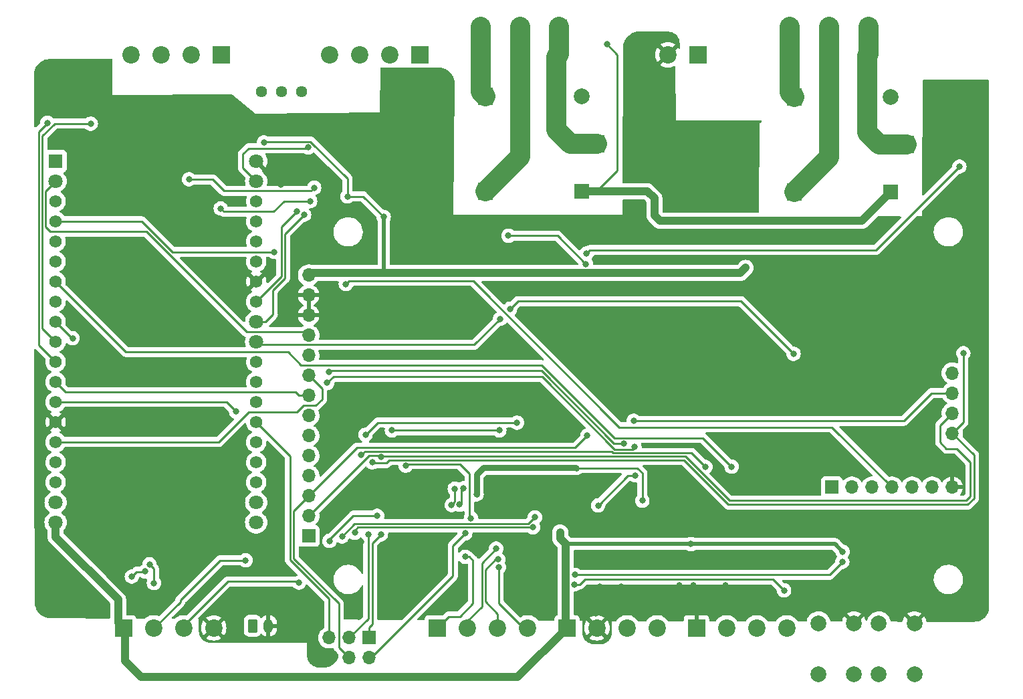
<source format=gbr>
%TF.GenerationSoftware,KiCad,Pcbnew,7.0.7*%
%TF.CreationDate,2024-04-10T19:08:45+02:00*%
%TF.ProjectId,ControllerCircuit,436f6e74-726f-46c6-9c65-724369726375,rev?*%
%TF.SameCoordinates,Original*%
%TF.FileFunction,Copper,L2,Bot*%
%TF.FilePolarity,Positive*%
%FSLAX46Y46*%
G04 Gerber Fmt 4.6, Leading zero omitted, Abs format (unit mm)*
G04 Created by KiCad (PCBNEW 7.0.7) date 2024-04-10 19:08:45*
%MOMM*%
%LPD*%
G01*
G04 APERTURE LIST*
G04 Aperture macros list*
%AMRoundRect*
0 Rectangle with rounded corners*
0 $1 Rounding radius*
0 $2 $3 $4 $5 $6 $7 $8 $9 X,Y pos of 4 corners*
0 Add a 4 corners polygon primitive as box body*
4,1,4,$2,$3,$4,$5,$6,$7,$8,$9,$2,$3,0*
0 Add four circle primitives for the rounded corners*
1,1,$1+$1,$2,$3*
1,1,$1+$1,$4,$5*
1,1,$1+$1,$6,$7*
1,1,$1+$1,$8,$9*
0 Add four rect primitives between the rounded corners*
20,1,$1+$1,$2,$3,$4,$5,0*
20,1,$1+$1,$4,$5,$6,$7,0*
20,1,$1+$1,$6,$7,$8,$9,0*
20,1,$1+$1,$8,$9,$2,$3,0*%
G04 Aperture macros list end*
%TA.AperFunction,ComponentPad*%
%ADD10R,2.200000X2.200000*%
%TD*%
%TA.AperFunction,ComponentPad*%
%ADD11C,2.200000*%
%TD*%
%TA.AperFunction,ComponentPad*%
%ADD12R,1.800000X1.800000*%
%TD*%
%TA.AperFunction,ComponentPad*%
%ADD13C,1.800000*%
%TD*%
%TA.AperFunction,ComponentPad*%
%ADD14C,1.560000*%
%TD*%
%TA.AperFunction,ComponentPad*%
%ADD15R,1.700000X1.700000*%
%TD*%
%TA.AperFunction,ComponentPad*%
%ADD16O,1.700000X1.700000*%
%TD*%
%TA.AperFunction,ComponentPad*%
%ADD17R,1.980000X1.980000*%
%TD*%
%TA.AperFunction,ComponentPad*%
%ADD18C,2.000000*%
%TD*%
%TA.AperFunction,ComponentPad*%
%ADD19R,1.900000X2.200000*%
%TD*%
%TA.AperFunction,ComponentPad*%
%ADD20RoundRect,0.250000X-0.350000X-0.625000X0.350000X-0.625000X0.350000X0.625000X-0.350000X0.625000X0*%
%TD*%
%TA.AperFunction,ComponentPad*%
%ADD21O,1.200000X1.750000*%
%TD*%
%TA.AperFunction,ComponentPad*%
%ADD22R,1.900000X1.900000*%
%TD*%
%TA.AperFunction,ComponentPad*%
%ADD23C,1.900000*%
%TD*%
%TA.AperFunction,ComponentPad*%
%ADD24C,1.440000*%
%TD*%
%TA.AperFunction,ViaPad*%
%ADD25C,0.800000*%
%TD*%
%TA.AperFunction,Conductor*%
%ADD26C,0.500000*%
%TD*%
%TA.AperFunction,Conductor*%
%ADD27C,0.750000*%
%TD*%
%TA.AperFunction,Conductor*%
%ADD28C,0.250000*%
%TD*%
%TA.AperFunction,Conductor*%
%ADD29C,1.000000*%
%TD*%
%TA.AperFunction,Conductor*%
%ADD30C,2.500000*%
%TD*%
G04 APERTURE END LIST*
D10*
%TO.P,J7,1,Pin_1*%
%TO.N,FUSED5V*%
X68249188Y7500000D03*
D11*
%TO.P,J7,2,Pin_2*%
%TO.N,GND*%
X72059188Y7500000D03*
%TO.P,J7,3,Pin_3*%
%TO.N,Net-(J7-Pin_3)*%
X75869188Y7500000D03*
%TO.P,J7,4,Pin_4*%
%TO.N,Net-(J7-Pin_4)*%
X79679188Y7500000D03*
%TD*%
D12*
%TO.P,U4,1,3V3*%
%TO.N,/ESP3V3*%
X3506394Y66570000D03*
D13*
%TO.P,U4,2,EN*%
%TO.N,/RESET*%
X3506394Y64030000D03*
D14*
%TO.P,U4,3,SENSOR_VP*%
%TO.N,/IO36_INPUT*%
X3506394Y61490000D03*
%TO.P,U4,4,SENSOR_VN*%
%TO.N,/IO39_INPUT*%
X3506394Y58950000D03*
%TO.P,U4,5,IO34*%
%TO.N,/IO34_INPUT*%
X3506394Y56410000D03*
%TO.P,U4,6,IO35*%
%TO.N,/IO35_INPUT*%
X3506394Y53870000D03*
%TO.P,U4,7,IO32*%
%TO.N,/IO32*%
X3506394Y51330000D03*
%TO.P,U4,8,IO33*%
%TO.N,/IO33*%
X3506394Y48790000D03*
%TO.P,U4,9,IO25*%
%TO.N,/IO25*%
X3506394Y46250000D03*
%TO.P,U4,10,IO26*%
%TO.N,/IO26*%
X3506394Y43710000D03*
%TO.P,U4,11,IO27*%
%TO.N,/IO27*%
X3506394Y41170000D03*
%TO.P,U4,12,IO14*%
%TO.N,/HSPI_CLK*%
X3506394Y38630000D03*
%TO.P,U4,13,IO12*%
%TO.N,/HSPI_MISO*%
X3506394Y36090000D03*
%TO.P,U4,14,GND1*%
%TO.N,GND*%
X3506394Y33550000D03*
%TO.P,U4,15,IO13*%
%TO.N,/HSPI_MOSI*%
X3506394Y31010000D03*
%TO.P,U4,16,SD2*%
%TO.N,unconnected-(U4-SD2-Pad16)*%
X3506394Y28470000D03*
%TO.P,U4,17,SD3*%
%TO.N,unconnected-(U4-SD3-Pad17)*%
X3506394Y25930000D03*
D13*
%TO.P,U4,18,CMD*%
%TO.N,unconnected-(U4-CMD-Pad18)*%
X3506394Y23390000D03*
%TO.P,U4,19,EXT_5V*%
%TO.N,FUSED5V*%
X3506394Y20850000D03*
%TO.P,U4,20,GND3*%
%TO.N,GND*%
X28906394Y66570000D03*
%TO.P,U4,21,IO23*%
%TO.N,/VSPI_MOSI*%
X28906394Y64030000D03*
D14*
%TO.P,U4,22,IO22*%
%TO.N,/IO22*%
X28906394Y61490000D03*
%TO.P,U4,23,TXD0*%
%TO.N,unconnected-(U4-TXD0-Pad23)*%
X28906394Y58950000D03*
%TO.P,U4,24,RXD0*%
%TO.N,unconnected-(U4-RXD0-Pad24)*%
X28906394Y56410000D03*
%TO.P,U4,25,IO21*%
%TO.N,/IO21*%
X28906394Y53870000D03*
%TO.P,U4,26,GND2*%
%TO.N,GND*%
X28906394Y51330000D03*
%TO.P,U4,27,IO19*%
%TO.N,/VSPI_MISO*%
X28906394Y48790000D03*
D13*
%TO.P,U4,28,IO18*%
%TO.N,/VSPI_CLK*%
X28906394Y46250000D03*
%TO.P,U4,29,IO5*%
%TO.N,/IO5*%
X28906394Y43710000D03*
D14*
%TO.P,U4,30,IO17*%
%TO.N,/CANBUS_RX*%
X28906394Y41170000D03*
%TO.P,U4,31,IO16*%
%TO.N,/CANBUS_TX*%
X28906394Y38630000D03*
%TO.P,U4,32,IO4*%
%TO.N,/IO4*%
X28906394Y36090000D03*
%TO.P,U4,33,IO0*%
%TO.N,/AVRISP_RESET*%
X28906394Y33550000D03*
%TO.P,U4,34,IO2*%
%TO.N,/IO2*%
X28906394Y31010000D03*
%TO.P,U4,35,IO15*%
%TO.N,/DISPLAY_DC*%
X28906394Y28470000D03*
%TO.P,U4,36,SD1*%
%TO.N,unconnected-(U4-SD1-Pad36)*%
X28906394Y25930000D03*
D13*
%TO.P,U4,37,SD0*%
%TO.N,unconnected-(U4-SD0-Pad37)*%
X28906394Y23390000D03*
%TO.P,U4,38,CLK*%
%TO.N,unconnected-(U4-CLK-Pad38)*%
X28906394Y20850000D03*
%TD*%
D10*
%TO.P,J1,1,Pin_1*%
%TO.N,FUSED5V*%
X12099188Y7500000D03*
D11*
%TO.P,J1,2,Pin_2*%
%TO.N,Net-(J1-Pin_2)*%
X15909188Y7500000D03*
%TO.P,J1,3,Pin_3*%
%TO.N,Net-(J1-Pin_3)*%
X19719188Y7500000D03*
%TO.P,J1,4,Pin_4*%
%TO.N,GND*%
X23529188Y7500000D03*
%TD*%
D10*
%TO.P,J4,1,Pin_1*%
%TO.N,/EXT_IO_A*%
X51849188Y7500000D03*
D11*
%TO.P,J4,2,Pin_2*%
%TO.N,/EXT_IO_B*%
X55659188Y7500000D03*
%TO.P,J4,3,Pin_3*%
%TO.N,/EXT_IO_C*%
X59469188Y7500000D03*
%TO.P,J4,4,Pin_4*%
%TO.N,/EXT_IO_D*%
X63279188Y7500000D03*
%TD*%
D15*
%TO.P,J8,1,MISO*%
%TO.N,/VSPI_MISO*%
X43200000Y6250000D03*
D16*
%TO.P,J8,2,VCC*%
%TO.N,+3V3*%
X43200000Y3710000D03*
%TO.P,J8,3,SCK*%
%TO.N,/VSPI_CLK*%
X40660000Y6250000D03*
%TO.P,J8,4,MOSI*%
%TO.N,/VSPI_MOSI*%
X40660000Y3710000D03*
%TO.P,J8,5,~{RST}*%
%TO.N,/AVRISP_RESET*%
X38120000Y6250000D03*
%TO.P,J8,6,GND*%
%TO.N,GND*%
X38120000Y3710000D03*
%TD*%
D17*
%TO.P,K1,A1*%
%TO.N,FUSED5V*%
X109265000Y62700000D03*
D18*
%TO.P,K1,A2*%
%TO.N,Net-(D2-A)*%
X109265000Y74700000D03*
D19*
%TO.P,K1,COM*%
%TO.N,Net-(J2-Pin_1)*%
X111265000Y68700000D03*
%TO.P,K1,NC*%
%TO.N,Net-(J2-Pin_2)*%
X97065000Y62700000D03*
%TO.P,K1,NO*%
%TO.N,Net-(J2-Pin_3)*%
X97065000Y74700000D03*
%TD*%
D20*
%TO.P,J10,1,Pin_1*%
%TO.N,Net-(J10-Pin_1)*%
X28450000Y7750000D03*
D21*
%TO.P,J10,2,Pin_2*%
%TO.N,GND*%
X30450000Y7750000D03*
%TD*%
D22*
%TO.P,J2,1,Pin_1*%
%TO.N,Net-(J2-Pin_1)*%
X106475000Y83550000D03*
D23*
%TO.P,J2,2,Pin_2*%
%TO.N,Net-(J2-Pin_2)*%
X101475000Y83550000D03*
%TO.P,J2,3,Pin_3*%
%TO.N,Net-(J2-Pin_3)*%
X96475000Y83550000D03*
%TD*%
D10*
%TO.P,J12,1,Pin_1*%
%TO.N,Net-(J12-Pin_1)*%
X24450812Y80050000D03*
D11*
%TO.P,J12,2,Pin_2*%
%TO.N,Net-(J12-Pin_2)*%
X20640812Y80050000D03*
%TO.P,J12,3,Pin_3*%
%TO.N,Net-(J12-Pin_3)*%
X16830812Y80050000D03*
%TO.P,J12,4,Pin_4*%
%TO.N,Net-(J12-Pin_4)*%
X13020812Y80050000D03*
%TD*%
D10*
%TO.P,J5,1,Pin_1*%
%TO.N,+5V*%
X84840812Y80050000D03*
D11*
%TO.P,J5,2,Pin_2*%
%TO.N,GND*%
X81030812Y80050000D03*
%TD*%
D15*
%TO.P,J14,1,Pin_1*%
%TO.N,+3V3*%
X101800000Y25300000D03*
D16*
%TO.P,J14,2,Pin_2*%
%TO.N,unconnected-(J14-Pin_2-Pad2)*%
X104340000Y25300000D03*
%TO.P,J14,3,Pin_3*%
%TO.N,unconnected-(J14-Pin_3-Pad3)*%
X106880000Y25300000D03*
%TO.P,J14,4,Pin_4*%
%TO.N,/IO34_INPUT*%
X109420000Y25300000D03*
%TO.P,J14,5,Pin_5*%
%TO.N,/SW1EXT*%
X111960000Y25300000D03*
%TO.P,J14,6,Pin_6*%
%TO.N,/SW2EXT*%
X114500000Y25300000D03*
%TO.P,J14,7,Pin_7*%
%TO.N,GND*%
X117040000Y25300000D03*
%TD*%
D18*
%TO.P,SW1,1,1*%
%TO.N,/SW1EXT*%
X100100000Y1600000D03*
X100100000Y8100000D03*
%TO.P,SW1,2,2*%
%TO.N,GND*%
X104600000Y1600000D03*
X104600000Y8100000D03*
%TD*%
%TO.P,SW2,1,1*%
%TO.N,/SW2EXT*%
X107750000Y1600000D03*
X107750000Y8100000D03*
%TO.P,SW2,2,2*%
%TO.N,GND*%
X112250000Y1600000D03*
X112250000Y8100000D03*
%TD*%
D15*
%TO.P,LCD1,1,T_IRQ*%
%TO.N,/IO36_INPUT*%
X35550000Y19125000D03*
D16*
%TO.P,LCD1,2,T_DO*%
%TO.N,/VSPI_MISO*%
X35550000Y21665000D03*
%TO.P,LCD1,3,T_DIN*%
%TO.N,/VSPI_MOSI*%
X35550000Y24205000D03*
%TO.P,LCD1,4,T_CS*%
%TO.N,/IO4*%
X35550000Y26745000D03*
%TO.P,LCD1,5,T_CLK*%
%TO.N,/VSPI_CLK*%
X35550000Y29285000D03*
%TO.P,LCD1,6,MISO*%
%TO.N,/HSPI_MISO*%
X35550000Y31825000D03*
%TO.P,LCD1,7,LED*%
%TO.N,Net-(LCD1-LED)*%
X35550000Y34365000D03*
%TO.P,LCD1,8,SCK*%
%TO.N,/HSPI_CLK*%
X35550000Y36905000D03*
%TO.P,LCD1,9,MOSI*%
%TO.N,/HSPI_MOSI*%
X35550000Y39445000D03*
%TO.P,LCD1,10,D/C*%
%TO.N,/DISPLAY_DC*%
X35550000Y41985000D03*
%TO.P,LCD1,11,RESET*%
%TO.N,/RESET*%
X35550000Y44525000D03*
%TO.P,LCD1,12,CS*%
%TO.N,GND*%
X35550000Y47065000D03*
%TO.P,LCD1,13,GND*%
X35550000Y49605000D03*
%TO.P,LCD1,14,VCC*%
%TO.N,+3V3*%
X35550000Y52145000D03*
%TO.P,LCD1,SD1,SD_SCK*%
%TO.N,/VSPI_CLK*%
X117050000Y32125000D03*
%TO.P,LCD1,SD2,SD_MISO*%
%TO.N,/VSPI_MISO*%
X117050000Y34665000D03*
%TO.P,LCD1,SD3,SD_MOSI*%
%TO.N,/VSPI_MOSI*%
X117050000Y37205000D03*
%TO.P,LCD1,SD4,SD_CS*%
%TO.N,/IO5*%
X117050000Y39745000D03*
%TD*%
D10*
%TO.P,J9,1,Pin_1*%
%TO.N,Net-(J9-Pin_1)*%
X49600812Y80050000D03*
D11*
%TO.P,J9,2,Pin_2*%
%TO.N,Net-(J9-Pin_2)*%
X45790812Y80050000D03*
%TO.P,J9,3,Pin_3*%
%TO.N,Net-(J9-Pin_3)*%
X41980812Y80050000D03*
%TO.P,J9,4,Pin_4*%
%TO.N,Net-(D6-K)*%
X38170812Y80050000D03*
%TD*%
D17*
%TO.P,K2,A1*%
%TO.N,FUSED5V*%
X70100000Y62750000D03*
D18*
%TO.P,K2,A2*%
%TO.N,Net-(D4-K)*%
X70100000Y74750000D03*
D19*
%TO.P,K2,COM*%
%TO.N,Net-(J3-Pin_1)*%
X72100000Y68750000D03*
%TO.P,K2,NC*%
%TO.N,Net-(J3-Pin_2)*%
X57900000Y62750000D03*
%TO.P,K2,NO*%
%TO.N,Net-(J3-Pin_3)*%
X57900000Y74750000D03*
%TD*%
D22*
%TO.P,J3,1,Pin_1*%
%TO.N,Net-(J3-Pin_1)*%
X67310000Y83600000D03*
D23*
%TO.P,J3,2,Pin_2*%
%TO.N,Net-(J3-Pin_2)*%
X62310000Y83600000D03*
%TO.P,J3,3,Pin_3*%
%TO.N,Net-(J3-Pin_3)*%
X57310000Y83600000D03*
%TD*%
D10*
%TO.P,J17,1,Pin_1*%
%TO.N,GND*%
X84649188Y7500000D03*
D11*
%TO.P,J17,2,Pin_2*%
%TO.N,Net-(J17-Pin_2)*%
X88459188Y7500000D03*
%TO.P,J17,3,Pin_3*%
%TO.N,Net-(J17-Pin_3)*%
X92269188Y7500000D03*
%TO.P,J17,4,Pin_4*%
%TO.N,Net-(J17-Pin_4)*%
X96079188Y7500000D03*
%TD*%
D24*
%TO.P,RV1,1,1*%
%TO.N,Net-(R33-Pad1)*%
X29606400Y75387200D03*
%TO.P,RV1,2,2*%
%TO.N,Net-(D6-K)*%
X32146400Y75387200D03*
%TO.P,RV1,3,3*%
%TO.N,Net-(R34-Pad1)*%
X34686400Y75387200D03*
%TD*%
D25*
%TO.N,GND*%
X45329600Y71002400D03*
X45329600Y70002400D03*
X46329600Y70002400D03*
X46329600Y71002400D03*
X83000840Y57550000D03*
X83950840Y57550000D03*
X82000840Y57550000D03*
X81000000Y57550000D03*
X119375000Y61425000D03*
X118375000Y61425000D03*
X118375000Y62425000D03*
X119375000Y62425000D03*
X120325000Y61425000D03*
X120325000Y62425000D03*
X119819320Y10946240D03*
X118869320Y10946240D03*
X118869320Y9946240D03*
X117869320Y9946240D03*
X119819320Y9946240D03*
X19312540Y22286580D03*
X18312540Y22286580D03*
X19312540Y23286580D03*
X18312540Y23286580D03*
X25466400Y43952840D03*
X25466400Y44952840D03*
X21057680Y40490060D03*
X22057680Y40490060D03*
X22057680Y39490060D03*
X21057680Y39490060D03*
X9976560Y50977440D03*
X9026560Y50977440D03*
X9976560Y51977440D03*
X8026560Y50977440D03*
X9026560Y51977440D03*
X8026560Y51977440D03*
X58925540Y36404700D03*
X57925540Y36404700D03*
X51535880Y42000000D03*
X53450000Y42000000D03*
X21951000Y33107040D03*
X20951000Y33107040D03*
X21951000Y34107040D03*
X20951000Y34107040D03*
X22466620Y29954900D03*
X21466620Y29954900D03*
X13640120Y23051180D03*
X13640120Y24051180D03*
X12640120Y23051180D03*
X12640120Y24051180D03*
X84277180Y23825240D03*
X84277180Y24825240D03*
X106733960Y35229380D03*
X105783960Y35229380D03*
X109133960Y35229380D03*
X108133960Y35229380D03*
X110083960Y35229380D03*
X104783960Y35229380D03*
X47650000Y34900000D03*
X51750000Y34950000D03*
X51750000Y35950000D03*
X47650000Y35900000D03*
X58600000Y26200000D03*
X58600000Y25200000D03*
X41174940Y54489440D03*
X43124940Y54489440D03*
X42174940Y54489440D03*
X19381780Y66900000D03*
X22090860Y66900000D03*
X18027240Y66900000D03*
X16672700Y66900000D03*
X20736320Y66900000D03*
X52324000Y62357000D03*
X51324000Y62357000D03*
X52324000Y64307000D03*
X52324000Y63307000D03*
X51324000Y63307000D03*
X51324000Y64307000D03*
X105950000Y57150000D03*
X105000000Y57150000D03*
X73919480Y43922300D03*
X66844480Y44247300D03*
X73919480Y44922300D03*
X66844480Y45247300D03*
X81662160Y54032680D03*
X80712160Y54032680D03*
X91169480Y39972300D03*
X89219480Y39972300D03*
X90219480Y39972300D03*
X91169480Y38972300D03*
X89219480Y38972300D03*
X90219480Y38972300D03*
X113038960Y29742380D03*
X112088960Y29742380D03*
X112088960Y28742380D03*
X111088960Y29742380D03*
X113038960Y28742380D03*
X15318160Y66900000D03*
X13963620Y66900000D03*
X73000000Y15900000D03*
X78250000Y9004580D03*
X77250000Y9004580D03*
X74264580Y9276620D03*
X71900000Y9300000D03*
X103150000Y57150000D03*
X104100000Y57150000D03*
X102150000Y57150000D03*
X101149160Y57154000D03*
X117850000Y10960000D03*
X113865000Y57145000D03*
X112915000Y57145000D03*
X111915000Y58145000D03*
X112915000Y58145000D03*
X113865000Y58145000D03*
X111915000Y57145000D03*
X111088960Y28718000D03*
X100065320Y20543240D03*
X100065320Y19543240D03*
X99065320Y19543240D03*
X101015320Y19543240D03*
X101015320Y20543240D03*
X99046000Y20557000D03*
X82500000Y12900000D03*
X84300000Y12900000D03*
X32000000Y65125000D03*
X48850000Y12200000D03*
X12609080Y66900000D03*
X11254540Y66900000D03*
X9900000Y66900000D03*
X87200000Y16400000D03*
X75800000Y15900000D03*
X89700000Y9725000D03*
X88600000Y9725000D03*
X88300000Y16400000D03*
X88300000Y12900000D03*
X80219480Y41472300D03*
X81169480Y41472300D03*
X79219480Y41472300D03*
X81169480Y40472300D03*
X80219480Y40472300D03*
X79219480Y40472300D03*
X110333960Y40354380D03*
X110333960Y39354380D03*
X69800000Y23700000D03*
X93442320Y27944020D03*
X92352320Y27944020D03*
X94532320Y27944020D03*
X50300000Y12200000D03*
X42200000Y18400000D03*
X40900000Y17500000D03*
X65900000Y21100000D03*
X117350000Y76050000D03*
X103300000Y49130000D03*
X104550000Y49100000D03*
X100950000Y46680000D03*
X102200000Y46650000D03*
X18145400Y60850000D03*
X15436320Y60850000D03*
X19499940Y60850000D03*
X14081780Y60850000D03*
X16790860Y60850000D03*
X32025000Y63575000D03*
X74525000Y57536000D03*
X75575000Y57536000D03*
X73475000Y57536000D03*
X20226560Y44602440D03*
X21176560Y45602440D03*
X21176560Y44602440D03*
X19226560Y44602440D03*
X20226560Y45602440D03*
X19226560Y45602440D03*
X19150000Y17225000D03*
X41890000Y23830000D03*
X45474940Y50214440D03*
X44524940Y50214440D03*
X80719480Y50397300D03*
X82669480Y50397300D03*
X81719480Y50397300D03*
X61344480Y50797300D03*
X60394480Y50797300D03*
X59394480Y50797300D03*
X72844480Y50472300D03*
X71894480Y50472300D03*
X70894480Y50472300D03*
X50444480Y54397300D03*
X52394480Y55397300D03*
X51444480Y55397300D03*
X50444480Y55397300D03*
X52394480Y54397300D03*
X51444480Y54397300D03*
X89950000Y62650000D03*
X89950000Y61650000D03*
X91011000Y61650000D03*
X90986000Y62629160D03*
X76450000Y81450000D03*
X76450000Y80500000D03*
X76450000Y74700000D03*
X76450000Y77650000D03*
X76450000Y73750000D03*
X76446000Y76649160D03*
X76227700Y65594480D03*
X76227700Y64594480D03*
X77227700Y65594480D03*
X76227700Y66544480D03*
X77227700Y64594480D03*
X77227700Y66544480D03*
X41099802Y65916000D03*
X54502869Y12174283D03*
X4440120Y10881180D03*
X4440120Y9881180D03*
X3440120Y10881180D03*
X3440120Y9881180D03*
X2845060Y77140560D03*
X3795060Y77140560D03*
X4795060Y77140560D03*
X79600000Y22400000D03*
X102100000Y11100000D03*
X29750000Y9750000D03*
X72400000Y12700000D03*
X37900000Y47000000D03*
X115350000Y76050000D03*
X71900000Y26500000D03*
X26350000Y24475000D03*
X79200000Y27400000D03*
X95300000Y9725000D03*
X15350000Y9950000D03*
X46250000Y18650000D03*
X83800000Y15500000D03*
X51350000Y19000000D03*
X40649802Y66716000D03*
X97200000Y46700000D03*
X80800000Y27400000D03*
X70600000Y19600000D03*
X65900000Y19700000D03*
X114000000Y69750000D03*
X32012500Y66675000D03*
X65400000Y35400000D03*
X32200000Y49700000D03*
X60000000Y42000000D03*
X84600000Y10000000D03*
X65400000Y32000000D03*
X20750000Y10650000D03*
X103100000Y11100000D03*
X69650000Y33150000D03*
X75550000Y23050000D03*
X24890000Y9670000D03*
X41890000Y24830000D03*
X39000000Y47000000D03*
X25860000Y9670000D03*
X94080000Y49600000D03*
X116350000Y76050000D03*
X49350000Y49150000D03*
X26350000Y23475000D03*
X65500000Y12200000D03*
X49350000Y50150000D03*
X54200000Y26700000D03*
X74500000Y20500000D03*
X65400000Y33700000D03*
X74900000Y36800000D03*
X107500000Y16250000D03*
X23900000Y9670000D03*
X75100000Y12700000D03*
X20000000Y10000000D03*
X20300000Y16100000D03*
X65500000Y11200000D03*
X42200000Y41975000D03*
X18000000Y70500000D03*
X70500000Y16600000D03*
X51350000Y17350000D03*
X64150000Y22800000D03*
X64150000Y24050000D03*
X41890000Y25830000D03*
X69100000Y32200000D03*
X32200000Y48700000D03*
X94050000Y48350000D03*
X25900000Y70650000D03*
X52950000Y31400000D03*
X55300964Y11678376D03*
X31500000Y9750000D03*
X109625000Y10200000D03*
X18300000Y18350000D03*
X46100000Y26400000D03*
X74900000Y38000000D03*
X104050000Y11100000D03*
X14300000Y10000000D03*
X57500000Y42000000D03*
X114000000Y70750000D03*
X26350000Y25375000D03*
X43550000Y41975000D03*
X18000000Y71525000D03*
%TO.N,+3V3*%
X40449802Y62116000D03*
X55374990Y19456924D03*
X77800000Y23600000D03*
X90900000Y53075002D03*
X29874999Y68925001D03*
X56824500Y24400000D03*
X69427000Y27727000D03*
X45049802Y59516000D03*
%TO.N,/IO33*%
X24410000Y60580002D03*
X35737018Y61520000D03*
%TO.N,/IO32*%
X89100000Y27900000D03*
%TO.N,/IO35_INPUT*%
X36245800Y63220600D03*
X20395000Y64275000D03*
%TO.N,/IO34_INPUT*%
X40260000Y51010000D03*
%TO.N,/IO39_INPUT*%
X31200000Y55080000D03*
X56099498Y21385303D03*
X47834480Y28025467D03*
%TO.N,/VSPI_CLK*%
X118449990Y42275160D03*
X34969068Y59781278D03*
X43600000Y28449990D03*
X43100000Y19300000D03*
%TO.N,/VSPI_MOSI*%
X76699998Y33700000D03*
X35499802Y68316000D03*
X70825000Y31825000D03*
%TO.N,/VSPI_MISO*%
X44699240Y19339302D03*
X34054998Y60186863D03*
X44699240Y29125489D03*
%TO.N,/RESET*%
X46100001Y32500000D03*
X59700000Y32500000D03*
%TO.N,FUSED5V*%
X67400001Y19600001D03*
X73300000Y81350000D03*
X67499997Y18699997D03*
X83950000Y18100000D03*
X79325000Y61874998D03*
X68100000Y18099994D03*
X79325000Y59725000D03*
X103162500Y17137500D03*
X79325000Y60824998D03*
%TO.N,Net-(J1-Pin_2)*%
X27550000Y16050000D03*
%TO.N,Net-(J1-Pin_3)*%
X34324799Y13224799D03*
%TO.N,/CANBUS_TX*%
X76805875Y30374999D03*
X37900000Y38500000D03*
%TO.N,/CANBUS_RX*%
X75419674Y30825010D03*
X38100000Y39900000D03*
%TO.N,/GREEN_LED*%
X13150000Y14000000D03*
X14862299Y14624500D03*
%TO.N,/RELAY1*%
X70750000Y54900000D03*
X117950000Y65900000D03*
%TO.N,/RELAY2*%
X60850000Y57125000D03*
X70650000Y53550000D03*
%TO.N,/DISPLAY_LED*%
X42750000Y31950000D03*
X61924500Y33475000D03*
%TO.N,/EXT_IO_C*%
X59540334Y16163068D03*
%TO.N,/EXT_IO_B*%
X59284276Y17531330D03*
%TO.N,/EXT_IO_A*%
X55374488Y16500000D03*
%TO.N,/EXT_IO_D*%
X59625467Y15167197D03*
%TO.N,/HSPI_MISO*%
X26361260Y34874200D03*
%TO.N,/IO5*%
X59800000Y46625000D03*
X96950000Y42200000D03*
X61050000Y47875000D03*
%TO.N,/IO25*%
X44224500Y21700000D03*
X38188146Y18511854D03*
X5655180Y44155360D03*
%TO.N,/IO27*%
X63950973Y20226374D03*
X41400000Y19550000D03*
X2467340Y71432660D03*
%TO.N,/IO26*%
X39775445Y19074555D03*
X7960000Y71320000D03*
X64200000Y21500000D03*
%TO.N,/IO2*%
X42200000Y29374990D03*
X85800000Y27875021D03*
%TO.N,/BLUE_LED*%
X15400000Y15550000D03*
X15950000Y13175500D03*
%TO.N,/RELAY3_SSR*%
X54650000Y23100000D03*
X55137299Y25162701D03*
%TO.N,/RELAY4_SSR*%
X54050000Y25100000D03*
X53651879Y23047467D03*
%TO.N,/SW2OUTPUT*%
X103125000Y15850000D03*
X69250000Y14200000D03*
%TO.N,/SW1OUTPUT*%
X69199500Y13000000D03*
X95750000Y12250000D03*
%TO.N,Net-(U1-B1)*%
X72200000Y23000000D03*
X76900000Y26800000D03*
%TD*%
D26*
%TO.N,+3V3*%
X45049802Y52669802D02*
X45049802Y59516000D01*
X44525000Y52145000D02*
X45049802Y52669802D01*
X35550000Y52145000D02*
X44525000Y52145000D01*
D27*
X57650000Y27750000D02*
X69404000Y27750000D01*
X56824500Y24400000D02*
X56824500Y26924500D01*
D28*
X53800000Y14050000D02*
X53800000Y17881934D01*
X77800000Y27100000D02*
X77800000Y23600000D01*
X53800000Y17881934D02*
X55374990Y19456924D01*
X29874999Y68925001D02*
X30012598Y69062600D01*
X69427000Y27727000D02*
X77173000Y27727000D01*
D27*
X56824500Y26924500D02*
X57650000Y27750000D01*
D29*
X35812183Y52407183D02*
X90232181Y52407183D01*
D28*
X43460000Y3710000D02*
X53800000Y14050000D01*
X40449802Y64391305D02*
X40449802Y62116000D01*
D29*
X35550000Y52145000D02*
X35812183Y52407183D01*
D28*
X42449802Y62116000D02*
X45049802Y59516000D01*
X30012598Y69062600D02*
X35778507Y69062600D01*
D29*
X90232181Y52407183D02*
X90900000Y53075002D01*
D28*
X40449802Y62116000D02*
X42449802Y62116000D01*
X77173000Y27727000D02*
X77800000Y27100000D01*
D27*
X69404000Y27750000D02*
X69427000Y27727000D01*
D28*
X43200000Y3710000D02*
X43460000Y3710000D01*
X35778507Y69062600D02*
X40449802Y64391305D01*
%TO.N,/IO33*%
X32410000Y61520000D02*
X31070003Y60180003D01*
X24809999Y60180003D02*
X24410000Y60580002D01*
X35737018Y61520000D02*
X32410000Y61520000D01*
X31070003Y60180003D02*
X24809999Y60180003D01*
%TO.N,/IO32*%
X65057557Y40750000D02*
X74257545Y31550012D01*
X12410774Y42425620D02*
X32924380Y42425620D01*
X85449988Y31550012D02*
X89100000Y27900000D01*
X34600000Y40750000D02*
X65057557Y40750000D01*
X74257545Y31550012D02*
X85449988Y31550012D01*
X3506394Y51330000D02*
X12410774Y42425620D01*
X32924380Y42425620D02*
X34600000Y40750000D01*
%TO.N,/IO35_INPUT*%
X24855585Y62805000D02*
X35830200Y62805000D01*
X23385585Y64275000D02*
X20395000Y64275000D01*
X35830200Y62805000D02*
X36245800Y63220600D01*
X23385585Y64275000D02*
X24855585Y62805000D01*
%TO.N,/IO34_INPUT*%
X56373005Y51409999D02*
X40659999Y51409999D01*
X101819955Y32900045D02*
X74882959Y32900045D01*
X74882959Y32900045D02*
X56373005Y51409999D01*
X109420000Y25300000D02*
X101819955Y32900045D01*
X40659999Y51409999D02*
X40260000Y51010000D01*
%TO.N,/IO39_INPUT*%
X14400000Y58950000D02*
X3506394Y58950000D01*
X31200000Y55080000D02*
X18270000Y55080000D01*
X18270000Y55080000D02*
X14400000Y58950000D01*
X55900000Y21584801D02*
X56099498Y21385303D01*
X54674806Y28225000D02*
X55900000Y26999806D01*
X47834480Y28025467D02*
X48034013Y28225000D01*
X48034013Y28225000D02*
X54674806Y28225000D01*
X55900000Y26999806D02*
X55900000Y21584801D01*
%TO.N,/VSPI_CLK*%
X43100000Y19300000D02*
X43100000Y8690000D01*
X43100000Y8690000D02*
X40660000Y6250000D01*
X119000000Y23100000D02*
X88700000Y23100000D01*
X88700000Y23100000D02*
X83050033Y28749967D01*
X43699990Y28350000D02*
X43600000Y28449990D01*
X119800000Y23900000D02*
X119000000Y23100000D01*
X119800000Y29375000D02*
X119800000Y23900000D01*
X45772971Y28749967D02*
X45373004Y28350000D01*
X45373004Y28350000D02*
X43699990Y28350000D01*
X31010000Y47160000D02*
X31010000Y50230000D01*
X32550000Y57362210D02*
X34969068Y59781278D01*
X117050000Y32125000D02*
X119800000Y29375000D01*
X31010000Y50230000D02*
X32550000Y51770000D01*
X117050000Y32125000D02*
X118449990Y33524990D01*
X28906394Y46250000D02*
X30100000Y46250000D01*
X118449990Y33524990D02*
X118449990Y42275160D01*
X30100000Y46250000D02*
X31010000Y47160000D01*
X32550000Y51770000D02*
X32550000Y57362210D01*
X83050033Y28749967D02*
X45772971Y28749967D01*
%TO.N,/VSPI_MOSI*%
X27230000Y65706394D02*
X28906394Y64030000D01*
X110900000Y33700000D02*
X114405000Y37205000D01*
X39350001Y5019999D02*
X39350001Y10569999D01*
X69300000Y30300000D02*
X41645000Y30300000D01*
X40660000Y3710000D02*
X39350001Y5019999D01*
X27946997Y68200001D02*
X27230000Y67483004D01*
X41645000Y30300000D02*
X35550000Y24205000D01*
X33640011Y16279989D02*
X33640011Y22295011D01*
X35499802Y68316000D02*
X35383803Y68200001D01*
X33640011Y22295011D02*
X35550000Y24205000D01*
X76699998Y33700000D02*
X110900000Y33700000D01*
X114405000Y37205000D02*
X117050000Y37205000D01*
X27230000Y67483004D02*
X27230000Y65706394D01*
X35383803Y68200001D02*
X27946997Y68200001D01*
X39350001Y10569999D02*
X33640011Y16279989D01*
X70825000Y31825000D02*
X69300000Y30300000D01*
%TO.N,/VSPI_MISO*%
X44773729Y29199978D02*
X83236433Y29199978D01*
X116300000Y30200000D02*
X115525002Y30974998D01*
X43200000Y7587733D02*
X43600000Y7987733D01*
X43600000Y18240062D02*
X44699240Y19339302D01*
X119350000Y24150000D02*
X119350000Y28450000D01*
X44699240Y29125489D02*
X44473970Y29350759D01*
X32100000Y58231865D02*
X34054998Y60186863D01*
X115525002Y33140002D02*
X117050000Y34665000D01*
X115525002Y30974998D02*
X115525002Y33140002D01*
X43600000Y7987733D02*
X43600000Y18240062D01*
X117600000Y30200000D02*
X116300000Y30200000D01*
X118800000Y23600000D02*
X119350000Y24150000D01*
X44699240Y29125489D02*
X44773729Y29199978D01*
X44473970Y29350759D02*
X43235759Y29350759D01*
X88836411Y23600000D02*
X118800000Y23600000D01*
X32100000Y51983606D02*
X32100000Y58231865D01*
X43200000Y6250000D02*
X43200000Y7587733D01*
X43235759Y29350759D02*
X35550000Y21665000D01*
X83236433Y29199978D02*
X88836411Y23600000D01*
X119350000Y28450000D02*
X117600000Y30200000D01*
X28906394Y48790000D02*
X32100000Y51983606D01*
%TO.N,/RESET*%
X27665000Y44975000D02*
X14980000Y57660000D01*
X35100000Y44975000D02*
X27665000Y44975000D01*
X2260000Y58250000D02*
X2260000Y62783606D01*
X2850000Y57660000D02*
X2260000Y58250000D01*
X2260000Y62783606D02*
X3506394Y64030000D01*
X14980000Y57660000D02*
X2850000Y57660000D01*
X59700000Y32500000D02*
X46100001Y32500000D01*
D26*
%TO.N,FUSED5V*%
X103162500Y17137500D02*
X102200000Y18100000D01*
D29*
X78449998Y62750000D02*
X79325000Y61874998D01*
X68100000Y18099994D02*
X67499997Y18699997D01*
X109265000Y62700000D02*
X105615000Y59050000D01*
X68100000Y18099994D02*
X68100000Y7948376D01*
X3506394Y18993606D02*
X3506394Y20850000D01*
X11425000Y8174188D02*
X11425000Y11075000D01*
X105615000Y59050000D02*
X80000000Y59050000D01*
D28*
X73300000Y81350000D02*
X74625000Y80025000D01*
D29*
X79325000Y60824998D02*
X79325000Y61874998D01*
X68249188Y7599188D02*
X68249188Y7499188D01*
X14315011Y1274989D02*
X12290000Y3300000D01*
X67499997Y18699997D02*
X67400001Y18799993D01*
D26*
X102200000Y18100000D02*
X83950000Y18100000D01*
X68100000Y18099994D02*
X83949994Y18099994D01*
D29*
X11425000Y11075000D02*
X3506394Y18993606D01*
X80000000Y59050000D02*
X79325000Y59725000D01*
X68249188Y7499188D02*
X62024989Y1274989D01*
X70100000Y62750000D02*
X78449998Y62750000D01*
D28*
X72025000Y62750000D02*
X70100000Y62750000D01*
D29*
X79325000Y60824998D02*
X79325000Y59725000D01*
X12099188Y7500000D02*
X11425000Y8174188D01*
X12290000Y3300000D02*
X12290000Y7309188D01*
X67400001Y18799993D02*
X67400001Y19600001D01*
X62024989Y1274989D02*
X14315011Y1274989D01*
D28*
X74625000Y80025000D02*
X74625000Y65350000D01*
X74625000Y65350000D02*
X72025000Y62750000D01*
D29*
X68100000Y7948376D02*
X68000000Y7848376D01*
D26*
X83949994Y18099994D02*
X83950000Y18100000D01*
D28*
%TO.N,Net-(J1-Pin_2)*%
X27550000Y16050000D02*
X24335467Y16050000D01*
X19300000Y10800000D02*
X16100000Y7600000D01*
X19300000Y11014533D02*
X19300000Y10800000D01*
X24335467Y16050000D02*
X19300000Y11014533D01*
%TO.N,Net-(J1-Pin_3)*%
X34191569Y13358029D02*
X25308029Y13358029D01*
X34324799Y13224799D02*
X34191569Y13358029D01*
X25308029Y13358029D02*
X19719188Y7769188D01*
D30*
%TO.N,Net-(J2-Pin_1)*%
X106284260Y79909260D02*
X106284260Y70230740D01*
X106475000Y83550000D02*
X106475000Y80100000D01*
X106475000Y80100000D02*
X106284260Y79909260D01*
X106284260Y70230740D02*
X107815000Y68700000D01*
X107815000Y68700000D02*
X111265000Y68700000D01*
%TO.N,Net-(J3-Pin_1)*%
X72100000Y68750000D02*
X68650000Y68750000D01*
X66895720Y70504280D02*
X66895720Y79742500D01*
X67274990Y80121770D02*
X67274990Y83600000D01*
X68650000Y68750000D02*
X66895720Y70504280D01*
X66895720Y79742500D02*
X67274990Y80121770D01*
D28*
%TO.N,/CANBUS_TX*%
X76530876Y30100000D02*
X76805875Y30374999D01*
X37900000Y38500000D02*
X38675000Y39275000D01*
X38675000Y39275000D02*
X65134232Y39275000D01*
X74309232Y30100000D02*
X76530876Y30100000D01*
X65134232Y39275000D02*
X74309232Y30100000D01*
%TO.N,/AVRISP_RESET*%
X28906394Y33550000D02*
X33190000Y29266394D01*
X38120000Y11163590D02*
X38120000Y6250000D01*
X33190000Y29266394D02*
X33190000Y16093589D01*
X33190000Y16093589D02*
X38120000Y11163590D01*
%TO.N,/CANBUS_RX*%
X74220634Y30825010D02*
X75419674Y30825010D01*
X38100000Y39900000D02*
X38224990Y40024990D01*
X38224990Y40024990D02*
X65020654Y40024990D01*
X65020654Y40024990D02*
X74220634Y30825010D01*
%TO.N,/GREEN_LED*%
X14862299Y14624500D02*
X14837799Y14600000D01*
X13750000Y14600000D02*
X13150000Y14000000D01*
X14837799Y14600000D02*
X13750000Y14600000D01*
%TO.N,/RELAY1*%
X107375000Y55325000D02*
X71175000Y55325000D01*
X71175000Y55325000D02*
X70750000Y54900000D01*
X117950000Y65900000D02*
X107375000Y55325000D01*
%TO.N,/RELAY2*%
X67075000Y57125000D02*
X70650000Y53550000D01*
X60850000Y57125000D02*
X67075000Y57125000D01*
%TO.N,/DISPLAY_LED*%
X44275000Y33475000D02*
X42750000Y31950000D01*
X61924500Y33475000D02*
X44275000Y33475000D01*
%TO.N,/EXT_IO_C*%
X59469188Y9280812D02*
X59469188Y7500000D01*
X59540334Y16163068D02*
X59213068Y16163068D01*
X57917298Y10832702D02*
X59469188Y9280812D01*
X57917298Y14867298D02*
X57917298Y10832702D01*
X59213068Y16163068D02*
X57917298Y14867298D01*
%TO.N,/EXT_IO_B*%
X55659188Y8409188D02*
X55659188Y7500000D01*
X59284276Y17531330D02*
X57467287Y15714341D01*
X57467287Y10217287D02*
X55659188Y8409188D01*
X57467287Y15714341D02*
X57467287Y10217287D01*
%TO.N,/EXT_IO_A*%
X54675000Y8925000D02*
X53274188Y8925000D01*
X56350000Y10600000D02*
X54675000Y8925000D01*
X55374488Y16500000D02*
X55897935Y16500000D01*
X53274188Y8925000D02*
X51849188Y7500000D01*
X56350000Y16047935D02*
X56350000Y10600000D01*
X55897935Y16500000D02*
X56350000Y16047935D01*
%TO.N,/EXT_IO_D*%
X59625467Y15167197D02*
X59625858Y15166806D01*
X62500000Y7750000D02*
X62500000Y7500000D01*
X59625858Y15166806D02*
X59625858Y10624142D01*
X59625858Y10624142D02*
X62500000Y7750000D01*
%TO.N,/HSPI_CLK*%
X34347919Y36905000D02*
X35550000Y36905000D01*
X33912919Y37340000D02*
X34347919Y36905000D01*
X3506394Y38630000D02*
X4796394Y37340000D01*
X4796394Y37340000D02*
X33912919Y37340000D01*
%TO.N,/HSPI_MISO*%
X25145460Y36090000D02*
X26361260Y34874200D01*
X3506394Y36090000D02*
X25145460Y36090000D01*
%TO.N,/HSPI_MOSI*%
X24110000Y31010000D02*
X27920000Y34820000D01*
X37235000Y36433760D02*
X37235000Y37760000D01*
X34076000Y34820000D02*
X34882040Y35626040D01*
X3506394Y31010000D02*
X24110000Y31010000D01*
X36427280Y35626040D02*
X37235000Y36433760D01*
X34882040Y35626040D02*
X36427280Y35626040D01*
X27920000Y34820000D02*
X34076000Y34820000D01*
X37235000Y37760000D02*
X35550000Y39445000D01*
%TO.N,/IO5*%
X61050000Y47875000D02*
X62042158Y48867158D01*
X62042158Y48867158D02*
X90282842Y48867158D01*
X90282842Y48867158D02*
X96950000Y42200000D01*
X56500001Y43325001D02*
X29291393Y43325001D01*
X59800000Y46625000D02*
X56500001Y43325001D01*
%TO.N,/IO25*%
X38188146Y18688146D02*
X41200000Y21700000D01*
X38188146Y18511854D02*
X38188146Y18688146D01*
X5601034Y44155360D02*
X5655180Y44155360D01*
X41200000Y21700000D02*
X44224500Y21700000D01*
X3506394Y46250000D02*
X5601034Y44155360D01*
%TO.N,/IO27*%
X41400000Y19550000D02*
X41400000Y19854000D01*
X1359978Y43316416D02*
X1359978Y70325298D01*
X41400000Y19854000D02*
X41756792Y20210792D01*
X63935391Y20210792D02*
X63950973Y20226374D01*
X3506394Y41170000D02*
X1359978Y43316416D01*
X41756792Y20210792D02*
X63935391Y20210792D01*
X1359978Y70325298D02*
X2467340Y71432660D01*
%TO.N,/IO26*%
X39775445Y19074555D02*
X41361694Y20660803D01*
X1809989Y45406405D02*
X1809989Y69749989D01*
X3506394Y43710000D02*
X1809989Y45406405D01*
X1809989Y69749989D02*
X3380000Y71320000D01*
X41361694Y20660803D02*
X63360803Y20660803D01*
X3380000Y71320000D02*
X7960000Y71320000D01*
X63360803Y20660803D02*
X64200000Y21500000D01*
%TO.N,/IO2*%
X42674999Y29849989D02*
X73922847Y29849989D01*
X42200000Y29374990D02*
X42674999Y29849989D01*
X84025022Y29649999D02*
X85800000Y27875021D01*
X73922847Y29849989D02*
X74122836Y29650000D01*
X74122836Y29650000D02*
X84025022Y29649999D01*
%TO.N,/BLUE_LED*%
X15400000Y15550000D02*
X15950000Y15000000D01*
X15950000Y15000000D02*
X15950000Y13175500D01*
%TO.N,/RELAY3_SSR*%
X54850000Y24875402D02*
X55137299Y25162701D01*
X54850000Y23300000D02*
X54850000Y24875402D01*
X54650000Y23100000D02*
X54850000Y23300000D01*
%TO.N,/RELAY4_SSR*%
X53925000Y23400305D02*
X54050000Y23525305D01*
X53651879Y23047467D02*
X53925000Y23320588D01*
X54050000Y23525305D02*
X54050000Y25100000D01*
X53925000Y23320588D02*
X53925000Y23400305D01*
%TO.N,/SW2OUTPUT*%
X69250000Y14200000D02*
X69271840Y14221840D01*
X69271840Y14221840D02*
X101496840Y14221840D01*
X101496840Y14221840D02*
X103125000Y15850000D01*
%TO.N,/SW1OUTPUT*%
X69887500Y13000000D02*
X70512500Y13625000D01*
X94375000Y13625000D02*
X95750000Y12250000D01*
X69199500Y13000000D02*
X69887500Y13000000D01*
X70512500Y13625000D02*
X94375000Y13625000D01*
%TO.N,Net-(U1-B1)*%
X76000000Y26800000D02*
X76900000Y26800000D01*
X72200000Y23000000D02*
X76000000Y26800000D01*
D30*
%TO.N,Net-(J2-Pin_2)*%
X101475000Y83550000D02*
X101475000Y67110000D01*
X101475000Y67110000D02*
X97065000Y62700000D01*
%TO.N,Net-(J2-Pin_3)*%
X96475000Y83550000D02*
X96475000Y75290000D01*
X96475000Y75290000D02*
X97065000Y74700000D01*
%TO.N,Net-(J3-Pin_2)*%
X62310000Y83600000D02*
X62310000Y67160000D01*
X62310000Y67160000D02*
X57900000Y62750000D01*
%TO.N,Net-(J3-Pin_3)*%
X57310000Y83600000D02*
X57310000Y75340000D01*
X57310000Y75340000D02*
X57900000Y74750000D01*
%TD*%
%TA.AperFunction,Conductor*%
%TO.N,GND*%
G36*
X35363206Y13014955D02*
G01*
X35396708Y12990977D01*
X37449595Y10938090D01*
X37483621Y10875778D01*
X37486500Y10848995D01*
X37486500Y7526922D01*
X37466498Y7458801D01*
X37420471Y7416109D01*
X37374426Y7391190D01*
X37374424Y7391189D01*
X37196762Y7252909D01*
X37044279Y7087271D01*
X37044275Y7087266D01*
X36921141Y6898794D01*
X36830703Y6692614D01*
X36830702Y6692613D01*
X36775437Y6474376D01*
X36775436Y6474370D01*
X36775436Y6474368D01*
X36756844Y6250000D01*
X36773375Y6050500D01*
X36775437Y6025625D01*
X36830702Y5807388D01*
X36830703Y5807387D01*
X36830704Y5807384D01*
X36913776Y5617998D01*
X36921141Y5601207D01*
X37044275Y5412735D01*
X37044279Y5412730D01*
X37196762Y5247092D01*
X37251331Y5204619D01*
X37374424Y5108811D01*
X37572426Y5001658D01*
X37572427Y5001658D01*
X37572428Y5001657D01*
X37665321Y4969767D01*
X37785365Y4928556D01*
X38007431Y4891500D01*
X38007435Y4891500D01*
X38232565Y4891500D01*
X38232569Y4891500D01*
X38454635Y4928556D01*
X38565357Y4966568D01*
X38636281Y4969767D01*
X38697677Y4934115D01*
X38730051Y4870930D01*
X38731274Y4863196D01*
X38731525Y4861210D01*
X38731527Y4861200D01*
X38748894Y4817337D01*
X38750817Y4811720D01*
X38763983Y4766406D01*
X38774295Y4748968D01*
X38782989Y4731220D01*
X38790445Y4712390D01*
X38790451Y4712379D01*
X38818178Y4674216D01*
X38821438Y4669253D01*
X38845461Y4628634D01*
X38859780Y4614315D01*
X38872618Y4599285D01*
X38882157Y4586156D01*
X38884529Y4582892D01*
X38912795Y4559508D01*
X38920887Y4552814D01*
X38925268Y4548828D01*
X39151217Y4322879D01*
X39310132Y4163964D01*
X39344158Y4101652D01*
X39343182Y4043939D01*
X39315437Y3934372D01*
X39315436Y3934368D01*
X39312704Y3901393D01*
X39300487Y3753979D01*
X39292633Y3719453D01*
X39255165Y3621295D01*
X39247649Y3605138D01*
X39117019Y3369497D01*
X39112154Y3362021D01*
X38946906Y3143614D01*
X38941035Y3136899D01*
X38746618Y2943974D01*
X38739858Y2938154D01*
X38520181Y2774589D01*
X38512667Y2769780D01*
X38272110Y2638838D01*
X38263994Y2635138D01*
X38007372Y2539437D01*
X37998815Y2536919D01*
X37731255Y2478372D01*
X37722427Y2477086D01*
X37447056Y2456703D01*
X37442601Y2456532D01*
X37158527Y2455645D01*
X36927453Y2454924D01*
X36922541Y2455102D01*
X36741475Y2468811D01*
X36688741Y2472804D01*
X36669165Y2475848D01*
X36448302Y2528254D01*
X36429447Y2534329D01*
X36219532Y2620703D01*
X36201863Y2629657D01*
X36008075Y2747871D01*
X35992026Y2759485D01*
X35974280Y2774589D01*
X35819165Y2906610D01*
X35805140Y2920592D01*
X35657478Y3092991D01*
X35645813Y3109004D01*
X35526997Y3302420D01*
X35517989Y3320058D01*
X35430957Y3529710D01*
X35424826Y3548535D01*
X35371729Y3769247D01*
X35368626Y3788801D01*
X35350000Y4025000D01*
X35350000Y4025001D01*
X35349999Y4025014D01*
X35350000Y5600000D01*
X33775003Y5600000D01*
X23177482Y5600000D01*
X23172537Y5600194D01*
X22946322Y5617998D01*
X22926794Y5621091D01*
X22713390Y5672325D01*
X22694586Y5678435D01*
X22491827Y5762420D01*
X22474210Y5771396D01*
X22287081Y5886069D01*
X22271085Y5897691D01*
X22104202Y6040223D01*
X22090222Y6054203D01*
X21947690Y6221086D01*
X21936068Y6237082D01*
X21821395Y6424211D01*
X21812419Y6441828D01*
X21803837Y6462546D01*
X21728433Y6644588D01*
X21722325Y6663390D01*
X21671090Y6876794D01*
X21667997Y6896311D01*
X21650000Y7125000D01*
X21650000Y7125001D01*
X21650000Y7500000D01*
X21916216Y7500000D01*
X21936074Y7247677D01*
X21995159Y7001566D01*
X22092018Y6767728D01*
X22223365Y6553389D01*
X22876806Y7206831D01*
X22939119Y7240856D01*
X23009934Y7235792D01*
X23066770Y7193245D01*
X23071557Y7185615D01*
X23075629Y7179846D01*
X23075630Y7179844D01*
X23104774Y7148638D01*
X23178826Y7069348D01*
X23215228Y7047211D01*
X23263039Y6994726D01*
X23274884Y6924724D01*
X23247004Y6859431D01*
X23238855Y6850459D01*
X22582575Y6194180D01*
X22582575Y6194178D01*
X22796915Y6062831D01*
X23030753Y5965972D01*
X23276864Y5906887D01*
X23529188Y5887029D01*
X23781511Y5906887D01*
X24027622Y5965972D01*
X24261465Y6062833D01*
X24475799Y6194178D01*
X24475799Y6194179D01*
X23820801Y6849176D01*
X23786776Y6911489D01*
X23791840Y6982304D01*
X23830376Y7036008D01*
X23934927Y7121066D01*
X23986212Y7193721D01*
X24041834Y7237838D01*
X24112481Y7244880D01*
X24175720Y7212610D01*
X24178245Y7210154D01*
X24835009Y6553389D01*
X24835010Y6553389D01*
X24966355Y6767723D01*
X25063216Y7001566D01*
X25080715Y7074456D01*
X27341500Y7074456D01*
X27352112Y6970575D01*
X27407885Y6802262D01*
X27500970Y6651348D01*
X27500975Y6651342D01*
X27626341Y6525976D01*
X27626347Y6525971D01*
X27626348Y6525970D01*
X27777262Y6432885D01*
X27945574Y6377113D01*
X28049455Y6366500D01*
X28850544Y6366501D01*
X28954426Y6377113D01*
X29122738Y6432885D01*
X29273652Y6525970D01*
X29399030Y6651348D01*
X29431385Y6703805D01*
X29484170Y6751281D01*
X29554245Y6762684D01*
X29619360Y6734392D01*
X29637668Y6715544D01*
X29644454Y6706914D01*
X29804374Y6568344D01*
X29804375Y6568343D01*
X29987622Y6462546D01*
X29987631Y6462542D01*
X30187584Y6393338D01*
X30187590Y6393336D01*
X30196000Y6392127D01*
X30196000Y7264242D01*
X30216002Y7332363D01*
X30269658Y7378856D01*
X30339932Y7388960D01*
X30362911Y7383416D01*
X30387424Y7375000D01*
X30481068Y7375000D01*
X30481073Y7375000D01*
X30557263Y7387714D01*
X30627744Y7379196D01*
X30682434Y7333925D01*
X30703967Y7266272D01*
X30703999Y7263432D01*
X30703999Y6396482D01*
X30704000Y6396481D01*
X30814038Y6423176D01*
X30814045Y6423178D01*
X31006515Y6511078D01*
X31006519Y6511080D01*
X31178887Y6633822D01*
X31178888Y6633823D01*
X31324909Y6786965D01*
X31324910Y6786966D01*
X31439308Y6964976D01*
X31439311Y6964981D01*
X31517952Y7161415D01*
X31517953Y7161421D01*
X31557999Y7369195D01*
X31558000Y7369204D01*
X31558000Y7496000D01*
X30939748Y7496000D01*
X30871627Y7516002D01*
X30825134Y7569658D01*
X30815030Y7639932D01*
X30817604Y7652933D01*
X30818549Y7656666D01*
X30818551Y7656670D01*
X30828886Y7781395D01*
X30828758Y7781900D01*
X30812256Y7847069D01*
X30814923Y7918015D01*
X30855523Y7976257D01*
X30921166Y8003303D01*
X30934400Y8004000D01*
X31558000Y8004000D01*
X31558000Y8077780D01*
X31557998Y8077801D01*
X31542927Y8235634D01*
X31542924Y8235649D01*
X31483310Y8438678D01*
X31386349Y8626755D01*
X31255544Y8793086D01*
X31255539Y8793092D01*
X31095625Y8931657D01*
X31095624Y8931658D01*
X30912377Y9037455D01*
X30912368Y9037459D01*
X30712413Y9106664D01*
X30712405Y9106666D01*
X30704000Y9107876D01*
X30704000Y8235759D01*
X30683998Y8167638D01*
X30630342Y8121145D01*
X30560068Y8111041D01*
X30537091Y8116585D01*
X30512577Y8125000D01*
X30512576Y8125000D01*
X30418927Y8125000D01*
X30388651Y8119949D01*
X30342736Y8112287D01*
X30272252Y8120805D01*
X30217562Y8166078D01*
X30196031Y8233731D01*
X30195999Y8236569D01*
X30195999Y9103520D01*
X30195998Y9103521D01*
X30085961Y9076825D01*
X30085952Y9076822D01*
X29893484Y8988923D01*
X29893480Y8988921D01*
X29721112Y8866179D01*
X29721111Y8866178D01*
X29631675Y8772380D01*
X29570190Y8736882D01*
X29499274Y8740260D01*
X29441442Y8781442D01*
X29433245Y8793182D01*
X29400687Y8845966D01*
X29399030Y8848652D01*
X29399027Y8848655D01*
X29399024Y8848659D01*
X29273658Y8974025D01*
X29273652Y8974030D01*
X29188695Y9026432D01*
X29122738Y9067115D01*
X29003379Y9106666D01*
X28954427Y9122887D01*
X28954420Y9122888D01*
X28850553Y9133500D01*
X28049455Y9133500D01*
X27945574Y9122888D01*
X27777261Y9067115D01*
X27626347Y8974030D01*
X27626341Y8974025D01*
X27500975Y8848659D01*
X27500970Y8848653D01*
X27407885Y8697738D01*
X27352113Y8529428D01*
X27352112Y8529421D01*
X27341500Y8425554D01*
X27341500Y7074456D01*
X25080715Y7074456D01*
X25122301Y7247677D01*
X25142159Y7500000D01*
X25122301Y7752324D01*
X25063216Y7998435D01*
X24966357Y8232273D01*
X24835010Y8446613D01*
X24835008Y8446613D01*
X24181568Y7793172D01*
X24119256Y7759146D01*
X24048441Y7764211D01*
X23991605Y7806758D01*
X23986819Y7814385D01*
X23982747Y7820153D01*
X23982746Y7820156D01*
X23879550Y7930652D01*
X23879549Y7930653D01*
X23843146Y7952790D01*
X23795335Y8005275D01*
X23783490Y8075276D01*
X23811370Y8140570D01*
X23819519Y8149543D01*
X24475799Y8805823D01*
X24261460Y8937170D01*
X24027622Y9034029D01*
X23781511Y9093114D01*
X23529187Y9112972D01*
X23276864Y9093114D01*
X23030753Y9034029D01*
X22796915Y8937170D01*
X22582575Y8805824D01*
X22582575Y8805823D01*
X23237573Y8150826D01*
X23271598Y8088513D01*
X23266534Y8017698D01*
X23227996Y7963991D01*
X23123450Y7878936D01*
X23123449Y7878935D01*
X23072164Y7806280D01*
X23016539Y7762162D01*
X22945893Y7755121D01*
X22882654Y7787392D01*
X22880130Y7789847D01*
X22223365Y8446613D01*
X22223364Y8446613D01*
X22092018Y8232273D01*
X21995159Y7998435D01*
X21936074Y7752324D01*
X21916216Y7500000D01*
X21650000Y7500000D01*
X21650000Y8650000D01*
X21496434Y8650531D01*
X25533528Y12687624D01*
X25595841Y12721650D01*
X25622624Y12724529D01*
X33496639Y12724529D01*
X33564760Y12704527D01*
X33590273Y12682842D01*
X33713546Y12545933D01*
X33868047Y12433681D01*
X34042511Y12356005D01*
X34229312Y12316299D01*
X34420286Y12316299D01*
X34607087Y12356005D01*
X34781551Y12433681D01*
X34936052Y12545933D01*
X34962472Y12575275D01*
X35063833Y12687848D01*
X35063834Y12687850D01*
X35063839Y12687855D01*
X35159326Y12853243D01*
X35187781Y12940820D01*
X35227853Y12999423D01*
X35293249Y13027061D01*
X35363206Y13014955D01*
G37*
%TD.AperFunction*%
%TA.AperFunction,Conductor*%
G36*
X121641621Y76879998D02*
G01*
X121688114Y76826342D01*
X121699500Y76774000D01*
X121699500Y9845069D01*
X121696614Y9818255D01*
X121670716Y9699349D01*
X121665639Y9682080D01*
X121571999Y9431347D01*
X121564514Y9414979D01*
X121436105Y9180145D01*
X121426364Y9165011D01*
X121265805Y8950867D01*
X121254007Y8937274D01*
X121064574Y8748193D01*
X121050959Y8736420D01*
X120836521Y8576262D01*
X120821369Y8566549D01*
X120586299Y8438576D01*
X120569916Y8431121D01*
X120319003Y8337945D01*
X120301726Y8332901D01*
X120040113Y8276430D01*
X120022293Y8273898D01*
X119748535Y8254806D01*
X119744033Y8254653D01*
X113860195Y8265575D01*
X113792112Y8285704D01*
X113745718Y8339446D01*
X113737910Y8362161D01*
X113688628Y8567438D01*
X113597791Y8786739D01*
X113483102Y8973893D01*
X113483100Y8973893D01*
X112902380Y8393172D01*
X112840068Y8359146D01*
X112769253Y8364211D01*
X112712417Y8406758D01*
X112707631Y8414385D01*
X112703559Y8420153D01*
X112703558Y8420156D01*
X112600362Y8530652D01*
X112600361Y8530653D01*
X112563958Y8552790D01*
X112516147Y8605275D01*
X112504302Y8675276D01*
X112532182Y8740570D01*
X112540331Y8749543D01*
X113123891Y9333103D01*
X112936733Y9447794D01*
X112717437Y9538629D01*
X112486632Y9594040D01*
X112250000Y9612663D01*
X112013367Y9594040D01*
X111782562Y9538629D01*
X111563262Y9447792D01*
X111376107Y9333104D01*
X111376107Y9333103D01*
X111958385Y8750826D01*
X111992410Y8688513D01*
X111987346Y8617698D01*
X111948808Y8563991D01*
X111844262Y8478936D01*
X111844261Y8478935D01*
X111792976Y8406280D01*
X111737351Y8362162D01*
X111666705Y8355121D01*
X111603466Y8387392D01*
X111600942Y8389847D01*
X111016897Y8973893D01*
X111016896Y8973893D01*
X110902208Y8786738D01*
X110811371Y8567438D01*
X110763524Y8368138D01*
X110728172Y8306569D01*
X110665145Y8273886D01*
X110640771Y8271552D01*
X109455836Y8273750D01*
X109453134Y8273758D01*
X109452401Y8273759D01*
X109452314Y8273760D01*
X109448963Y8273775D01*
X109358195Y8274254D01*
X109290181Y8294615D01*
X109243972Y8348516D01*
X109236343Y8370830D01*
X109189105Y8567594D01*
X109098240Y8786963D01*
X108974176Y8989416D01*
X108974173Y8989420D01*
X108819969Y9169970D01*
X108639419Y9324174D01*
X108639417Y9324175D01*
X108639416Y9324176D01*
X108436963Y9448240D01*
X108424103Y9453567D01*
X108217592Y9539106D01*
X108059651Y9577024D01*
X107986711Y9594535D01*
X107750000Y9613165D01*
X107749999Y9613165D01*
X107513289Y9594535D01*
X107282407Y9539106D01*
X107063038Y9448241D01*
X106860582Y9324175D01*
X106860580Y9324174D01*
X106680030Y9169970D01*
X106525826Y8989420D01*
X106525825Y8989418D01*
X106401759Y8786962D01*
X106345248Y8650531D01*
X106314486Y8576262D01*
X106310894Y8567591D01*
X106310892Y8567587D01*
X106297260Y8510805D01*
X106261907Y8449236D01*
X106198880Y8416555D01*
X106128189Y8423136D01*
X106072279Y8466891D01*
X106052223Y8510809D01*
X106038629Y8567434D01*
X106038628Y8567436D01*
X105947791Y8786739D01*
X105833102Y8973893D01*
X105833100Y8973893D01*
X105252380Y8393172D01*
X105190068Y8359146D01*
X105119253Y8364211D01*
X105062417Y8406758D01*
X105057631Y8414385D01*
X105053559Y8420153D01*
X105053558Y8420156D01*
X104950362Y8530652D01*
X104950361Y8530653D01*
X104913958Y8552790D01*
X104866147Y8605275D01*
X104854302Y8675276D01*
X104882182Y8740570D01*
X104890331Y8749543D01*
X105473891Y9333103D01*
X105286733Y9447794D01*
X105067437Y9538629D01*
X104836632Y9594040D01*
X104600000Y9612663D01*
X104363367Y9594040D01*
X104132562Y9538629D01*
X103913262Y9447792D01*
X103726107Y9333104D01*
X103726107Y9333103D01*
X104308385Y8750826D01*
X104342410Y8688513D01*
X104337346Y8617698D01*
X104298808Y8563991D01*
X104194262Y8478936D01*
X104194261Y8478935D01*
X104142976Y8406280D01*
X104087351Y8362162D01*
X104016705Y8355121D01*
X103953466Y8387392D01*
X103950942Y8389847D01*
X103366897Y8973893D01*
X103366896Y8973893D01*
X103252208Y8786738D01*
X103161371Y8567437D01*
X103119000Y8390948D01*
X103083647Y8329378D01*
X103020621Y8296696D01*
X102996231Y8294362D01*
X101703166Y8296928D01*
X101635085Y8317065D01*
X101588699Y8370813D01*
X101580899Y8393506D01*
X101539105Y8567594D01*
X101448240Y8786963D01*
X101324176Y8989416D01*
X101324173Y8989420D01*
X101169969Y9169970D01*
X100989419Y9324174D01*
X100989417Y9324175D01*
X100989416Y9324176D01*
X100786963Y9448240D01*
X100774103Y9453567D01*
X100567592Y9539106D01*
X100409651Y9577024D01*
X100336711Y9594535D01*
X100100000Y9613165D01*
X100099999Y9613165D01*
X99863289Y9594535D01*
X99632407Y9539106D01*
X99413038Y9448241D01*
X99210582Y9324175D01*
X99210580Y9324174D01*
X99030030Y9169970D01*
X98875826Y8989420D01*
X98875825Y8989418D01*
X98751759Y8786962D01*
X98660894Y8567593D01*
X98620629Y8399874D01*
X98585277Y8338305D01*
X98522250Y8305622D01*
X98497860Y8303288D01*
X97542579Y8305183D01*
X97474498Y8325320D01*
X97435397Y8365348D01*
X97384521Y8448369D01*
X97384518Y8448373D01*
X97384517Y8448374D01*
X97384516Y8448376D01*
X97220086Y8640898D01*
X97027564Y8805328D01*
X96811690Y8937616D01*
X96779700Y8950867D01*
X96577777Y9034506D01*
X96407500Y9075385D01*
X96331591Y9093609D01*
X96079188Y9113474D01*
X96079187Y9113474D01*
X95826785Y9093609D01*
X95580598Y9034506D01*
X95346687Y8937617D01*
X95130813Y8805329D01*
X94938290Y8640898D01*
X94773857Y8448373D01*
X94773854Y8448369D01*
X94726534Y8371149D01*
X94673887Y8323517D01*
X94618852Y8310984D01*
X93727941Y8312751D01*
X93659860Y8332888D01*
X93620759Y8372916D01*
X93574521Y8448369D01*
X93574518Y8448373D01*
X93574517Y8448374D01*
X93574516Y8448376D01*
X93410086Y8640898D01*
X93217564Y8805328D01*
X93001690Y8937616D01*
X92969700Y8950867D01*
X92767777Y9034506D01*
X92597500Y9075385D01*
X92521591Y9093609D01*
X92269188Y9113474D01*
X92269187Y9113474D01*
X92016785Y9093609D01*
X91770598Y9034506D01*
X91536687Y8937617D01*
X91320813Y8805329D01*
X91128290Y8640898D01*
X90963858Y8448374D01*
X90921160Y8378698D01*
X90868512Y8331067D01*
X90813478Y8318534D01*
X89913303Y8320320D01*
X89845222Y8340457D01*
X89806121Y8380484D01*
X89764517Y8448374D01*
X89764516Y8448376D01*
X89600086Y8640898D01*
X89407564Y8805328D01*
X89191690Y8937616D01*
X89159700Y8950867D01*
X88957777Y9034506D01*
X88787500Y9075385D01*
X88711591Y9093609D01*
X88459188Y9113474D01*
X88459187Y9113474D01*
X88206785Y9093609D01*
X87960598Y9034506D01*
X87726687Y8937617D01*
X87510813Y8805329D01*
X87318290Y8640898D01*
X87153858Y8448374D01*
X87115787Y8386248D01*
X87063139Y8338617D01*
X87008105Y8326084D01*
X86382938Y8327324D01*
X86314857Y8347461D01*
X86268471Y8401209D01*
X86257188Y8453324D01*
X86257188Y8648586D01*
X86257187Y8648598D01*
X86250682Y8709094D01*
X86199632Y8845965D01*
X86199632Y8845966D01*
X86112092Y8962905D01*
X85995153Y9050445D01*
X85858281Y9101495D01*
X85797785Y9108000D01*
X84903188Y9108000D01*
X84903188Y8330260D01*
X84395188Y8331268D01*
X84395188Y9108000D01*
X83500590Y9108000D01*
X83440094Y9101495D01*
X83303223Y9050445D01*
X83303222Y9050445D01*
X83186283Y8962905D01*
X83098743Y8845966D01*
X83098743Y8845965D01*
X83047693Y8709094D01*
X83041188Y8648598D01*
X83041188Y8460205D01*
X83021186Y8392084D01*
X82967530Y8345591D01*
X82914938Y8334205D01*
X81122614Y8337762D01*
X81054533Y8357899D01*
X81015431Y8397927D01*
X81013420Y8401209D01*
X80984516Y8448376D01*
X80820086Y8640898D01*
X80627564Y8805328D01*
X80411690Y8937616D01*
X80379700Y8950867D01*
X80177777Y9034506D01*
X80007500Y9075385D01*
X79931591Y9093609D01*
X79679188Y9113474D01*
X79426785Y9093609D01*
X79180598Y9034506D01*
X78946687Y8937617D01*
X78730813Y8805329D01*
X78547291Y8648586D01*
X78538290Y8640898D01*
X78373860Y8448376D01*
X78373858Y8448374D01*
X78373858Y8448373D01*
X78346449Y8403647D01*
X78293800Y8356016D01*
X78238767Y8343483D01*
X77307976Y8345330D01*
X77239895Y8365467D01*
X77200794Y8405494D01*
X77174516Y8448376D01*
X77010086Y8640898D01*
X76817564Y8805328D01*
X76601690Y8937616D01*
X76569700Y8950867D01*
X76367777Y9034506D01*
X76197500Y9075385D01*
X76121591Y9093609D01*
X75869188Y9113474D01*
X75616785Y9093609D01*
X75370598Y9034506D01*
X75136687Y8937617D01*
X74920813Y8805329D01*
X74728290Y8640898D01*
X74563859Y8448375D01*
X74504121Y8350892D01*
X73950000Y8351991D01*
X73950000Y6900996D01*
X73950000Y6900995D01*
X73928915Y6660014D01*
X73925102Y6638385D01*
X73865347Y6415375D01*
X73857835Y6394736D01*
X73760259Y6185485D01*
X73749277Y6166465D01*
X73616854Y5977344D01*
X73602736Y5960519D01*
X73439481Y5797264D01*
X73422656Y5783146D01*
X73233535Y5650723D01*
X73214515Y5639741D01*
X73005264Y5542165D01*
X72984625Y5534653D01*
X72761615Y5474898D01*
X72739986Y5471085D01*
X72501741Y5450240D01*
X72496247Y5450000D01*
X71677482Y5450000D01*
X71672537Y5450194D01*
X71454144Y5467382D01*
X71434618Y5470475D01*
X71337656Y5493754D01*
X71228840Y5519878D01*
X71210037Y5525988D01*
X71014527Y5606970D01*
X70996910Y5615946D01*
X70816467Y5726522D01*
X70800479Y5738138D01*
X70639548Y5875585D01*
X70625584Y5889549D01*
X70488135Y6050482D01*
X70476521Y6066468D01*
X70377149Y6228627D01*
X70365944Y6246912D01*
X70356969Y6264528D01*
X70302312Y6396482D01*
X70275987Y6460038D01*
X70269877Y6478841D01*
X70220471Y6684630D01*
X70217382Y6704134D01*
X70200000Y6925000D01*
X70200000Y7500001D01*
X70446216Y7500001D01*
X70466074Y7247677D01*
X70525159Y7001566D01*
X70622018Y6767728D01*
X70753365Y6553389D01*
X71406806Y7206831D01*
X71469119Y7240856D01*
X71539934Y7235792D01*
X71596770Y7193245D01*
X71601557Y7185615D01*
X71605629Y7179846D01*
X71605630Y7179844D01*
X71634774Y7148638D01*
X71708826Y7069348D01*
X71745228Y7047211D01*
X71793039Y6994726D01*
X71804884Y6924724D01*
X71777004Y6859431D01*
X71768855Y6850459D01*
X71112575Y6194180D01*
X71112575Y6194178D01*
X71326915Y6062831D01*
X71560753Y5965972D01*
X71806864Y5906887D01*
X72059187Y5887029D01*
X72311511Y5906887D01*
X72557622Y5965972D01*
X72791465Y6062833D01*
X73005799Y6194178D01*
X73005799Y6194179D01*
X72350801Y6849176D01*
X72316776Y6911489D01*
X72321840Y6982304D01*
X72360376Y7036008D01*
X72464927Y7121066D01*
X72516212Y7193721D01*
X72571834Y7237838D01*
X72642481Y7244880D01*
X72705720Y7212610D01*
X72708245Y7210154D01*
X73365009Y6553389D01*
X73365010Y6553389D01*
X73496355Y6767723D01*
X73593216Y7001566D01*
X73652301Y7247677D01*
X73672159Y7500001D01*
X73652301Y7752324D01*
X73593216Y7998435D01*
X73496357Y8232273D01*
X73365010Y8446613D01*
X73365008Y8446613D01*
X72711568Y7793172D01*
X72649256Y7759146D01*
X72578441Y7764211D01*
X72521605Y7806758D01*
X72516819Y7814385D01*
X72512747Y7820153D01*
X72512746Y7820156D01*
X72409550Y7930652D01*
X72409549Y7930653D01*
X72373146Y7952790D01*
X72325335Y8005275D01*
X72313490Y8075276D01*
X72341370Y8140570D01*
X72349519Y8149543D01*
X73005799Y8805823D01*
X72791460Y8937170D01*
X72557622Y9034029D01*
X72311511Y9093114D01*
X72059187Y9112972D01*
X71806864Y9093114D01*
X71560753Y9034029D01*
X71326915Y8937170D01*
X71112575Y8805824D01*
X71112575Y8805823D01*
X71767573Y8150826D01*
X71801598Y8088513D01*
X71796534Y8017698D01*
X71757996Y7963991D01*
X71653450Y7878936D01*
X71653449Y7878935D01*
X71602164Y7806280D01*
X71546539Y7762162D01*
X71475893Y7755121D01*
X71412654Y7787392D01*
X71410130Y7789847D01*
X70753365Y8446613D01*
X70753364Y8446613D01*
X70622018Y8232273D01*
X70525159Y7998435D01*
X70466074Y7752324D01*
X70446216Y7500001D01*
X70200000Y7500001D01*
X70200000Y8400000D01*
X69857688Y8401531D01*
X69857688Y8648633D01*
X69857687Y8648650D01*
X69851178Y8709197D01*
X69851176Y8709205D01*
X69813939Y8809039D01*
X69800077Y8846204D01*
X69800075Y8846207D01*
X69800075Y8846208D01*
X69712449Y8963262D01*
X69595395Y9050888D01*
X69595390Y9050890D01*
X69458392Y9101989D01*
X69458384Y9101991D01*
X69397837Y9108500D01*
X69397826Y9108500D01*
X69234500Y9108500D01*
X69166379Y9128502D01*
X69119886Y9182158D01*
X69108500Y9234500D01*
X69108500Y11965500D01*
X69128502Y12033621D01*
X69182158Y12080114D01*
X69234500Y12091500D01*
X69294987Y12091500D01*
X69481788Y12131206D01*
X69656252Y12208882D01*
X69810753Y12321134D01*
X69814062Y12324811D01*
X69874507Y12362049D01*
X69907699Y12366500D01*
X69927351Y12366500D01*
X69927356Y12366500D01*
X69934318Y12367381D01*
X69940219Y12367846D01*
X69987389Y12369327D01*
X70006847Y12374981D01*
X70026194Y12378987D01*
X70046297Y12381526D01*
X70090179Y12398901D01*
X70095774Y12400817D01*
X70124316Y12409109D01*
X70141091Y12413981D01*
X70141095Y12413983D01*
X70158526Y12424292D01*
X70176280Y12432991D01*
X70195117Y12440448D01*
X70233286Y12468182D01*
X70238244Y12471438D01*
X70278862Y12495458D01*
X70293185Y12509782D01*
X70308224Y12522626D01*
X70324607Y12534528D01*
X70354688Y12570892D01*
X70358678Y12575275D01*
X70738000Y12954596D01*
X70800312Y12988621D01*
X70827095Y12991500D01*
X94060406Y12991500D01*
X94128527Y12971498D01*
X94149501Y12954595D01*
X94802877Y12301219D01*
X94836903Y12238907D01*
X94839092Y12225295D01*
X94856457Y12060073D01*
X94886526Y11967530D01*
X94915473Y11878444D01*
X94915476Y11878439D01*
X95010958Y11713059D01*
X95010965Y11713049D01*
X95138744Y11571136D01*
X95138747Y11571134D01*
X95293248Y11458882D01*
X95467712Y11381206D01*
X95654513Y11341500D01*
X95845487Y11341500D01*
X96032288Y11381206D01*
X96206752Y11458882D01*
X96361253Y11571134D01*
X96489040Y11713056D01*
X96584527Y11878444D01*
X96643542Y12060072D01*
X96663504Y12250000D01*
X96643542Y12439928D01*
X96584527Y12621556D01*
X96489040Y12786944D01*
X96489038Y12786946D01*
X96489034Y12786952D01*
X96361255Y12928865D01*
X96206752Y13041118D01*
X96032288Y13118794D01*
X95845487Y13158500D01*
X95789595Y13158500D01*
X95721474Y13178502D01*
X95700500Y13195405D01*
X95522660Y13373245D01*
X95488634Y13435557D01*
X95493699Y13506372D01*
X95531775Y13557235D01*
X114695788Y13557235D01*
X114725412Y13287986D01*
X114793928Y13025910D01*
X114899869Y12776611D01*
X114899870Y12776610D01*
X115040982Y12545390D01*
X115214255Y12337180D01*
X115214257Y12337178D01*
X115214259Y12337176D01*
X115364117Y12202903D01*
X115415998Y12156418D01*
X115641910Y12006956D01*
X115887176Y11891980D01*
X116146569Y11813940D01*
X116146572Y11813940D01*
X116146574Y11813939D01*
X116414557Y11774500D01*
X116414561Y11774500D01*
X116617633Y11774500D01*
X116652363Y11777043D01*
X116820156Y11789323D01*
X116820160Y11789324D01*
X116820161Y11789324D01*
X116981886Y11825350D01*
X117084553Y11848220D01*
X117337558Y11944986D01*
X117573777Y12077559D01*
X117788177Y12243112D01*
X117976186Y12438119D01*
X118133799Y12658421D01*
X118148814Y12687624D01*
X118257656Y12899325D01*
X118257657Y12899328D01*
X118288120Y12988621D01*
X118345118Y13155695D01*
X118375676Y13321136D01*
X118394318Y13422059D01*
X118394319Y13422070D01*
X118394812Y13435557D01*
X118404212Y13692765D01*
X118387553Y13844167D01*
X118374587Y13962015D01*
X118320852Y14167554D01*
X118306072Y14224088D01*
X118284223Y14275502D01*
X118200130Y14473390D01*
X118163611Y14533228D01*
X118059018Y14704610D01*
X117885745Y14912820D01*
X117885741Y14912823D01*
X117885740Y14912825D01*
X117684012Y15093573D01*
X117684002Y15093582D01*
X117458090Y15243044D01*
X117212824Y15358020D01*
X117054383Y15405688D01*
X116953425Y15436062D01*
X116685442Y15475500D01*
X116685439Y15475500D01*
X116482369Y15475500D01*
X116482367Y15475500D01*
X116279839Y15460677D01*
X116279838Y15460677D01*
X116015456Y15401783D01*
X116015441Y15401778D01*
X115762441Y15305014D01*
X115526229Y15172445D01*
X115526225Y15172443D01*
X115311818Y15006884D01*
X115123815Y14811883D01*
X115123810Y14811877D01*
X114966203Y14591583D01*
X114966196Y14591573D01*
X114842343Y14350676D01*
X114842342Y14350673D01*
X114754883Y14094311D01*
X114754880Y14094298D01*
X114705681Y13827942D01*
X114705680Y13827931D01*
X114695788Y13557235D01*
X95531775Y13557235D01*
X95536246Y13563208D01*
X95602766Y13588019D01*
X95611755Y13588340D01*
X101412987Y13588340D01*
X101428828Y13586591D01*
X101428856Y13586884D01*
X101436742Y13586140D01*
X101436749Y13586138D01*
X101506798Y13588340D01*
X101536696Y13588340D01*
X101543658Y13589221D01*
X101549559Y13589686D01*
X101596729Y13591167D01*
X101616187Y13596821D01*
X101635534Y13600827D01*
X101655637Y13603366D01*
X101658292Y13604417D01*
X101664137Y13606732D01*
X101699519Y13620741D01*
X101705114Y13622657D01*
X101733656Y13630949D01*
X101750431Y13635821D01*
X101750435Y13635823D01*
X101767866Y13646132D01*
X101785620Y13654831D01*
X101804457Y13662288D01*
X101842626Y13690022D01*
X101847584Y13693278D01*
X101888202Y13717298D01*
X101902525Y13731622D01*
X101917564Y13744466D01*
X101933947Y13756368D01*
X101964028Y13792732D01*
X101968006Y13797104D01*
X103075500Y14904596D01*
X103137813Y14938621D01*
X103164596Y14941500D01*
X103220487Y14941500D01*
X103407288Y14981206D01*
X103581752Y15058882D01*
X103736253Y15171134D01*
X103737432Y15172443D01*
X103864034Y15313049D01*
X103864035Y15313051D01*
X103864040Y15313056D01*
X103959527Y15478444D01*
X104018542Y15660072D01*
X104038504Y15850000D01*
X104018542Y16039928D01*
X103959527Y16221556D01*
X103864040Y16386944D01*
X103864038Y16386946D01*
X103864034Y16386952D01*
X103862530Y16388622D01*
X103861965Y16389800D01*
X103860157Y16392288D01*
X103860612Y16392619D01*
X103831816Y16452631D01*
X103840584Y16523084D01*
X103862533Y16557235D01*
X103901540Y16600556D01*
X103997027Y16765944D01*
X104056042Y16947572D01*
X104076004Y17137500D01*
X104056042Y17327428D01*
X103997027Y17509056D01*
X103901540Y17674444D01*
X103901538Y17674446D01*
X103901534Y17674452D01*
X103773755Y17816365D01*
X103619252Y17928618D01*
X103444788Y18006294D01*
X103381727Y18019699D01*
X103319254Y18053428D01*
X103318831Y18053850D01*
X102781908Y18590773D01*
X102769936Y18604625D01*
X102769060Y18605802D01*
X102755469Y18624058D01*
X102755467Y18624060D01*
X102715024Y18657997D01*
X102710970Y18661711D01*
X102705107Y18667575D01*
X102687133Y18681787D01*
X102679103Y18688137D01*
X102619640Y18738032D01*
X102619638Y18738033D01*
X102619636Y18738035D01*
X102613506Y18742067D01*
X102613541Y18742122D01*
X102607187Y18746171D01*
X102607153Y18746114D01*
X102600906Y18749967D01*
X102530540Y18782780D01*
X102496257Y18799997D01*
X102461188Y18817609D01*
X102461186Y18817610D01*
X102461183Y18817611D01*
X102454289Y18820120D01*
X102454311Y18820183D01*
X102447189Y18822659D01*
X102447169Y18822596D01*
X102440209Y18824903D01*
X102364150Y18840608D01*
X102288652Y18858501D01*
X102281367Y18859352D01*
X102281374Y18859420D01*
X102273877Y18860186D01*
X102273872Y18860119D01*
X102266559Y18860759D01*
X102266558Y18860759D01*
X102188920Y18858500D01*
X84492587Y18858500D01*
X84424466Y18878502D01*
X84418524Y18882565D01*
X84417362Y18883409D01*
X84415249Y18884944D01*
X84406754Y18891117D01*
X84397136Y18895399D01*
X84232288Y18968794D01*
X84045487Y19008500D01*
X83854513Y19008500D01*
X83667711Y18968794D01*
X83493247Y18891118D01*
X83484314Y18884627D01*
X83482638Y18883409D01*
X83481465Y18882557D01*
X83414597Y18858699D01*
X83407405Y18858494D01*
X68819924Y18858494D01*
X68751803Y18878496D01*
X68730829Y18895399D01*
X68445406Y19180822D01*
X68411380Y19243134D01*
X68408501Y19269917D01*
X68408501Y19649539D01*
X68408501Y19649548D01*
X68393909Y19797702D01*
X68336242Y19987805D01*
X68242596Y20163005D01*
X68116569Y20316569D01*
X67963005Y20442596D01*
X67787805Y20536242D01*
X67597702Y20593909D01*
X67597701Y20593910D01*
X67597695Y20593911D01*
X67400004Y20613381D01*
X67399998Y20613381D01*
X67202306Y20593911D01*
X67012196Y20536242D01*
X66836996Y20442596D01*
X66683433Y20316569D01*
X66557406Y20163006D01*
X66463760Y19987806D01*
X66406091Y19797696D01*
X66391501Y19649555D01*
X66391501Y18852638D01*
X66391197Y18846459D01*
X66386621Y18799997D01*
X66386621Y18799989D01*
X66406090Y18602301D01*
X66406092Y18602289D01*
X66457803Y18431825D01*
X66463758Y18412195D01*
X66463762Y18412185D01*
X66557406Y18236989D01*
X66671984Y18097375D01*
X66683433Y18083425D01*
X66719532Y18053799D01*
X66724101Y18049659D01*
X66751845Y18021915D01*
X66918743Y17855017D01*
X67054595Y17719165D01*
X67088621Y17656853D01*
X67091500Y17630070D01*
X67091500Y9208686D01*
X67071498Y9140565D01*
X67017842Y9094072D01*
X67009534Y9090631D01*
X66902983Y9050889D01*
X66902980Y9050888D01*
X66785926Y8963262D01*
X66698300Y8846208D01*
X66698298Y8846203D01*
X66647199Y8709205D01*
X66647197Y8709197D01*
X66640688Y8648650D01*
X66640688Y8542476D01*
X66620686Y8474355D01*
X66567030Y8427862D01*
X66514125Y8416477D01*
X64662215Y8424755D01*
X64594184Y8445062D01*
X64566967Y8468923D01*
X64558415Y8478936D01*
X64420086Y8640898D01*
X64227564Y8805328D01*
X64011690Y8937616D01*
X63979700Y8950867D01*
X63777777Y9034506D01*
X63607500Y9075385D01*
X63531591Y9093609D01*
X63279188Y9113474D01*
X63279187Y9113474D01*
X63026785Y9093609D01*
X62780598Y9034506D01*
X62617384Y8966900D01*
X62546689Y8937617D01*
X62546684Y8937615D01*
X62421558Y8860938D01*
X62353025Y8842400D01*
X62285348Y8863857D01*
X62266629Y8879276D01*
X60296263Y10849643D01*
X60262237Y10911955D01*
X60259358Y10938738D01*
X60259358Y14465107D01*
X60279360Y14533228D01*
X60291722Y14549418D01*
X60294681Y14552704D01*
X60364507Y14630253D01*
X60459994Y14795641D01*
X60519009Y14977269D01*
X60538971Y15167197D01*
X60519009Y15357125D01*
X60459994Y15538753D01*
X60389950Y15660073D01*
X60380490Y15676458D01*
X60363752Y15745453D01*
X60373174Y15785117D01*
X60372820Y15785232D01*
X60374239Y15789600D01*
X60374502Y15790706D01*
X60374856Y15791504D01*
X60374861Y15791512D01*
X60433876Y15973140D01*
X60453838Y16163068D01*
X60433876Y16352996D01*
X60374861Y16534624D01*
X60279374Y16700012D01*
X60279372Y16700014D01*
X60279368Y16700020D01*
X60151591Y16841931D01*
X60090996Y16885956D01*
X60047643Y16942179D01*
X60041568Y17012915D01*
X60055936Y17050886D01*
X60118803Y17159774D01*
X60177818Y17341402D01*
X60197780Y17531330D01*
X60177818Y17721258D01*
X60118803Y17902886D01*
X60023316Y18068274D01*
X60023314Y18068276D01*
X60023310Y18068282D01*
X59895531Y18210195D01*
X59741028Y18322448D01*
X59566564Y18400124D01*
X59379763Y18439830D01*
X59188789Y18439830D01*
X59001987Y18400124D01*
X58827523Y18322448D01*
X58673020Y18210195D01*
X58545241Y18068282D01*
X58545234Y18068272D01*
X58464605Y17928618D01*
X58449749Y17902886D01*
X58435275Y17858344D01*
X58390733Y17721258D01*
X58373368Y17556038D01*
X58346355Y17490381D01*
X58337153Y17480114D01*
X57133583Y16276544D01*
X57071271Y16242518D01*
X57000456Y16247583D01*
X56943620Y16290130D01*
X56936037Y16301496D01*
X56936018Y16301528D01*
X56936018Y16301529D01*
X56925703Y16318970D01*
X56917005Y16336726D01*
X56909553Y16355550D01*
X56909550Y16355556D01*
X56881818Y16393725D01*
X56878562Y16398682D01*
X56854542Y16439298D01*
X56854540Y16439300D01*
X56854540Y16439301D01*
X56840218Y16453623D01*
X56827377Y16468656D01*
X56815471Y16485043D01*
X56790756Y16505489D01*
X56779108Y16515125D01*
X56774736Y16519104D01*
X56405179Y16888661D01*
X56395214Y16901099D01*
X56394987Y16900910D01*
X56389936Y16907016D01*
X56389935Y16907018D01*
X56338856Y16954984D01*
X56334211Y16959629D01*
X56317712Y16976129D01*
X56317707Y16976134D01*
X56312160Y16980437D01*
X56307652Y16984288D01*
X56273260Y17016583D01*
X56273254Y17016587D01*
X56255498Y17026349D01*
X56238982Y17037198D01*
X56222976Y17049614D01*
X56192224Y17062922D01*
X56179675Y17068352D01*
X56174343Y17070964D01*
X56132996Y17093695D01*
X56113371Y17098734D01*
X56094671Y17105136D01*
X56076075Y17113183D01*
X56068461Y17115395D01*
X56069404Y17118644D01*
X56019063Y17142869D01*
X56009839Y17152103D01*
X55985741Y17178866D01*
X55831240Y17291118D01*
X55656776Y17368794D01*
X55469975Y17408500D01*
X55279001Y17408500D01*
X55092199Y17368794D01*
X54917735Y17291118D01*
X54763232Y17178865D01*
X54653136Y17056590D01*
X54592690Y17019350D01*
X54521706Y17020702D01*
X54462722Y17060215D01*
X54434464Y17125346D01*
X54433500Y17140900D01*
X54433500Y17567340D01*
X54453502Y17635461D01*
X54470405Y17656436D01*
X55325490Y18511520D01*
X55387802Y18545545D01*
X55414585Y18548424D01*
X55470477Y18548424D01*
X55657278Y18588130D01*
X55831742Y18665806D01*
X55986243Y18778058D01*
X55986245Y18778060D01*
X56114024Y18919973D01*
X56114025Y18919975D01*
X56114030Y18919980D01*
X56209517Y19085368D01*
X56268532Y19266996D01*
X56288494Y19456924D01*
X56288493Y19456925D01*
X56289184Y19463491D01*
X56291989Y19463197D01*
X56308496Y19519413D01*
X56362152Y19565906D01*
X56414494Y19577292D01*
X63258275Y19577292D01*
X63326396Y19557290D01*
X63334287Y19551265D01*
X63334378Y19551389D01*
X63339720Y19547508D01*
X63494221Y19435256D01*
X63668685Y19357580D01*
X63855486Y19317874D01*
X64046460Y19317874D01*
X64233261Y19357580D01*
X64407725Y19435256D01*
X64562226Y19547508D01*
X64565609Y19551265D01*
X64690007Y19689423D01*
X64690008Y19689425D01*
X64690013Y19689430D01*
X64785500Y19854818D01*
X64844515Y20036446D01*
X64864477Y20226374D01*
X64844515Y20416302D01*
X64785500Y20597930D01*
X64759049Y20643744D01*
X64742312Y20712736D01*
X64765532Y20779828D01*
X64794105Y20808676D01*
X64811253Y20821134D01*
X64826014Y20837527D01*
X64939034Y20963049D01*
X64939035Y20963051D01*
X64939040Y20963056D01*
X65034527Y21128444D01*
X65093542Y21310072D01*
X65113504Y21500000D01*
X65093542Y21689928D01*
X65034527Y21871556D01*
X64939040Y22036944D01*
X64939038Y22036946D01*
X64939034Y22036952D01*
X64811255Y22178865D01*
X64656752Y22291118D01*
X64482288Y22368794D01*
X64295487Y22408500D01*
X64104513Y22408500D01*
X63917711Y22368794D01*
X63743247Y22291118D01*
X63588744Y22178865D01*
X63460965Y22036952D01*
X63460958Y22036942D01*
X63365476Y21871562D01*
X63365473Y21871555D01*
X63306457Y21689928D01*
X63289093Y21524710D01*
X63262080Y21459053D01*
X63252879Y21448785D01*
X63135303Y21331208D01*
X63072991Y21297183D01*
X63046207Y21294303D01*
X57136017Y21294303D01*
X57067896Y21314305D01*
X57021403Y21367961D01*
X57010707Y21407130D01*
X56993040Y21575231D01*
X56934025Y21756859D01*
X56838538Y21922247D01*
X56838536Y21922249D01*
X56838532Y21922255D01*
X56710753Y22064168D01*
X56585439Y22155214D01*
X56542085Y22211436D01*
X56533500Y22257150D01*
X56533500Y23377461D01*
X56553502Y23445582D01*
X56607158Y23492075D01*
X56677432Y23502179D01*
X56685691Y23500709D01*
X56698705Y23497943D01*
X56729010Y23491500D01*
X56729013Y23491500D01*
X56919987Y23491500D01*
X57106788Y23531206D01*
X57281252Y23608882D01*
X57435753Y23721134D01*
X57435755Y23721136D01*
X57563534Y23863049D01*
X57563535Y23863051D01*
X57563540Y23863056D01*
X57659027Y24028444D01*
X57718042Y24210072D01*
X57738004Y24400000D01*
X57718042Y24589928D01*
X57714167Y24601854D01*
X57708000Y24640791D01*
X57708000Y26506352D01*
X57728002Y26574473D01*
X57744905Y26595448D01*
X57979054Y26829596D01*
X58041366Y26863621D01*
X58068149Y26866500D01*
X69099301Y26866500D01*
X69137800Y26858302D01*
X69138432Y26860246D01*
X69144706Y26858208D01*
X69144708Y26858208D01*
X69144712Y26858206D01*
X69331513Y26818500D01*
X69522487Y26818500D01*
X69709288Y26858206D01*
X69883752Y26935882D01*
X70038253Y27048134D01*
X70041562Y27051810D01*
X70102009Y27089050D01*
X70135200Y27093500D01*
X75093406Y27093500D01*
X75161527Y27073498D01*
X75208020Y27019842D01*
X75218124Y26949568D01*
X75188630Y26884988D01*
X75182501Y26878406D01*
X73703969Y25399874D01*
X72249500Y23945405D01*
X72187188Y23911379D01*
X72160405Y23908500D01*
X72104513Y23908500D01*
X71917711Y23868794D01*
X71743247Y23791118D01*
X71588744Y23678865D01*
X71460965Y23536952D01*
X71460958Y23536942D01*
X71365476Y23371562D01*
X71365473Y23371555D01*
X71306457Y23189928D01*
X71286496Y23000000D01*
X71306457Y22810073D01*
X71332083Y22731207D01*
X71365473Y22628444D01*
X71365476Y22628439D01*
X71460958Y22463059D01*
X71460965Y22463049D01*
X71588744Y22321136D01*
X71599454Y22313355D01*
X71743248Y22208882D01*
X71917712Y22131206D01*
X72104513Y22091500D01*
X72295487Y22091500D01*
X72482288Y22131206D01*
X72656752Y22208882D01*
X72811253Y22321134D01*
X72821598Y22332623D01*
X72939034Y22463049D01*
X72939035Y22463051D01*
X72939040Y22463056D01*
X73034527Y22628444D01*
X73093542Y22810072D01*
X73110907Y22975297D01*
X73137920Y23040952D01*
X73147113Y23051211D01*
X76171120Y26075218D01*
X76233430Y26109242D01*
X76304245Y26104177D01*
X76334271Y26088059D01*
X76443248Y26008882D01*
X76617712Y25931206D01*
X76804513Y25891500D01*
X76995484Y25891500D01*
X76995487Y25891500D01*
X77014303Y25895500D01*
X77085091Y25890100D01*
X77141725Y25847284D01*
X77166220Y25780647D01*
X77166500Y25772254D01*
X77166500Y24302526D01*
X77146498Y24234405D01*
X77134137Y24218216D01*
X77060957Y24136941D01*
X76965476Y23971562D01*
X76965473Y23971556D01*
X76956976Y23945405D01*
X76906457Y23789928D01*
X76886496Y23600000D01*
X76906457Y23410073D01*
X76918973Y23371555D01*
X76965473Y23228444D01*
X76965476Y23228439D01*
X77060958Y23063059D01*
X77060965Y23063049D01*
X77188744Y22921136D01*
X77188747Y22921134D01*
X77343248Y22808882D01*
X77517712Y22731206D01*
X77704513Y22691500D01*
X77895487Y22691500D01*
X78082288Y22731206D01*
X78256752Y22808882D01*
X78411253Y22921134D01*
X78411255Y22921136D01*
X78539034Y23063049D01*
X78539035Y23063051D01*
X78539040Y23063056D01*
X78634527Y23228444D01*
X78693542Y23410072D01*
X78713504Y23600000D01*
X78693542Y23789928D01*
X78634527Y23971556D01*
X78539040Y24136944D01*
X78465863Y24218216D01*
X78435146Y24282224D01*
X78433500Y24302526D01*
X78433500Y27016147D01*
X78435249Y27031989D01*
X78434956Y27032016D01*
X78435702Y27039909D01*
X78433500Y27109972D01*
X78433500Y27139850D01*
X78433500Y27139856D01*
X78432620Y27146818D01*
X78432156Y27152707D01*
X78430674Y27199889D01*
X78425017Y27219358D01*
X78421012Y27238702D01*
X78418474Y27258797D01*
X78401100Y27302678D01*
X78399181Y27308284D01*
X78386018Y27353593D01*
X78375706Y27371030D01*
X78367010Y27388779D01*
X78359552Y27407617D01*
X78331812Y27445797D01*
X78328564Y27450742D01*
X78304542Y27491362D01*
X78290214Y27505690D01*
X78277384Y27520711D01*
X78265472Y27537107D01*
X78265469Y27537109D01*
X78265469Y27537110D01*
X78229113Y27567187D01*
X78224721Y27571183D01*
X77894533Y27901372D01*
X77860508Y27963684D01*
X77865573Y28034500D01*
X77908120Y28091335D01*
X77974640Y28116146D01*
X77983629Y28116467D01*
X82735439Y28116467D01*
X82803560Y28096465D01*
X82824533Y28079563D01*
X85511591Y25392504D01*
X88192755Y22711340D01*
X88202720Y22698903D01*
X88202947Y22699090D01*
X88207999Y22692983D01*
X88259078Y22645017D01*
X88280223Y22623871D01*
X88280227Y22623868D01*
X88280230Y22623865D01*
X88285782Y22619558D01*
X88290269Y22615727D01*
X88311852Y22595459D01*
X88324677Y22583415D01*
X88324679Y22583414D01*
X88342428Y22573657D01*
X88358953Y22562802D01*
X88374959Y22550386D01*
X88415149Y22532995D01*
X88418262Y22531648D01*
X88423583Y22529042D01*
X88464940Y22506305D01*
X88464948Y22506303D01*
X88484558Y22501268D01*
X88503267Y22494863D01*
X88521855Y22486819D01*
X88568477Y22479436D01*
X88574262Y22478237D01*
X88619970Y22466500D01*
X88640224Y22466500D01*
X88659934Y22464949D01*
X88662141Y22464600D01*
X88679943Y22461780D01*
X88714472Y22465044D01*
X88726917Y22466220D01*
X88732850Y22466500D01*
X118916147Y22466500D01*
X118931988Y22464751D01*
X118932016Y22465044D01*
X118939902Y22464300D01*
X118939909Y22464298D01*
X119009958Y22466500D01*
X119039856Y22466500D01*
X119046818Y22467381D01*
X119052719Y22467846D01*
X119099889Y22469327D01*
X119119347Y22474981D01*
X119138694Y22478987D01*
X119158797Y22481526D01*
X119202679Y22498901D01*
X119208274Y22500817D01*
X119236816Y22509109D01*
X119253591Y22513981D01*
X119253595Y22513983D01*
X119271026Y22524292D01*
X119288780Y22532991D01*
X119307617Y22540448D01*
X119345786Y22568182D01*
X119350744Y22571438D01*
X119391362Y22595458D01*
X119405685Y22609782D01*
X119420724Y22622626D01*
X119437107Y22634528D01*
X119467193Y22670897D01*
X119471161Y22675259D01*
X120188657Y23392755D01*
X120201097Y23402718D01*
X120200908Y23402946D01*
X120207019Y23408001D01*
X120254984Y23459080D01*
X120276128Y23480223D01*
X120276128Y23480224D01*
X120276135Y23480230D01*
X120280445Y23485788D01*
X120284274Y23490271D01*
X120316586Y23524679D01*
X120326346Y23542435D01*
X120337195Y23558950D01*
X120349614Y23574959D01*
X120368363Y23618290D01*
X120370953Y23623577D01*
X120393695Y23664940D01*
X120398733Y23684566D01*
X120405137Y23703268D01*
X120413180Y23721853D01*
X120413179Y23721853D01*
X120413181Y23721855D01*
X120420561Y23768453D01*
X120421762Y23774260D01*
X120433500Y23819970D01*
X120433500Y23840225D01*
X120435051Y23859937D01*
X120435545Y23863056D01*
X120438220Y23879943D01*
X120435521Y23908500D01*
X120433780Y23926920D01*
X120433500Y23932852D01*
X120433500Y29291145D01*
X120435249Y29306986D01*
X120434956Y29307013D01*
X120435701Y29314906D01*
X120435702Y29314909D01*
X120433500Y29384959D01*
X120433500Y29414856D01*
X120432619Y29421822D01*
X120432155Y29427718D01*
X120430673Y29474890D01*
X120425022Y29494337D01*
X120421012Y29513700D01*
X120420218Y29519987D01*
X120418474Y29533797D01*
X120401099Y29577680D01*
X120399179Y29583289D01*
X120386018Y29628593D01*
X120375705Y29646031D01*
X120367010Y29663778D01*
X120359552Y29682617D01*
X120331821Y29720785D01*
X120328562Y29725745D01*
X120327457Y29727613D01*
X120304542Y29766363D01*
X120304541Y29766365D01*
X120290218Y29780688D01*
X120277377Y29795721D01*
X120265471Y29812108D01*
X120258029Y29818265D01*
X120229108Y29842190D01*
X120224736Y29846169D01*
X118399866Y31671039D01*
X118365840Y31733351D01*
X118366816Y31791064D01*
X118394564Y31900632D01*
X118413156Y32125000D01*
X118394564Y32349368D01*
X118394563Y32349373D01*
X118394562Y32349378D01*
X118366817Y32458936D01*
X118369483Y32529882D01*
X118399864Y32578961D01*
X118838650Y33017747D01*
X118851088Y33027710D01*
X118850900Y33027937D01*
X118857003Y33032988D01*
X118857008Y33032990D01*
X118904974Y33084070D01*
X118926125Y33105220D01*
X118930435Y33110778D01*
X118934264Y33115261D01*
X118966576Y33149669D01*
X118976336Y33167425D01*
X118987185Y33183940D01*
X118999604Y33199949D01*
X119018353Y33243280D01*
X119020943Y33248567D01*
X119043685Y33289930D01*
X119048723Y33309556D01*
X119055127Y33328258D01*
X119058798Y33336740D01*
X119063171Y33346845D01*
X119070551Y33393443D01*
X119071752Y33399250D01*
X119083490Y33444960D01*
X119083490Y33465216D01*
X119085041Y33484927D01*
X119085668Y33488885D01*
X119088210Y33504933D01*
X119085505Y33533545D01*
X119083770Y33551910D01*
X119083490Y33557842D01*
X119083490Y37533621D01*
X119083490Y41572640D01*
X119103491Y41640757D01*
X119115843Y41656934D01*
X119189030Y41738216D01*
X119284517Y41903604D01*
X119343532Y42085232D01*
X119363494Y42275160D01*
X119343532Y42465088D01*
X119284517Y42646716D01*
X119189030Y42812104D01*
X119189028Y42812106D01*
X119189024Y42812112D01*
X119061245Y42954025D01*
X118906742Y43066278D01*
X118732278Y43143954D01*
X118545477Y43183660D01*
X118354503Y43183660D01*
X118167701Y43143954D01*
X117993237Y43066278D01*
X117838734Y42954025D01*
X117710955Y42812112D01*
X117710948Y42812102D01*
X117617033Y42649436D01*
X117615463Y42646716D01*
X117606082Y42617843D01*
X117556447Y42465088D01*
X117536486Y42275160D01*
X117556447Y42085233D01*
X117580869Y42010073D01*
X117615463Y41903604D01*
X117620719Y41894500D01*
X117710948Y41738219D01*
X117710955Y41738209D01*
X117784125Y41656946D01*
X117814843Y41592939D01*
X117816489Y41572636D01*
X117816489Y41086327D01*
X117796487Y41018206D01*
X117742831Y40971713D01*
X117672557Y40961609D01*
X117630521Y40975512D01*
X117597574Y40993342D01*
X117597570Y40993344D01*
X117597571Y40993344D01*
X117384639Y41066443D01*
X117384630Y41066445D01*
X117340476Y41073813D01*
X117162569Y41103500D01*
X116937431Y41103500D01*
X116789210Y41078767D01*
X116715369Y41066445D01*
X116715360Y41066443D01*
X116502428Y40993344D01*
X116502426Y40993342D01*
X116304426Y40886190D01*
X116304424Y40886189D01*
X116126762Y40747909D01*
X115974279Y40582271D01*
X115974275Y40582266D01*
X115851141Y40393794D01*
X115760703Y40187614D01*
X115760702Y40187613D01*
X115705437Y39969376D01*
X115705436Y39969370D01*
X115705436Y39969368D01*
X115695165Y39845419D01*
X115687270Y39750135D01*
X115686844Y39745000D01*
X115697134Y39620815D01*
X115705437Y39520625D01*
X115760702Y39302388D01*
X115760703Y39302387D01*
X115760704Y39302384D01*
X115814883Y39178867D01*
X115851141Y39096207D01*
X115974275Y38907735D01*
X115974279Y38907730D01*
X116126762Y38742092D01*
X116181331Y38699619D01*
X116304424Y38603811D01*
X116337680Y38585814D01*
X116388071Y38535800D01*
X116403423Y38466484D01*
X116378862Y38399871D01*
X116337680Y38364186D01*
X116304426Y38346190D01*
X116304424Y38346189D01*
X116126762Y38207909D01*
X115974279Y38042271D01*
X115974275Y38042266D01*
X115878445Y37895585D01*
X115824442Y37849496D01*
X115772962Y37838500D01*
X114488854Y37838500D01*
X114473012Y37840250D01*
X114472985Y37839956D01*
X114465092Y37840703D01*
X114395029Y37838500D01*
X114365144Y37838500D01*
X114365140Y37838500D01*
X114365129Y37838499D01*
X114358190Y37837623D01*
X114352277Y37837157D01*
X114305111Y37835675D01*
X114285650Y37830021D01*
X114266304Y37826015D01*
X114246204Y37823475D01*
X114246203Y37823475D01*
X114202335Y37806107D01*
X114196720Y37804185D01*
X114151413Y37791022D01*
X114151404Y37791018D01*
X114133962Y37780703D01*
X114116215Y37772009D01*
X114097383Y37764553D01*
X114097381Y37764552D01*
X114059214Y37736822D01*
X114054254Y37733564D01*
X114013636Y37709541D01*
X114013633Y37709539D01*
X113999312Y37695217D01*
X113984283Y37682381D01*
X113967893Y37670473D01*
X113937808Y37634108D01*
X113933812Y37629717D01*
X110674500Y34370405D01*
X110612188Y34336379D01*
X110585405Y34333500D01*
X77408198Y34333500D01*
X77340077Y34353502D01*
X77314561Y34375190D01*
X77311250Y34378867D01*
X77156750Y34491118D01*
X76982286Y34568794D01*
X76795485Y34608500D01*
X76604511Y34608500D01*
X76417709Y34568794D01*
X76243245Y34491118D01*
X76088742Y34378865D01*
X75960963Y34236952D01*
X75960956Y34236942D01*
X75865474Y34071562D01*
X75865471Y34071556D01*
X75853448Y34034553D01*
X75806455Y33889928D01*
X75786494Y33700001D01*
X75789362Y33672716D01*
X75776590Y33602877D01*
X75728088Y33551031D01*
X75664052Y33533545D01*
X75197553Y33533545D01*
X75129432Y33553547D01*
X75108458Y33570450D01*
X61661223Y47017685D01*
X61627197Y47079997D01*
X61632262Y47150812D01*
X61658758Y47189495D01*
X61656835Y47191226D01*
X61789034Y47338049D01*
X61789035Y47338051D01*
X61789040Y47338056D01*
X61884527Y47503444D01*
X61943542Y47685072D01*
X61960907Y47850294D01*
X61987920Y47915950D01*
X61997122Y47926219D01*
X62267658Y48196754D01*
X62329970Y48230779D01*
X62356753Y48233658D01*
X89968248Y48233658D01*
X90036369Y48213656D01*
X90057343Y48196753D01*
X96002877Y42251219D01*
X96036903Y42188907D01*
X96039092Y42175295D01*
X96056457Y42010073D01*
X96078794Y41941329D01*
X96115473Y41828444D01*
X96115476Y41828439D01*
X96210958Y41663059D01*
X96210965Y41663049D01*
X96338744Y41521136D01*
X96338747Y41521134D01*
X96493248Y41408882D01*
X96667712Y41331206D01*
X96854513Y41291500D01*
X97045487Y41291500D01*
X97232288Y41331206D01*
X97406752Y41408882D01*
X97561253Y41521134D01*
X97607626Y41572636D01*
X97689034Y41663049D01*
X97689035Y41663051D01*
X97689040Y41663056D01*
X97784527Y41828444D01*
X97843542Y42010072D01*
X97863504Y42200000D01*
X97843542Y42389928D01*
X97784527Y42571556D01*
X97689040Y42736944D01*
X97689038Y42736946D01*
X97689034Y42736952D01*
X97561255Y42878865D01*
X97406752Y42991118D01*
X97232288Y43068794D01*
X97045487Y43108500D01*
X96989595Y43108500D01*
X96921474Y43128502D01*
X96900500Y43145405D01*
X90790086Y49255819D01*
X90780121Y49268257D01*
X90779894Y49268068D01*
X90774843Y49274174D01*
X90774842Y49274176D01*
X90774814Y49274202D01*
X90723763Y49322142D01*
X90702619Y49343287D01*
X90702614Y49343292D01*
X90697067Y49347595D01*
X90692559Y49351446D01*
X90658167Y49383741D01*
X90658161Y49383745D01*
X90640405Y49393507D01*
X90623889Y49404356D01*
X90607883Y49416772D01*
X90577131Y49430080D01*
X90564582Y49435510D01*
X90559250Y49438122D01*
X90517903Y49460853D01*
X90498278Y49465892D01*
X90479578Y49472294D01*
X90460987Y49480339D01*
X90460985Y49480340D01*
X90460984Y49480340D01*
X90414384Y49487721D01*
X90408571Y49488925D01*
X90362872Y49500658D01*
X90342618Y49500658D01*
X90322908Y49502209D01*
X90302899Y49505378D01*
X90302898Y49505378D01*
X90255925Y49500938D01*
X90249992Y49500658D01*
X62126011Y49500658D01*
X62110169Y49502408D01*
X62110142Y49502114D01*
X62102250Y49502860D01*
X62102249Y49502860D01*
X62032200Y49500658D01*
X62002302Y49500658D01*
X62002298Y49500658D01*
X62002288Y49500657D01*
X61995337Y49499779D01*
X61989425Y49499314D01*
X61942270Y49497832D01*
X61942268Y49497831D01*
X61922813Y49492180D01*
X61903460Y49488172D01*
X61883368Y49485634D01*
X61883360Y49485632D01*
X61839494Y49468265D01*
X61833879Y49466342D01*
X61788565Y49453176D01*
X61788560Y49453174D01*
X61771121Y49442861D01*
X61753376Y49434168D01*
X61734538Y49426709D01*
X61720862Y49416772D01*
X61696370Y49398978D01*
X61691419Y49395725D01*
X61650798Y49371703D01*
X61636465Y49357371D01*
X61621439Y49344538D01*
X61605053Y49332632D01*
X61605052Y49332632D01*
X61574980Y49296283D01*
X61570985Y49291892D01*
X61099500Y48820405D01*
X61037187Y48786380D01*
X61010404Y48783500D01*
X60954513Y48783500D01*
X60767711Y48743794D01*
X60593247Y48666118D01*
X60438744Y48553865D01*
X60378959Y48487466D01*
X60318513Y48450226D01*
X60247529Y48451578D01*
X60196228Y48482681D01*
X57495321Y51183588D01*
X57461295Y51245900D01*
X57466360Y51316715D01*
X57508907Y51373551D01*
X57575427Y51398362D01*
X57584416Y51398683D01*
X90179537Y51398683D01*
X90185716Y51398379D01*
X90232178Y51393803D01*
X90232181Y51393803D01*
X90232185Y51393803D01*
X90429873Y51413273D01*
X90429874Y51413274D01*
X90429882Y51413274D01*
X90619985Y51470942D01*
X90729818Y51529649D01*
X90795185Y51564588D01*
X90948749Y51690615D01*
X90978387Y51726732D01*
X90982512Y51731282D01*
X91648152Y52396920D01*
X91742595Y52511999D01*
X91836241Y52687199D01*
X91893909Y52877302D01*
X91909795Y53038599D01*
X91913380Y53074998D01*
X91913380Y53075007D01*
X91893910Y53272695D01*
X91893908Y53272707D01*
X91836241Y53462806D01*
X91836240Y53462808D01*
X91814490Y53503500D01*
X91742595Y53638006D01*
X91616568Y53791570D01*
X91463004Y53917597D01*
X91455586Y53921562D01*
X91287805Y54011243D01*
X91287803Y54011244D01*
X91097704Y54068911D01*
X91097692Y54068913D01*
X90900004Y54088382D01*
X90899996Y54088382D01*
X90702308Y54068913D01*
X90702296Y54068911D01*
X90512197Y54011244D01*
X90512195Y54011243D01*
X90336996Y53917597D01*
X90221923Y53823160D01*
X90221915Y53823152D01*
X90044166Y53645402D01*
X89851350Y53452587D01*
X89789040Y53418563D01*
X89762257Y53415683D01*
X71689324Y53415683D01*
X71621203Y53435685D01*
X71574710Y53489341D01*
X71565882Y53543397D01*
X71563504Y53543397D01*
X71563504Y53549999D01*
X71543542Y53739928D01*
X71526762Y53791570D01*
X71484527Y53921556D01*
X71389040Y54086944D01*
X71389037Y54086947D01*
X71385157Y54092288D01*
X71386690Y54093403D01*
X71359930Y54149166D01*
X71368693Y54219620D01*
X71390643Y54253776D01*
X71489040Y54363056D01*
X71584527Y54528444D01*
X71609219Y54604438D01*
X71649293Y54663043D01*
X71714690Y54690679D01*
X71729052Y54691500D01*
X107291147Y54691500D01*
X107306988Y54689751D01*
X107307016Y54690044D01*
X107314902Y54689300D01*
X107314909Y54689298D01*
X107384958Y54691500D01*
X107414856Y54691500D01*
X107421818Y54692381D01*
X107427719Y54692846D01*
X107474889Y54694327D01*
X107494347Y54699981D01*
X107513694Y54703987D01*
X107533797Y54706526D01*
X107577679Y54723901D01*
X107583274Y54725817D01*
X107611816Y54734109D01*
X107628591Y54738981D01*
X107628595Y54738983D01*
X107646026Y54749292D01*
X107663780Y54757991D01*
X107682617Y54765448D01*
X107720786Y54793182D01*
X107725744Y54796438D01*
X107766362Y54820458D01*
X107780685Y54834782D01*
X107795724Y54847626D01*
X107812107Y54859528D01*
X107842193Y54895897D01*
X107846161Y54900259D01*
X110503138Y57557235D01*
X114695788Y57557235D01*
X114725412Y57287986D01*
X114793928Y57025910D01*
X114899869Y56776611D01*
X114899870Y56776610D01*
X115040982Y56545390D01*
X115214255Y56337180D01*
X115214257Y56337178D01*
X115214259Y56337176D01*
X115319236Y56243117D01*
X115415998Y56156418D01*
X115641910Y56006956D01*
X115887176Y55891980D01*
X116146569Y55813940D01*
X116146572Y55813940D01*
X116146574Y55813939D01*
X116414557Y55774500D01*
X116414561Y55774500D01*
X116617633Y55774500D01*
X116652363Y55777043D01*
X116820156Y55789323D01*
X116820160Y55789324D01*
X116820161Y55789324D01*
X116930665Y55813940D01*
X117084553Y55848220D01*
X117337558Y55944986D01*
X117573777Y56077559D01*
X117788177Y56243112D01*
X117976186Y56438119D01*
X118133799Y56658421D01*
X118233520Y56852379D01*
X118257656Y56899325D01*
X118257657Y56899328D01*
X118288452Y56989595D01*
X118345118Y57155695D01*
X118390394Y57400815D01*
X118394318Y57422059D01*
X118394319Y57422070D01*
X118397041Y57496556D01*
X118404212Y57692765D01*
X118389127Y57829866D01*
X118374587Y57962015D01*
X118311076Y58204948D01*
X118306072Y58224088D01*
X118294243Y58251923D01*
X118200130Y58473390D01*
X118178842Y58508271D01*
X118059018Y58704610D01*
X117885745Y58912820D01*
X117885741Y58912823D01*
X117885740Y58912825D01*
X117684012Y59093573D01*
X117684002Y59093582D01*
X117458090Y59243044D01*
X117212824Y59358020D01*
X117040991Y59409717D01*
X116953425Y59436062D01*
X116685442Y59475500D01*
X116685439Y59475500D01*
X116482369Y59475500D01*
X116482367Y59475500D01*
X116279839Y59460677D01*
X116279838Y59460677D01*
X116015456Y59401783D01*
X116015441Y59401778D01*
X115762441Y59305014D01*
X115526229Y59172445D01*
X115526225Y59172443D01*
X115311818Y59006884D01*
X115123815Y58811883D01*
X115123810Y58811877D01*
X114966203Y58591583D01*
X114966196Y58591573D01*
X114842343Y58350676D01*
X114842342Y58350673D01*
X114754883Y58094311D01*
X114754880Y58094298D01*
X114705681Y57827942D01*
X114705680Y57827931D01*
X114695788Y57557235D01*
X110503138Y57557235D01*
X112545903Y59600000D01*
X113200000Y59600000D01*
X113203189Y60257287D01*
X117900498Y64954595D01*
X117962811Y64988621D01*
X117989594Y64991500D01*
X118045487Y64991500D01*
X118232288Y65031206D01*
X118406752Y65108882D01*
X118561253Y65221134D01*
X118577528Y65239209D01*
X118689034Y65363049D01*
X118689035Y65363051D01*
X118689040Y65363056D01*
X118784527Y65528444D01*
X118843542Y65710072D01*
X118863504Y65900000D01*
X118843542Y66089928D01*
X118784527Y66271556D01*
X118689040Y66436944D01*
X118689038Y66436946D01*
X118689034Y66436952D01*
X118561255Y66578865D01*
X118406752Y66691118D01*
X118232288Y66768794D01*
X118045487Y66808500D01*
X117854513Y66808500D01*
X117667711Y66768794D01*
X117493247Y66691118D01*
X117338744Y66578865D01*
X117210965Y66436952D01*
X117210958Y66436942D01*
X117115476Y66271562D01*
X117115473Y66271556D01*
X117109202Y66252255D01*
X117056457Y66089928D01*
X117039092Y65924708D01*
X117012079Y65859051D01*
X117002877Y65848784D01*
X113428511Y62274419D01*
X113366199Y62240393D01*
X113295383Y62245458D01*
X113238548Y62288005D01*
X113213737Y62354525D01*
X113213417Y62364099D01*
X113283371Y76774615D01*
X113303704Y76842634D01*
X113357585Y76888866D01*
X113409370Y76900000D01*
X121573500Y76900000D01*
X121641621Y76879998D01*
G37*
%TD.AperFunction*%
%TA.AperFunction,Conductor*%
G36*
X54642012Y15954325D02*
G01*
X54653132Y15943416D01*
X54763235Y15821134D01*
X54917736Y15708882D01*
X55092200Y15631206D01*
X55279001Y15591500D01*
X55469979Y15591500D01*
X55564302Y15611550D01*
X55635093Y15606149D01*
X55691726Y15563333D01*
X55716220Y15496696D01*
X55716500Y15488304D01*
X55716500Y10914596D01*
X55696498Y10846475D01*
X55679595Y10825501D01*
X54449500Y9595405D01*
X54387188Y9561380D01*
X54360405Y9558500D01*
X53358037Y9558500D01*
X53342198Y9560249D01*
X53342171Y9559955D01*
X53334279Y9560701D01*
X53264248Y9558500D01*
X53234332Y9558500D01*
X53227360Y9557621D01*
X53221453Y9557156D01*
X53174298Y9555674D01*
X53174293Y9555673D01*
X53154848Y9550023D01*
X53135490Y9546014D01*
X53115398Y9543476D01*
X53115390Y9543474D01*
X53071524Y9526107D01*
X53065909Y9524184D01*
X53020595Y9511018D01*
X53020590Y9511016D01*
X53003151Y9500703D01*
X52985406Y9492010D01*
X52966568Y9484551D01*
X52944466Y9468493D01*
X52928400Y9456820D01*
X52923449Y9453567D01*
X52882828Y9429545D01*
X52868495Y9415213D01*
X52853469Y9402380D01*
X52837083Y9390474D01*
X52837082Y9390474D01*
X52807010Y9354125D01*
X52803015Y9349734D01*
X52598688Y9145405D01*
X52536376Y9111380D01*
X52509592Y9108500D01*
X50700538Y9108500D01*
X50639991Y9101991D01*
X50639983Y9101989D01*
X50502985Y9050890D01*
X50502980Y9050888D01*
X50385926Y8963262D01*
X50298300Y8846208D01*
X50298298Y8846203D01*
X50247199Y8709205D01*
X50247197Y8709197D01*
X50240688Y8648650D01*
X50240688Y8615784D01*
X50220686Y8547663D01*
X50167030Y8501170D01*
X50114125Y8489785D01*
X49442315Y8492788D01*
X49374284Y8513095D01*
X49328032Y8566958D01*
X49318242Y8637276D01*
X49348023Y8701724D01*
X49353754Y8707852D01*
X54188657Y13542755D01*
X54201092Y13552716D01*
X54200905Y13552943D01*
X54207009Y13557995D01*
X54207018Y13558000D01*
X54254999Y13609096D01*
X54276134Y13630230D01*
X54280429Y13635768D01*
X54284271Y13640269D01*
X54316586Y13674679D01*
X54326345Y13692433D01*
X54337197Y13708954D01*
X54349613Y13724959D01*
X54368347Y13768252D01*
X54370961Y13773588D01*
X54383895Y13797115D01*
X54393695Y13814940D01*
X54398733Y13834565D01*
X54405138Y13853270D01*
X54405311Y13853669D01*
X54413181Y13871855D01*
X54420561Y13918453D01*
X54421762Y13924260D01*
X54433500Y13969970D01*
X54433500Y13990225D01*
X54435051Y14009937D01*
X54438220Y14029943D01*
X54435629Y14057349D01*
X54433780Y14076920D01*
X54433500Y14082852D01*
X54433500Y15859101D01*
X54453502Y15927222D01*
X54507158Y15973715D01*
X54577432Y15983819D01*
X54642012Y15954325D01*
G37*
%TD.AperFunction*%
%TA.AperFunction,Conductor*%
G36*
X54363383Y19557290D02*
G01*
X54409876Y19503634D01*
X54419980Y19433360D01*
X54390486Y19368780D01*
X54384370Y19362211D01*
X53893296Y18871136D01*
X53411336Y18389176D01*
X53398901Y18379213D01*
X53399089Y18378986D01*
X53392980Y18373933D01*
X53345016Y18322856D01*
X53323866Y18301707D01*
X53319560Y18296157D01*
X53315714Y18291655D01*
X53283417Y18257260D01*
X53283411Y18257251D01*
X53273651Y18239499D01*
X53262803Y18222984D01*
X53250386Y18206976D01*
X53231645Y18163670D01*
X53229034Y18158340D01*
X53206305Y18116995D01*
X53206303Y18116990D01*
X53201267Y18097375D01*
X53194864Y18078672D01*
X53186819Y18060082D01*
X53179437Y18013478D01*
X53178233Y18007666D01*
X53166500Y17961966D01*
X53166500Y17941711D01*
X53164949Y17922001D01*
X53161780Y17901992D01*
X53161780Y17901991D01*
X53166220Y17855017D01*
X53166500Y17849084D01*
X53166500Y14364597D01*
X53146498Y14296476D01*
X53129595Y14275502D01*
X47393344Y8539252D01*
X47331032Y8505226D01*
X47303686Y8502348D01*
X44358937Y8515511D01*
X44290906Y8535818D01*
X44244654Y8589681D01*
X44233500Y8641510D01*
X44233500Y17925467D01*
X44253502Y17993588D01*
X44270405Y18014563D01*
X44649741Y18393898D01*
X44712053Y18427923D01*
X44738836Y18430802D01*
X44794727Y18430802D01*
X44981528Y18470508D01*
X45155992Y18548184D01*
X45310493Y18660436D01*
X45316921Y18667575D01*
X45438274Y18802351D01*
X45438275Y18802353D01*
X45438280Y18802358D01*
X45533767Y18967746D01*
X45592782Y19149374D01*
X45612744Y19339302D01*
X45604813Y19414757D01*
X45602358Y19438122D01*
X45615130Y19507960D01*
X45663633Y19559807D01*
X45727668Y19577292D01*
X54295262Y19577292D01*
X54363383Y19557290D01*
G37*
%TD.AperFunction*%
%TA.AperFunction,Conductor*%
G36*
X46866082Y28096465D02*
G01*
X46912575Y28042809D01*
X46923270Y28003641D01*
X46927470Y27963684D01*
X46940937Y27835540D01*
X46961867Y27771126D01*
X46999953Y27653911D01*
X46999956Y27653906D01*
X47095438Y27488526D01*
X47095445Y27488516D01*
X47223224Y27346603D01*
X47223227Y27346601D01*
X47377728Y27234349D01*
X47552192Y27156673D01*
X47738993Y27116967D01*
X47929967Y27116967D01*
X48116768Y27156673D01*
X48291232Y27234349D01*
X48445733Y27346601D01*
X48565105Y27479177D01*
X48573514Y27488516D01*
X48573514Y27488517D01*
X48573520Y27488523D01*
X48596601Y27528502D01*
X48647984Y27577494D01*
X48705720Y27591500D01*
X54360212Y27591500D01*
X54428333Y27571498D01*
X54449307Y27554595D01*
X55229595Y26774307D01*
X55263621Y26711995D01*
X55266500Y26685212D01*
X55266500Y26197201D01*
X55246498Y26129080D01*
X55192842Y26082587D01*
X55140500Y26071201D01*
X55041812Y26071201D01*
X54855010Y26031495D01*
X54680546Y25953819D01*
X54619853Y25909723D01*
X54552985Y25885865D01*
X54494545Y25896553D01*
X54332288Y25968794D01*
X54145487Y26008500D01*
X53954513Y26008500D01*
X53767711Y25968794D01*
X53593247Y25891118D01*
X53438744Y25778865D01*
X53310965Y25636952D01*
X53310958Y25636942D01*
X53224748Y25487621D01*
X53215473Y25471556D01*
X53209555Y25453342D01*
X53156457Y25289928D01*
X53136496Y25100001D01*
X53156457Y24910073D01*
X53174744Y24853794D01*
X53215473Y24728444D01*
X53240967Y24684287D01*
X53305108Y24573191D01*
X53310960Y24563056D01*
X53384137Y24481785D01*
X53414853Y24417780D01*
X53416500Y24397476D01*
X53416500Y24018972D01*
X53396498Y23950851D01*
X53342842Y23904358D01*
X53341749Y23903865D01*
X53195126Y23838585D01*
X53040623Y23726332D01*
X52912844Y23584419D01*
X52912837Y23584409D01*
X52817355Y23419029D01*
X52817352Y23419023D01*
X52812128Y23402946D01*
X52758336Y23237395D01*
X52738375Y23047467D01*
X52758336Y22857540D01*
X52788405Y22764997D01*
X52817352Y22675911D01*
X52817355Y22675906D01*
X52912837Y22510526D01*
X52912844Y22510516D01*
X53040623Y22368603D01*
X53086934Y22334956D01*
X53195127Y22256349D01*
X53369591Y22178673D01*
X53556392Y22138967D01*
X53747366Y22138967D01*
X53934167Y22178673D01*
X54108631Y22256349D01*
X54126761Y22269523D01*
X54193627Y22293380D01*
X54252068Y22282694D01*
X54367712Y22231206D01*
X54554513Y22191500D01*
X54745487Y22191500D01*
X54932288Y22231206D01*
X55089253Y22301092D01*
X55159618Y22310525D01*
X55223915Y22280419D01*
X55261728Y22220330D01*
X55266500Y22185984D01*
X55266500Y21781523D01*
X55260333Y21742587D01*
X55205955Y21575232D01*
X55199107Y21510071D01*
X55188288Y21407132D01*
X55161276Y21341476D01*
X55103055Y21300846D01*
X55062979Y21294303D01*
X45221359Y21294303D01*
X45153238Y21314305D01*
X45106745Y21367961D01*
X45096641Y21438235D01*
X45101526Y21459239D01*
X45118042Y21510071D01*
X45124890Y21575231D01*
X45138004Y21700000D01*
X45118042Y21889928D01*
X45059027Y22071556D01*
X44963540Y22236944D01*
X44963538Y22236946D01*
X44963534Y22236952D01*
X44835755Y22378865D01*
X44681252Y22491118D01*
X44506788Y22568794D01*
X44319987Y22608500D01*
X44129013Y22608500D01*
X43942211Y22568794D01*
X43767747Y22491118D01*
X43613247Y22378867D01*
X43609937Y22375190D01*
X43549491Y22337950D01*
X43516300Y22333500D01*
X41283854Y22333500D01*
X41268012Y22335250D01*
X41267985Y22334956D01*
X41260092Y22335703D01*
X41190029Y22333500D01*
X41160144Y22333500D01*
X41160140Y22333500D01*
X41160129Y22333499D01*
X41153190Y22332623D01*
X41147277Y22332157D01*
X41100114Y22330675D01*
X41100107Y22330673D01*
X41080649Y22325021D01*
X41061304Y22321015D01*
X41041206Y22318475D01*
X41041197Y22318473D01*
X40997331Y22301106D01*
X40991716Y22299183D01*
X40946408Y22286019D01*
X40928964Y22275703D01*
X40911218Y22267010D01*
X40892382Y22259552D01*
X40854209Y22231819D01*
X40849248Y22228560D01*
X40808638Y22204542D01*
X40794311Y22190216D01*
X40779285Y22177383D01*
X40762895Y22165475D01*
X40762893Y22165473D01*
X40732808Y22129108D01*
X40728812Y22124717D01*
X38032427Y19428334D01*
X37970115Y19394308D01*
X37969530Y19394183D01*
X37905861Y19380650D01*
X37731393Y19302972D01*
X37576890Y19190719D01*
X37449111Y19048806D01*
X37449104Y19048796D01*
X37353622Y18883416D01*
X37353619Y18883410D01*
X37342615Y18849543D01*
X37294603Y18701782D01*
X37274642Y18511855D01*
X37294603Y18321927D01*
X37315615Y18257260D01*
X37353619Y18140298D01*
X37353622Y18140293D01*
X37449104Y17974913D01*
X37449111Y17974903D01*
X37576890Y17832990D01*
X37638145Y17788486D01*
X37731394Y17720736D01*
X37905858Y17643060D01*
X38092659Y17603354D01*
X38283633Y17603354D01*
X38470434Y17643060D01*
X38644898Y17720736D01*
X38799399Y17832988D01*
X38799401Y17832990D01*
X38927180Y17974903D01*
X38927181Y17974905D01*
X38927186Y17974910D01*
X39022673Y18140298D01*
X39063243Y18265162D01*
X39103316Y18323766D01*
X39168713Y18351403D01*
X39238670Y18339296D01*
X39257137Y18328160D01*
X39285409Y18307620D01*
X39318693Y18283437D01*
X39493157Y18205761D01*
X39679958Y18166055D01*
X39870932Y18166055D01*
X40057733Y18205761D01*
X40232197Y18283437D01*
X40386698Y18395689D01*
X40453636Y18470031D01*
X40514479Y18537604D01*
X40514480Y18537606D01*
X40514485Y18537611D01*
X40609972Y18702999D01*
X40634721Y18779170D01*
X40674795Y18837774D01*
X40740192Y18865411D01*
X40810148Y18853304D01*
X40828615Y18842168D01*
X40943248Y18758882D01*
X41117712Y18681206D01*
X41304513Y18641500D01*
X41495487Y18641500D01*
X41682288Y18681206D01*
X41856752Y18758882D01*
X42011253Y18871134D01*
X42022306Y18883409D01*
X42039571Y18902585D01*
X42070267Y18936677D01*
X42130713Y18973917D01*
X42201696Y18972566D01*
X42260681Y18933053D01*
X42273023Y18915367D01*
X42352298Y18778058D01*
X42360960Y18763056D01*
X42434137Y18681785D01*
X42464853Y18617780D01*
X42466500Y18597476D01*
X42466500Y14465237D01*
X42446498Y14397116D01*
X42392842Y14350623D01*
X42322568Y14340519D01*
X42257988Y14370013D01*
X42224536Y14415958D01*
X42200130Y14473390D01*
X42163611Y14533228D01*
X42059018Y14704610D01*
X41885745Y14912820D01*
X41885741Y14912823D01*
X41885740Y14912825D01*
X41684012Y15093573D01*
X41684002Y15093582D01*
X41458090Y15243044D01*
X41212824Y15358020D01*
X41054383Y15405688D01*
X40953425Y15436062D01*
X40685442Y15475500D01*
X40685439Y15475500D01*
X40482369Y15475500D01*
X40482367Y15475500D01*
X40279839Y15460677D01*
X40279838Y15460677D01*
X40015456Y15401783D01*
X40015441Y15401778D01*
X39762441Y15305014D01*
X39526229Y15172445D01*
X39526225Y15172443D01*
X39311818Y15006884D01*
X39123815Y14811883D01*
X39123810Y14811877D01*
X38966203Y14591583D01*
X38966196Y14591573D01*
X38842343Y14350676D01*
X38842342Y14350673D01*
X38754883Y14094311D01*
X38754880Y14094298D01*
X38705681Y13827942D01*
X38705680Y13827931D01*
X38695788Y13557235D01*
X38725412Y13287986D01*
X38793928Y13025910D01*
X38899869Y12776611D01*
X38899870Y12776610D01*
X39040982Y12545390D01*
X39214255Y12337180D01*
X39214257Y12337178D01*
X39214259Y12337176D01*
X39364117Y12202903D01*
X39415998Y12156418D01*
X39641910Y12006956D01*
X39887176Y11891980D01*
X40146569Y11813940D01*
X40146572Y11813940D01*
X40146574Y11813939D01*
X40414557Y11774500D01*
X40414561Y11774500D01*
X40617633Y11774500D01*
X40652363Y11777043D01*
X40820156Y11789323D01*
X40820160Y11789324D01*
X40820161Y11789324D01*
X40981886Y11825350D01*
X41084553Y11848220D01*
X41337558Y11944986D01*
X41573777Y12077559D01*
X41788177Y12243112D01*
X41976186Y12438119D01*
X42133799Y12658421D01*
X42133803Y12658428D01*
X42228443Y12842504D01*
X42277379Y12893941D01*
X42346356Y12910756D01*
X42413473Y12887610D01*
X42457422Y12831851D01*
X42466500Y12784892D01*
X42466500Y9004597D01*
X42446498Y8936476D01*
X42429595Y8915501D01*
X42077107Y8563015D01*
X42014795Y8528990D01*
X41987449Y8526112D01*
X41470196Y8528423D01*
X41470195Y8528423D01*
X41470185Y8528423D01*
X41470180Y8528423D01*
X39983501Y8535069D01*
X39983501Y10486154D01*
X39985250Y10501985D01*
X39984957Y10502012D01*
X39985702Y10509905D01*
X39985703Y10509908D01*
X39983501Y10579958D01*
X39983501Y10609855D01*
X39982620Y10616821D01*
X39982156Y10622717D01*
X39980674Y10669889D01*
X39975023Y10689336D01*
X39971013Y10708699D01*
X39970825Y10710190D01*
X39968475Y10728796D01*
X39951100Y10772679D01*
X39949180Y10778288D01*
X39936019Y10823592D01*
X39925706Y10841030D01*
X39917011Y10858777D01*
X39909553Y10877616D01*
X39881822Y10915784D01*
X39878563Y10920744D01*
X39854542Y10961364D01*
X39840219Y10975687D01*
X39827378Y10990720D01*
X39815472Y11007107D01*
X39797038Y11022357D01*
X39779109Y11037189D01*
X39774737Y11041168D01*
X34310415Y16505490D01*
X34276390Y16567801D01*
X34273511Y16594584D01*
X34273511Y17710193D01*
X34293513Y17778314D01*
X34347169Y17824807D01*
X34417443Y17834911D01*
X34444808Y17825801D01*
X34445353Y17827260D01*
X34590795Y17773012D01*
X34590803Y17773010D01*
X34651350Y17766501D01*
X34651355Y17766501D01*
X34651362Y17766500D01*
X34651368Y17766500D01*
X36448632Y17766500D01*
X36448638Y17766500D01*
X36448645Y17766501D01*
X36448649Y17766501D01*
X36509196Y17773010D01*
X36509199Y17773011D01*
X36509201Y17773011D01*
X36646204Y17824111D01*
X36658063Y17832988D01*
X36763261Y17911739D01*
X36850887Y18028793D01*
X36850887Y18028794D01*
X36850889Y18028796D01*
X36901989Y18165799D01*
X36906286Y18205761D01*
X36908499Y18226351D01*
X36908500Y18226368D01*
X36908500Y20023633D01*
X36908499Y20023650D01*
X36901990Y20084197D01*
X36901988Y20084205D01*
X36867253Y20177331D01*
X36850889Y20221204D01*
X36850888Y20221206D01*
X36850887Y20221208D01*
X36763261Y20338262D01*
X36646207Y20425888D01*
X36646203Y20425890D01*
X36531192Y20468787D01*
X36474356Y20511333D01*
X36449546Y20577854D01*
X36464638Y20647228D01*
X36482525Y20672180D01*
X36625714Y20827723D01*
X36625724Y20827735D01*
X36640270Y20850000D01*
X36748860Y21016209D01*
X36839296Y21222384D01*
X36894564Y21440632D01*
X36913156Y21665000D01*
X36894564Y21889368D01*
X36866817Y21998938D01*
X36869484Y22069884D01*
X36899864Y22118962D01*
X42687945Y27907043D01*
X42750255Y27941067D01*
X42821070Y27936002D01*
X42870674Y27902256D01*
X42988744Y27771126D01*
X43020704Y27747906D01*
X43143248Y27658872D01*
X43317712Y27581196D01*
X43504513Y27541490D01*
X43695487Y27541490D01*
X43882288Y27581196D01*
X44056752Y27658872D01*
X44092842Y27685093D01*
X44102948Y27692435D01*
X44169816Y27716294D01*
X44177010Y27716500D01*
X45289151Y27716500D01*
X45304992Y27714751D01*
X45305020Y27715044D01*
X45312906Y27714300D01*
X45312913Y27714298D01*
X45382962Y27716500D01*
X45412860Y27716500D01*
X45419822Y27717381D01*
X45425723Y27717846D01*
X45472893Y27719327D01*
X45492351Y27724981D01*
X45511698Y27728987D01*
X45531801Y27731526D01*
X45575683Y27748901D01*
X45581278Y27750817D01*
X45609820Y27759109D01*
X45626595Y27763981D01*
X45626599Y27763983D01*
X45644030Y27774292D01*
X45661784Y27782991D01*
X45680621Y27790448D01*
X45718790Y27818182D01*
X45723748Y27821438D01*
X45764366Y27845458D01*
X45778689Y27859782D01*
X45793728Y27872626D01*
X45797402Y27875295D01*
X45810111Y27884528D01*
X45840192Y27920892D01*
X45844171Y27925265D01*
X45961717Y28042809D01*
X45998472Y28079563D01*
X46060785Y28113588D01*
X46087567Y28116467D01*
X46797961Y28116467D01*
X46866082Y28096465D01*
G37*
%TD.AperFunction*%
%TA.AperFunction,Conductor*%
G36*
X27549637Y33449569D02*
G01*
X27606473Y33407022D01*
X27631125Y33342500D01*
X27632621Y33325408D01*
X27632621Y33325405D01*
X27632621Y33325402D01*
X27632622Y33325400D01*
X27648672Y33265500D01*
X27690974Y33107626D01*
X27690976Y33107621D01*
X27786259Y32903286D01*
X27915570Y32718609D01*
X27915579Y32718599D01*
X28074992Y32559186D01*
X28075002Y32559177D01*
X28259679Y32429866D01*
X28259678Y32429866D01*
X28336175Y32394195D01*
X28389460Y32347277D01*
X28408921Y32279000D01*
X28388379Y32211040D01*
X28336175Y32165805D01*
X28259679Y32130135D01*
X28075002Y32000824D01*
X28074992Y32000815D01*
X27915579Y31841402D01*
X27915570Y31841392D01*
X27786259Y31656715D01*
X27690976Y31452380D01*
X27690974Y31452375D01*
X27648257Y31292952D01*
X27632622Y31234600D01*
X27624882Y31146136D01*
X27615114Y31034478D01*
X27612972Y31010000D01*
X27632622Y30785400D01*
X27659843Y30683811D01*
X27690974Y30567626D01*
X27690976Y30567621D01*
X27786259Y30363286D01*
X27915570Y30178609D01*
X27915579Y30178599D01*
X28074992Y30019186D01*
X28075002Y30019177D01*
X28259679Y29889866D01*
X28259678Y29889866D01*
X28336175Y29854195D01*
X28389460Y29807277D01*
X28408921Y29739000D01*
X28388379Y29671040D01*
X28336175Y29625805D01*
X28259679Y29590135D01*
X28075002Y29460824D01*
X28074992Y29460815D01*
X27915579Y29301402D01*
X27915570Y29301392D01*
X27786259Y29116715D01*
X27690976Y28912380D01*
X27690974Y28912375D01*
X27671058Y28838046D01*
X27632622Y28694600D01*
X27612972Y28470000D01*
X27632622Y28245400D01*
X27659843Y28143811D01*
X27690974Y28027626D01*
X27690976Y28027621D01*
X27786259Y27823286D01*
X27915570Y27638609D01*
X27915579Y27638599D01*
X28074992Y27479186D01*
X28075002Y27479177D01*
X28259679Y27349866D01*
X28259678Y27349866D01*
X28336175Y27314195D01*
X28389460Y27267277D01*
X28408921Y27199000D01*
X28388379Y27131040D01*
X28336175Y27085805D01*
X28259679Y27050135D01*
X28075002Y26920824D01*
X28074992Y26920815D01*
X27915579Y26761402D01*
X27915570Y26761392D01*
X27786259Y26576715D01*
X27690976Y26372380D01*
X27690974Y26372375D01*
X27660651Y26259205D01*
X27632622Y26154600D01*
X27612972Y25930000D01*
X27632622Y25705400D01*
X27659843Y25603811D01*
X27690974Y25487626D01*
X27690976Y25487621D01*
X27786259Y25283286D01*
X27915570Y25098609D01*
X27915579Y25098599D01*
X28074992Y24939186D01*
X28074995Y24939184D01*
X28074998Y24939181D01*
X28228227Y24831890D01*
X28272555Y24776434D01*
X28279864Y24705814D01*
X28247834Y24642454D01*
X28215926Y24617864D01*
X28133383Y24573194D01*
X28133377Y24573190D01*
X27949172Y24429818D01*
X27949168Y24429814D01*
X27791079Y24258084D01*
X27663409Y24062669D01*
X27569646Y23848911D01*
X27569643Y23848904D01*
X27512344Y23622634D01*
X27512343Y23622628D01*
X27512343Y23622626D01*
X27501002Y23485762D01*
X27494559Y23408000D01*
X27493067Y23390000D01*
X27509645Y23189928D01*
X27512344Y23157367D01*
X27569643Y22931097D01*
X27569646Y22931090D01*
X27663409Y22717332D01*
X27791079Y22521917D01*
X27949168Y22350187D01*
X27949172Y22350183D01*
X27986647Y22321015D01*
X28117161Y22219432D01*
X28158631Y22161808D01*
X28162365Y22090909D01*
X28127175Y22029247D01*
X28117161Y22020570D01*
X27949174Y21889819D01*
X27949168Y21889814D01*
X27791079Y21718084D01*
X27663409Y21522669D01*
X27569646Y21308911D01*
X27569643Y21308904D01*
X27512344Y21082634D01*
X27512343Y21082628D01*
X27512343Y21082626D01*
X27493067Y20850000D01*
X27510158Y20643741D01*
X27512344Y20617367D01*
X27569643Y20391097D01*
X27569646Y20391090D01*
X27663409Y20177332D01*
X27791079Y19981917D01*
X27949168Y19810187D01*
X27949172Y19810183D01*
X28015044Y19758913D01*
X28133377Y19666810D01*
X28338667Y19555713D01*
X28559443Y19479920D01*
X28789682Y19441500D01*
X28789686Y19441500D01*
X29023102Y19441500D01*
X29023106Y19441500D01*
X29253345Y19479920D01*
X29474121Y19555713D01*
X29679411Y19666810D01*
X29863614Y19810182D01*
X29904707Y19854820D01*
X30021708Y19981917D01*
X30048962Y20023633D01*
X30149378Y20177331D01*
X30243143Y20391093D01*
X30300445Y20617374D01*
X30319721Y20850000D01*
X30300445Y21082626D01*
X30246112Y21297183D01*
X30243144Y21308904D01*
X30243141Y21308911D01*
X30242631Y21310073D01*
X30149378Y21522669D01*
X30056389Y21665000D01*
X30021708Y21718084D01*
X29863619Y21889814D01*
X29863615Y21889817D01*
X29863614Y21889818D01*
X29695623Y22020571D01*
X29654155Y22078193D01*
X29650421Y22149091D01*
X29685611Y22210753D01*
X29695611Y22219420D01*
X29863614Y22350182D01*
X29934296Y22426962D01*
X30021708Y22521917D01*
X30033815Y22540448D01*
X30149378Y22717331D01*
X30243143Y22931093D01*
X30300445Y23157374D01*
X30319721Y23390000D01*
X30300445Y23622626D01*
X30280024Y23703268D01*
X30243144Y23848904D01*
X30243141Y23848911D01*
X30236939Y23863049D01*
X30149378Y24062669D01*
X30100308Y24137777D01*
X30021708Y24258084D01*
X29863619Y24429814D01*
X29863615Y24429818D01*
X29771512Y24501504D01*
X29679411Y24573190D01*
X29596861Y24617864D01*
X29546471Y24667876D01*
X29531119Y24737193D01*
X29555680Y24803806D01*
X29584555Y24831886D01*
X29737790Y24939181D01*
X29897213Y25098604D01*
X29898191Y25100000D01*
X30026528Y25283286D01*
X30026528Y25283287D01*
X30026530Y25283289D01*
X30121813Y25487624D01*
X30180166Y25705400D01*
X30199816Y25930000D01*
X30180166Y26154600D01*
X30121813Y26372376D01*
X30026530Y26576711D01*
X30026529Y26576712D01*
X30026528Y26576715D01*
X29897217Y26761392D01*
X29897208Y26761402D01*
X29737795Y26920815D01*
X29737785Y26920824D01*
X29553108Y27050135D01*
X29503005Y27073498D01*
X29476611Y27085806D01*
X29423327Y27132722D01*
X29403866Y27200999D01*
X29424408Y27268959D01*
X29476611Y27314195D01*
X29553105Y27349864D01*
X29571950Y27363059D01*
X29737785Y27479177D01*
X29737787Y27479180D01*
X29737790Y27479181D01*
X29897213Y27638604D01*
X29907933Y27653913D01*
X30026528Y27823286D01*
X30026528Y27823287D01*
X30026530Y27823289D01*
X30121813Y28027624D01*
X30180166Y28245400D01*
X30199816Y28470000D01*
X30180166Y28694600D01*
X30121813Y28912376D01*
X30026530Y29116711D01*
X30026529Y29116712D01*
X30026528Y29116715D01*
X29897217Y29301392D01*
X29897208Y29301402D01*
X29737795Y29460815D01*
X29737785Y29460824D01*
X29553108Y29590135D01*
X29495184Y29617145D01*
X29476611Y29625806D01*
X29423327Y29672722D01*
X29403866Y29740999D01*
X29424408Y29808959D01*
X29476611Y29854195D01*
X29553105Y29889864D01*
X29615844Y29933794D01*
X29737785Y30019177D01*
X29737787Y30019180D01*
X29737790Y30019181D01*
X29897213Y30178604D01*
X29942790Y30243694D01*
X30026528Y30363286D01*
X30026528Y30363287D01*
X30026530Y30363289D01*
X30121813Y30567624D01*
X30180166Y30785400D01*
X30199816Y31010000D01*
X30196366Y31049432D01*
X30210353Y31119036D01*
X30259752Y31170029D01*
X30328878Y31186220D01*
X30395784Y31162469D01*
X30410981Y31149509D01*
X32519595Y29040895D01*
X32553621Y28978583D01*
X32556500Y28951800D01*
X32556500Y16177442D01*
X32554751Y16161599D01*
X32555044Y16161571D01*
X32554298Y16153680D01*
X32556500Y16083631D01*
X32556500Y16053738D01*
X32556501Y16053717D01*
X32557378Y16046769D01*
X32557844Y16040857D01*
X32559326Y15993700D01*
X32559327Y15993695D01*
X32564977Y15974249D01*
X32568986Y15954891D01*
X32571525Y15934795D01*
X32571526Y15934789D01*
X32588895Y15890921D01*
X32590818Y15885304D01*
X32603981Y15840000D01*
X32603982Y15839996D01*
X32614294Y15822559D01*
X32622989Y15804810D01*
X32630446Y15785975D01*
X32630450Y15785969D01*
X32658177Y15747806D01*
X32661437Y15742843D01*
X32685460Y15702224D01*
X32699779Y15687905D01*
X32712617Y15672875D01*
X32721919Y15660073D01*
X32724528Y15656482D01*
X32752794Y15633098D01*
X32760886Y15626404D01*
X32765267Y15622418D01*
X33442279Y14945406D01*
X34087004Y14300681D01*
X34121030Y14238369D01*
X34115965Y14167554D01*
X34073418Y14110718D01*
X34047990Y14097522D01*
X34048544Y14096279D01*
X33868045Y14015916D01*
X33868044Y14015916D01*
X33867598Y14015591D01*
X33867296Y14015484D01*
X33862330Y14012616D01*
X33861805Y14013525D01*
X33800730Y13991734D01*
X33793540Y13991529D01*
X25391883Y13991529D01*
X25376041Y13993279D01*
X25376014Y13992985D01*
X25368121Y13993732D01*
X25298058Y13991529D01*
X25268173Y13991529D01*
X25268169Y13991529D01*
X25268158Y13991528D01*
X25261219Y13990652D01*
X25255306Y13990186D01*
X25208143Y13988704D01*
X25208136Y13988702D01*
X25188678Y13983050D01*
X25169333Y13979044D01*
X25149235Y13976504D01*
X25149226Y13976502D01*
X25105360Y13959135D01*
X25099745Y13957212D01*
X25054437Y13944048D01*
X25036993Y13933732D01*
X25019247Y13925039D01*
X25000411Y13917581D01*
X24962238Y13889848D01*
X24957277Y13886589D01*
X24916667Y13862571D01*
X24902340Y13848245D01*
X24887314Y13835412D01*
X24870924Y13823504D01*
X24870922Y13823502D01*
X24840837Y13787137D01*
X24836841Y13782746D01*
X20163504Y9109411D01*
X20101192Y9075385D01*
X20044997Y9075987D01*
X19971593Y9093609D01*
X19719188Y9113474D01*
X19466785Y9093609D01*
X19220598Y9034506D01*
X18986687Y8937617D01*
X18770813Y8805329D01*
X18636804Y8690875D01*
X18572014Y8661845D01*
X18554539Y8660688D01*
X18361011Y8661356D01*
X18292960Y8681593D01*
X18246652Y8735409D01*
X18236791Y8805717D01*
X18266507Y8870196D01*
X18272322Y8876420D01*
X19688657Y10292755D01*
X19701092Y10302716D01*
X19700905Y10302943D01*
X19707009Y10307995D01*
X19707018Y10308000D01*
X19754999Y10359096D01*
X19776134Y10380230D01*
X19780429Y10385768D01*
X19784271Y10390269D01*
X19816586Y10424679D01*
X19826345Y10442433D01*
X19837197Y10458954D01*
X19849613Y10474959D01*
X19868347Y10518252D01*
X19870961Y10523588D01*
X19893694Y10564939D01*
X19893695Y10564940D01*
X19898733Y10584565D01*
X19905138Y10603270D01*
X19905920Y10605076D01*
X19913181Y10621855D01*
X19920563Y10668475D01*
X19921761Y10674256D01*
X19930989Y10710190D01*
X19935473Y10727651D01*
X19938382Y10726904D01*
X19961110Y10779041D01*
X19968644Y10787275D01*
X24560966Y15379595D01*
X24623279Y15413621D01*
X24650062Y15416500D01*
X26841800Y15416500D01*
X26909921Y15396498D01*
X26935437Y15374810D01*
X26938747Y15371134D01*
X27093248Y15258882D01*
X27267712Y15181206D01*
X27454513Y15141500D01*
X27645487Y15141500D01*
X27832288Y15181206D01*
X28006752Y15258882D01*
X28161253Y15371134D01*
X28164563Y15374810D01*
X28289034Y15513049D01*
X28289035Y15513051D01*
X28289040Y15513056D01*
X28384527Y15678444D01*
X28443542Y15860072D01*
X28463504Y16050000D01*
X28443542Y16239928D01*
X28384527Y16421556D01*
X28289040Y16586944D01*
X28289038Y16586946D01*
X28289034Y16586952D01*
X28161255Y16728865D01*
X28006752Y16841118D01*
X27832288Y16918794D01*
X27645487Y16958500D01*
X27454513Y16958500D01*
X27267711Y16918794D01*
X27093247Y16841118D01*
X26938747Y16728867D01*
X26935437Y16725190D01*
X26874991Y16687950D01*
X26841800Y16683500D01*
X24419321Y16683500D01*
X24403479Y16685250D01*
X24403452Y16684956D01*
X24395559Y16685703D01*
X24325496Y16683500D01*
X24295611Y16683500D01*
X24295607Y16683500D01*
X24295596Y16683499D01*
X24288657Y16682623D01*
X24282744Y16682157D01*
X24235581Y16680675D01*
X24235574Y16680673D01*
X24216116Y16675021D01*
X24196771Y16671015D01*
X24176673Y16668475D01*
X24176664Y16668473D01*
X24132798Y16651106D01*
X24127183Y16649183D01*
X24081875Y16636019D01*
X24064431Y16625703D01*
X24046685Y16617010D01*
X24027849Y16609552D01*
X23989676Y16581819D01*
X23984715Y16578560D01*
X23944105Y16554542D01*
X23929778Y16540216D01*
X23914752Y16527383D01*
X23898362Y16515475D01*
X23898360Y16515473D01*
X23868275Y16479108D01*
X23864279Y16474717D01*
X18911336Y11521776D01*
X18898901Y11511812D01*
X18899089Y11511585D01*
X18892980Y11506532D01*
X18845016Y11455455D01*
X18823866Y11434306D01*
X18819560Y11428756D01*
X18815714Y11424254D01*
X18783417Y11389859D01*
X18783411Y11389850D01*
X18773651Y11372098D01*
X18762803Y11355583D01*
X18750386Y11339575D01*
X18731645Y11296269D01*
X18729034Y11290939D01*
X18706305Y11249594D01*
X18706303Y11249589D01*
X18701267Y11229974D01*
X18694864Y11211271D01*
X18686819Y11192681D01*
X18679437Y11146077D01*
X18678233Y11140265D01*
X18664529Y11086887D01*
X18661626Y11087633D01*
X18638853Y11035452D01*
X18631345Y11027252D01*
X16630525Y9026432D01*
X16568213Y8992406D01*
X16497398Y8997471D01*
X16493213Y8999118D01*
X16407779Y9034505D01*
X16390085Y9038753D01*
X16161591Y9093609D01*
X15909188Y9113474D01*
X15909187Y9113474D01*
X15656785Y9093609D01*
X15410598Y9034506D01*
X15176687Y8937617D01*
X14960810Y8805327D01*
X14960808Y8805326D01*
X14842144Y8703977D01*
X14777354Y8674946D01*
X14759879Y8673789D01*
X13800197Y8677102D01*
X13732146Y8697339D01*
X13685838Y8751155D01*
X13682586Y8759044D01*
X13650077Y8846204D01*
X13650075Y8846207D01*
X13650075Y8846208D01*
X13562449Y8963262D01*
X13445395Y9050888D01*
X13445390Y9050890D01*
X13308392Y9101989D01*
X13308384Y9101991D01*
X13247837Y9108500D01*
X13247826Y9108500D01*
X12559500Y9108500D01*
X12491379Y9128502D01*
X12444886Y9182158D01*
X12433500Y9234500D01*
X12433500Y11022357D01*
X12433804Y11028536D01*
X12438380Y11074998D01*
X12438380Y11075005D01*
X12418910Y11272693D01*
X12418908Y11272705D01*
X12361242Y11462803D01*
X12361241Y11462805D01*
X12356903Y11470921D01*
X12267594Y11638005D01*
X12141568Y11791568D01*
X12105466Y11821196D01*
X12100893Y11825341D01*
X9926234Y14000000D01*
X12236496Y14000000D01*
X12256457Y13810073D01*
X12277775Y13744466D01*
X12315473Y13628444D01*
X12315476Y13628439D01*
X12410958Y13463059D01*
X12410965Y13463049D01*
X12538744Y13321136D01*
X12538747Y13321134D01*
X12693248Y13208882D01*
X12867712Y13131206D01*
X13054513Y13091500D01*
X13245487Y13091500D01*
X13432288Y13131206D01*
X13606752Y13208882D01*
X13761253Y13321134D01*
X13761255Y13321136D01*
X13889034Y13463049D01*
X13889035Y13463051D01*
X13889040Y13463056D01*
X13984527Y13628444D01*
X14043542Y13810072D01*
X14048124Y13853670D01*
X14075136Y13919326D01*
X14133357Y13959957D01*
X14173434Y13966500D01*
X14181386Y13966500D01*
X14249507Y13946498D01*
X14255447Y13942436D01*
X14330232Y13888102D01*
X14405547Y13833382D01*
X14580011Y13755706D01*
X14766812Y13716000D01*
X14957788Y13716000D01*
X14966485Y13717850D01*
X14973146Y13719265D01*
X15043936Y13713867D01*
X15100571Y13671053D01*
X15125068Y13604417D01*
X15116069Y13553806D01*
X15117514Y13553336D01*
X15056457Y13365428D01*
X15036496Y13175501D01*
X15056457Y12985573D01*
X15066523Y12954595D01*
X15115473Y12803944D01*
X15115476Y12803939D01*
X15210958Y12638559D01*
X15210965Y12638549D01*
X15338744Y12496636D01*
X15377910Y12468180D01*
X15493248Y12384382D01*
X15667712Y12306706D01*
X15854513Y12267000D01*
X16045487Y12267000D01*
X16232288Y12306706D01*
X16406752Y12384382D01*
X16561253Y12496634D01*
X16632062Y12575275D01*
X16689034Y12638549D01*
X16689035Y12638551D01*
X16689040Y12638556D01*
X16784527Y12803944D01*
X16843542Y12985572D01*
X16863504Y13175500D01*
X16843542Y13365428D01*
X16784527Y13547056D01*
X16700402Y13692765D01*
X16689042Y13712441D01*
X16689041Y13712442D01*
X16689040Y13712444D01*
X16615863Y13793716D01*
X16585146Y13857724D01*
X16583500Y13878026D01*
X16583500Y14916151D01*
X16585249Y14931988D01*
X16584955Y14932015D01*
X16585701Y14939908D01*
X16583500Y15009941D01*
X16583500Y15039849D01*
X16583500Y15039856D01*
X16582620Y15046815D01*
X16582155Y15052720D01*
X16580673Y15099890D01*
X16575022Y15119337D01*
X16571012Y15138700D01*
X16568474Y15158797D01*
X16551100Y15202677D01*
X16549184Y15208275D01*
X16536018Y15253594D01*
X16525700Y15271039D01*
X16517005Y15288791D01*
X16509553Y15307615D01*
X16509550Y15307621D01*
X16481818Y15345790D01*
X16478562Y15350747D01*
X16454542Y15391363D01*
X16454540Y15391365D01*
X16454540Y15391366D01*
X16440218Y15405688D01*
X16427377Y15420721D01*
X16425362Y15423494D01*
X16415472Y15437107D01*
X16379108Y15467190D01*
X16374736Y15471169D01*
X16347121Y15498784D01*
X16313095Y15561096D01*
X16310908Y15574694D01*
X16293542Y15739928D01*
X16234527Y15921556D01*
X16139040Y16086944D01*
X16139038Y16086946D01*
X16139034Y16086952D01*
X16011255Y16228865D01*
X15856752Y16341118D01*
X15682288Y16418794D01*
X15495487Y16458500D01*
X15304513Y16458500D01*
X15117711Y16418794D01*
X14943247Y16341118D01*
X14788744Y16228865D01*
X14660965Y16086952D01*
X14660958Y16086942D01*
X14565476Y15921562D01*
X14565473Y15921555D01*
X14506457Y15739928D01*
X14486496Y15550000D01*
X14486496Y15549997D01*
X14486801Y15547094D01*
X14486496Y15545427D01*
X14486496Y15543398D01*
X14486125Y15543398D01*
X14474027Y15477256D01*
X14425523Y15425411D01*
X14412743Y15418823D01*
X14405555Y15415623D01*
X14405547Y15415618D01*
X14251045Y15303366D01*
X14225675Y15275189D01*
X14165229Y15237950D01*
X14132039Y15233500D01*
X13833853Y15233500D01*
X13818011Y15235250D01*
X13817984Y15234956D01*
X13810092Y15235702D01*
X13810091Y15235702D01*
X13740042Y15233500D01*
X13710144Y15233500D01*
X13710140Y15233500D01*
X13710130Y15233499D01*
X13703179Y15232621D01*
X13697267Y15232156D01*
X13650112Y15230674D01*
X13650110Y15230673D01*
X13630655Y15225022D01*
X13611302Y15221014D01*
X13591210Y15218476D01*
X13591202Y15218474D01*
X13547336Y15201107D01*
X13541721Y15199184D01*
X13496407Y15186018D01*
X13478964Y15175703D01*
X13461218Y15167010D01*
X13442382Y15159552D01*
X13404209Y15131819D01*
X13399248Y15128560D01*
X13358638Y15104542D01*
X13344311Y15090216D01*
X13329285Y15077383D01*
X13312895Y15065475D01*
X13312893Y15065473D01*
X13282813Y15029114D01*
X13278818Y15024724D01*
X13199502Y14945406D01*
X13137190Y14911380D01*
X13110405Y14908500D01*
X13054513Y14908500D01*
X12867711Y14868794D01*
X12693247Y14791118D01*
X12538744Y14678865D01*
X12410965Y14536952D01*
X12410958Y14536942D01*
X12330230Y14397116D01*
X12315473Y14371556D01*
X12305388Y14340519D01*
X12256457Y14189928D01*
X12236496Y14000000D01*
X9926234Y14000000D01*
X4551798Y19374435D01*
X4517773Y19436747D01*
X4514894Y19463530D01*
X4514894Y19816721D01*
X4534896Y19884842D01*
X4548193Y19902059D01*
X4551811Y19905991D01*
X4621708Y19981917D01*
X4749378Y20177331D01*
X4843143Y20391093D01*
X4900445Y20617374D01*
X4919721Y20850000D01*
X4900445Y21082626D01*
X4846112Y21297183D01*
X4843144Y21308904D01*
X4843141Y21308911D01*
X4842631Y21310073D01*
X4749378Y21522669D01*
X4656389Y21665000D01*
X4621708Y21718084D01*
X4463619Y21889814D01*
X4463615Y21889817D01*
X4463614Y21889818D01*
X4295623Y22020571D01*
X4254155Y22078193D01*
X4250421Y22149091D01*
X4285611Y22210753D01*
X4295611Y22219420D01*
X4463614Y22350182D01*
X4534296Y22426962D01*
X4621708Y22521917D01*
X4633815Y22540448D01*
X4749378Y22717331D01*
X4843143Y22931093D01*
X4900445Y23157374D01*
X4919721Y23390000D01*
X4900445Y23622626D01*
X4880024Y23703268D01*
X4843144Y23848904D01*
X4843141Y23848911D01*
X4836939Y23863049D01*
X4749378Y24062669D01*
X4700308Y24137777D01*
X4621708Y24258084D01*
X4463619Y24429814D01*
X4463615Y24429818D01*
X4371512Y24501504D01*
X4279411Y24573190D01*
X4196861Y24617864D01*
X4146471Y24667876D01*
X4131119Y24737193D01*
X4155680Y24803806D01*
X4184555Y24831886D01*
X4337790Y24939181D01*
X4497213Y25098604D01*
X4498191Y25100000D01*
X4626528Y25283286D01*
X4626528Y25283287D01*
X4626530Y25283289D01*
X4721813Y25487624D01*
X4780166Y25705400D01*
X4799816Y25930000D01*
X4780166Y26154600D01*
X4721813Y26372376D01*
X4626530Y26576711D01*
X4626529Y26576712D01*
X4626528Y26576715D01*
X4497217Y26761392D01*
X4497208Y26761402D01*
X4337795Y26920815D01*
X4337785Y26920824D01*
X4153108Y27050135D01*
X4103005Y27073498D01*
X4076611Y27085806D01*
X4023327Y27132722D01*
X4003866Y27200999D01*
X4024408Y27268959D01*
X4076611Y27314195D01*
X4153105Y27349864D01*
X4171950Y27363059D01*
X4337785Y27479177D01*
X4337787Y27479180D01*
X4337790Y27479181D01*
X4497213Y27638604D01*
X4507933Y27653913D01*
X4626528Y27823286D01*
X4626528Y27823287D01*
X4626530Y27823289D01*
X4721813Y28027624D01*
X4780166Y28245400D01*
X4799816Y28470000D01*
X4780166Y28694600D01*
X4721813Y28912376D01*
X4626530Y29116711D01*
X4626529Y29116712D01*
X4626528Y29116715D01*
X4497217Y29301392D01*
X4497208Y29301402D01*
X4337795Y29460815D01*
X4337785Y29460824D01*
X4153108Y29590135D01*
X4095184Y29617145D01*
X4076611Y29625806D01*
X4023327Y29672722D01*
X4003866Y29740999D01*
X4024408Y29808959D01*
X4076611Y29854195D01*
X4153105Y29889864D01*
X4215844Y29933794D01*
X4337785Y30019177D01*
X4337787Y30019180D01*
X4337790Y30019181D01*
X4497213Y30178604D01*
X4526873Y30220963D01*
X4598159Y30322770D01*
X4653616Y30367099D01*
X4701372Y30376500D01*
X24026147Y30376500D01*
X24041988Y30374751D01*
X24042016Y30375044D01*
X24049902Y30374300D01*
X24049909Y30374298D01*
X24119958Y30376500D01*
X24149856Y30376500D01*
X24156818Y30377381D01*
X24162719Y30377846D01*
X24209889Y30379327D01*
X24229347Y30384981D01*
X24248694Y30388987D01*
X24268797Y30391526D01*
X24312679Y30408901D01*
X24318274Y30410817D01*
X24346816Y30419109D01*
X24363591Y30423981D01*
X24363595Y30423983D01*
X24381026Y30434292D01*
X24398780Y30442991D01*
X24417617Y30450448D01*
X24455786Y30478182D01*
X24460744Y30481438D01*
X24501362Y30505458D01*
X24515685Y30519782D01*
X24530724Y30532626D01*
X24531710Y30533342D01*
X24547107Y30544528D01*
X24577193Y30580897D01*
X24581161Y30585259D01*
X27416512Y33420610D01*
X27478822Y33454634D01*
X27549637Y33449569D01*
G37*
%TD.AperFunction*%
%TA.AperFunction,Conductor*%
G36*
X1009012Y42771024D02*
G01*
X1015595Y42764895D01*
X2213571Y41566919D01*
X2247597Y41504607D01*
X2246183Y41445214D01*
X2232623Y41394606D01*
X2232622Y41394603D01*
X2232622Y41394600D01*
X2212972Y41170000D01*
X2232622Y40945400D01*
X2248488Y40886189D01*
X2290974Y40727626D01*
X2290976Y40727621D01*
X2386259Y40523286D01*
X2515570Y40338609D01*
X2515579Y40338599D01*
X2674992Y40179186D01*
X2675002Y40179177D01*
X2859679Y40049866D01*
X2859678Y40049866D01*
X2936175Y40014195D01*
X2989460Y39967277D01*
X3008921Y39899000D01*
X2988379Y39831040D01*
X2936175Y39785805D01*
X2859679Y39750135D01*
X2675002Y39620824D01*
X2674992Y39620815D01*
X2515579Y39461402D01*
X2515570Y39461392D01*
X2386259Y39276715D01*
X2290976Y39072380D01*
X2290974Y39072375D01*
X2260442Y38958426D01*
X2232622Y38854600D01*
X2212972Y38630000D01*
X2232622Y38405400D01*
X2259843Y38303811D01*
X2290974Y38187626D01*
X2290976Y38187621D01*
X2386259Y37983286D01*
X2515570Y37798609D01*
X2515579Y37798599D01*
X2674992Y37639186D01*
X2675002Y37639177D01*
X2859679Y37509866D01*
X2859682Y37509864D01*
X2903467Y37489447D01*
X2936174Y37474196D01*
X2989459Y37427280D01*
X3008921Y37359002D01*
X2988380Y37291042D01*
X2936176Y37245807D01*
X2859684Y37210138D01*
X2859679Y37210135D01*
X2675002Y37080824D01*
X2674992Y37080815D01*
X2515579Y36921402D01*
X2515570Y36921392D01*
X2386259Y36736715D01*
X2290976Y36532380D01*
X2290974Y36532375D01*
X2253816Y36393697D01*
X2232622Y36314600D01*
X2225039Y36227927D01*
X2213700Y36098316D01*
X2212972Y36090000D01*
X2232622Y35865400D01*
X2263892Y35748696D01*
X2290974Y35647626D01*
X2290976Y35647621D01*
X2386259Y35443286D01*
X2515570Y35258609D01*
X2515579Y35258599D01*
X2674992Y35099186D01*
X2675002Y35099177D01*
X2859679Y34969866D01*
X2859682Y34969864D01*
X2936765Y34933920D01*
X2990051Y34887003D01*
X3009512Y34818726D01*
X2988970Y34750766D01*
X2936767Y34705531D01*
X2859936Y34669704D01*
X2859933Y34669702D01*
X2792863Y34622741D01*
X3236105Y34179500D01*
X3270130Y34117187D01*
X3265066Y34046372D01*
X3226527Y33992664D01*
X3182889Y33957162D01*
X3140145Y33922387D01*
X3122785Y33908264D01*
X3070896Y33834754D01*
X3015271Y33790636D01*
X2944624Y33783595D01*
X2881386Y33815867D01*
X2878862Y33818321D01*
X2433653Y34263531D01*
X2386693Y34196462D01*
X2291448Y33992209D01*
X2291446Y33992203D01*
X2233116Y33774513D01*
X2213474Y33550001D01*
X2233116Y33325488D01*
X2291446Y33107798D01*
X2291448Y33107792D01*
X2386694Y32903535D01*
X2386695Y32903534D01*
X2433652Y32836472D01*
X2433654Y32836472D01*
X2876267Y33279086D01*
X2938580Y33313111D01*
X3009395Y33308047D01*
X3066231Y33265500D01*
X3077235Y33247961D01*
X3077571Y33247313D01*
X3077574Y33247308D01*
X3159059Y33160059D01*
X3175143Y33142838D01*
X3214268Y33119045D01*
X3262079Y33066562D01*
X3273925Y32996561D01*
X3246046Y32931268D01*
X3237896Y32922294D01*
X2792864Y32477263D01*
X2792864Y32477261D01*
X2859935Y32430297D01*
X2936765Y32394471D01*
X2990051Y32347554D01*
X3009512Y32279277D01*
X2988970Y32211317D01*
X2936767Y32166082D01*
X2859683Y32130137D01*
X2859679Y32130135D01*
X2675002Y32000824D01*
X2674992Y32000815D01*
X2515579Y31841402D01*
X2515570Y31841392D01*
X2386259Y31656715D01*
X2290976Y31452380D01*
X2290974Y31452375D01*
X2248257Y31292952D01*
X2232622Y31234600D01*
X2212972Y31010000D01*
X2232622Y30785400D01*
X2259843Y30683811D01*
X2290974Y30567626D01*
X2290976Y30567621D01*
X2386259Y30363286D01*
X2515570Y30178609D01*
X2515579Y30178599D01*
X2674992Y30019186D01*
X2675002Y30019177D01*
X2859679Y29889866D01*
X2859678Y29889866D01*
X2936175Y29854195D01*
X2989460Y29807277D01*
X3008921Y29739000D01*
X2988379Y29671040D01*
X2936175Y29625805D01*
X2859679Y29590135D01*
X2675002Y29460824D01*
X2674992Y29460815D01*
X2515579Y29301402D01*
X2515570Y29301392D01*
X2386259Y29116715D01*
X2290976Y28912380D01*
X2290974Y28912375D01*
X2271058Y28838046D01*
X2232622Y28694600D01*
X2212972Y28470000D01*
X2232622Y28245400D01*
X2259843Y28143811D01*
X2290974Y28027626D01*
X2290976Y28027621D01*
X2386259Y27823286D01*
X2515570Y27638609D01*
X2515579Y27638599D01*
X2674992Y27479186D01*
X2675002Y27479177D01*
X2859679Y27349866D01*
X2859678Y27349866D01*
X2936175Y27314195D01*
X2989460Y27267277D01*
X3008921Y27199000D01*
X2988379Y27131040D01*
X2936175Y27085805D01*
X2859679Y27050135D01*
X2675002Y26920824D01*
X2674992Y26920815D01*
X2515579Y26761402D01*
X2515570Y26761392D01*
X2386259Y26576715D01*
X2290976Y26372380D01*
X2290974Y26372375D01*
X2260651Y26259205D01*
X2232622Y26154600D01*
X2212972Y25930000D01*
X2232622Y25705400D01*
X2259843Y25603811D01*
X2290974Y25487626D01*
X2290976Y25487621D01*
X2386259Y25283286D01*
X2515570Y25098609D01*
X2515579Y25098599D01*
X2674992Y24939186D01*
X2674995Y24939184D01*
X2674998Y24939181D01*
X2828227Y24831890D01*
X2872555Y24776434D01*
X2879864Y24705814D01*
X2847834Y24642454D01*
X2815926Y24617864D01*
X2733383Y24573194D01*
X2733377Y24573190D01*
X2549172Y24429818D01*
X2549168Y24429814D01*
X2391079Y24258084D01*
X2263409Y24062669D01*
X2169646Y23848911D01*
X2169643Y23848904D01*
X2112344Y23622634D01*
X2112343Y23622628D01*
X2112343Y23622626D01*
X2101002Y23485762D01*
X2094559Y23408000D01*
X2093067Y23390000D01*
X2109645Y23189928D01*
X2112344Y23157367D01*
X2169643Y22931097D01*
X2169646Y22931090D01*
X2263409Y22717332D01*
X2391079Y22521917D01*
X2549168Y22350187D01*
X2549172Y22350183D01*
X2586647Y22321015D01*
X2717161Y22219432D01*
X2758631Y22161808D01*
X2762365Y22090909D01*
X2727175Y22029247D01*
X2717161Y22020570D01*
X2549174Y21889819D01*
X2549168Y21889814D01*
X2391079Y21718084D01*
X2263409Y21522669D01*
X2169646Y21308911D01*
X2169643Y21308904D01*
X2112344Y21082634D01*
X2112343Y21082628D01*
X2112343Y21082626D01*
X2093067Y20850000D01*
X2110158Y20643741D01*
X2112344Y20617367D01*
X2169643Y20391097D01*
X2169646Y20391090D01*
X2263409Y20177332D01*
X2391077Y19981920D01*
X2391082Y19981915D01*
X2464595Y19902059D01*
X2496016Y19838394D01*
X2497894Y19816721D01*
X2497894Y19046251D01*
X2497590Y19040072D01*
X2493014Y18993610D01*
X2493014Y18993602D01*
X2512483Y18795914D01*
X2512485Y18795905D01*
X2545412Y18687361D01*
X2570151Y18605808D01*
X2570154Y18605799D01*
X2663799Y18430602D01*
X2784573Y18283438D01*
X2789826Y18277038D01*
X2825925Y18247412D01*
X2830494Y18243272D01*
X6608529Y14465237D01*
X10379595Y10694171D01*
X10413621Y10631859D01*
X10416500Y10605076D01*
X10416500Y8815220D01*
X10396498Y8747099D01*
X10342842Y8700606D01*
X10290065Y8689221D01*
X4379926Y8709625D01*
X2860836Y8714870D01*
X2856368Y8715044D01*
X2584236Y8735366D01*
X2566527Y8737963D01*
X2306591Y8795192D01*
X2289433Y8800271D01*
X2040226Y8893754D01*
X2023957Y8901215D01*
X1863809Y8988923D01*
X1790508Y9029069D01*
X1775471Y9038753D01*
X1562495Y9198392D01*
X1548972Y9210117D01*
X1409354Y9349734D01*
X1360765Y9398322D01*
X1349041Y9411844D01*
X1317766Y9453567D01*
X1189402Y9624816D01*
X1179717Y9639854D01*
X1051858Y9873312D01*
X1044401Y9889574D01*
X1014350Y9969681D01*
X950916Y10138778D01*
X945840Y10155923D01*
X888604Y10415880D01*
X886010Y10433574D01*
X865684Y10705734D01*
X865511Y10710190D01*
X865275Y10778288D01*
X800500Y29502500D01*
X800500Y42675800D01*
X820502Y42743921D01*
X874158Y42790414D01*
X944432Y42800518D01*
X1009012Y42771024D01*
G37*
%TD.AperFunction*%
%TA.AperFunction,Conductor*%
G36*
X101901750Y17321498D02*
G01*
X101922724Y17304595D01*
X102242374Y16984945D01*
X102273112Y16934787D01*
X102327973Y16765944D01*
X102327976Y16765939D01*
X102423458Y16600559D01*
X102423462Y16600554D01*
X102424963Y16598887D01*
X102425527Y16597712D01*
X102427343Y16595212D01*
X102426886Y16594880D01*
X102455681Y16534879D01*
X102446918Y16464426D01*
X102424966Y16430266D01*
X102385957Y16386941D01*
X102290476Y16221562D01*
X102290473Y16221556D01*
X102276139Y16177442D01*
X102231457Y16039928D01*
X102214092Y15874708D01*
X102187079Y15809051D01*
X102177877Y15798784D01*
X101271338Y14892244D01*
X101209028Y14858220D01*
X101182245Y14855340D01*
X69934574Y14855340D01*
X69866453Y14875342D01*
X69860513Y14879404D01*
X69706752Y14991118D01*
X69532288Y15068794D01*
X69345487Y15108500D01*
X69234500Y15108500D01*
X69166379Y15128502D01*
X69119886Y15182158D01*
X69108500Y15234500D01*
X69108500Y17215494D01*
X69128502Y17283615D01*
X69182158Y17330108D01*
X69234500Y17341494D01*
X83407422Y17341494D01*
X83475543Y17321492D01*
X83481476Y17317435D01*
X83493248Y17308882D01*
X83667712Y17231206D01*
X83854513Y17191500D01*
X84045487Y17191500D01*
X84232288Y17231206D01*
X84406752Y17308882D01*
X84418524Y17317436D01*
X84485391Y17341294D01*
X84492587Y17341500D01*
X101833629Y17341500D01*
X101901750Y17321498D01*
G37*
%TD.AperFunction*%
%TA.AperFunction,Conductor*%
G36*
X101573482Y32246543D02*
G01*
X101594456Y32229640D01*
X106950501Y26873595D01*
X106984527Y26811283D01*
X106979462Y26740468D01*
X106936915Y26683632D01*
X106870395Y26658821D01*
X106861406Y26658500D01*
X106767431Y26658500D01*
X106622971Y26634394D01*
X106545369Y26621445D01*
X106545360Y26621443D01*
X106332428Y26548344D01*
X106332426Y26548342D01*
X106134426Y26441190D01*
X106134424Y26441189D01*
X105956762Y26302909D01*
X105804279Y26137271D01*
X105715483Y26001357D01*
X105661479Y25955269D01*
X105591131Y25945694D01*
X105526774Y25975671D01*
X105504517Y26001357D01*
X105415720Y26137271D01*
X105286220Y26277943D01*
X105263240Y26302906D01*
X105263239Y26302907D01*
X105263237Y26302909D01*
X105143367Y26396208D01*
X105085576Y26441189D01*
X104887574Y26548342D01*
X104887572Y26548343D01*
X104887571Y26548344D01*
X104674639Y26621443D01*
X104674630Y26621445D01*
X104597029Y26634394D01*
X104452569Y26658500D01*
X104227431Y26658500D01*
X104082971Y26634394D01*
X104005369Y26621445D01*
X104005360Y26621443D01*
X103792428Y26548344D01*
X103792426Y26548342D01*
X103594426Y26441190D01*
X103594424Y26441189D01*
X103416762Y26302909D01*
X103355754Y26236637D01*
X103294901Y26200067D01*
X103223936Y26202202D01*
X103165391Y26242364D01*
X103144999Y26277943D01*
X103100889Y26396203D01*
X103100887Y26396208D01*
X103013261Y26513262D01*
X102896207Y26600888D01*
X102896202Y26600890D01*
X102759204Y26651989D01*
X102759196Y26651991D01*
X102698649Y26658500D01*
X102698638Y26658500D01*
X100901362Y26658500D01*
X100901350Y26658500D01*
X100840803Y26651991D01*
X100840795Y26651989D01*
X100703797Y26600890D01*
X100703792Y26600888D01*
X100586738Y26513262D01*
X100499112Y26396208D01*
X100499110Y26396203D01*
X100448011Y26259205D01*
X100448009Y26259197D01*
X100441500Y26198650D01*
X100441500Y24401368D01*
X100441501Y24401348D01*
X100444552Y24372967D01*
X100431946Y24303099D01*
X100383567Y24251137D01*
X100319274Y24233500D01*
X89151005Y24233500D01*
X89082884Y24253502D01*
X89061910Y24270405D01*
X86356238Y26976077D01*
X86322212Y27038389D01*
X86327277Y27109204D01*
X86369824Y27166040D01*
X86371221Y27167071D01*
X86411253Y27196155D01*
X86467657Y27258798D01*
X86539034Y27338070D01*
X86539035Y27338072D01*
X86539040Y27338077D01*
X86634527Y27503465D01*
X86693542Y27685093D01*
X86713504Y27875021D01*
X86693542Y28064949D01*
X86634527Y28246577D01*
X86539040Y28411965D01*
X86539038Y28411967D01*
X86539034Y28411973D01*
X86411255Y28553886D01*
X86256752Y28666139D01*
X86082288Y28743815D01*
X85895487Y28783521D01*
X85839594Y28783521D01*
X85771473Y28803523D01*
X85750499Y28820426D01*
X85149123Y29421802D01*
X84532266Y30038660D01*
X84522301Y30051098D01*
X84522074Y30050909D01*
X84517023Y30057015D01*
X84517022Y30057017D01*
X84465942Y30104984D01*
X84444799Y30126128D01*
X84444794Y30126133D01*
X84439247Y30130436D01*
X84434739Y30134287D01*
X84400347Y30166582D01*
X84400341Y30166586D01*
X84382585Y30176348D01*
X84366069Y30187197D01*
X84350063Y30199613D01*
X84319311Y30212921D01*
X84306762Y30218351D01*
X84301430Y30220963D01*
X84260083Y30243694D01*
X84240458Y30248733D01*
X84221758Y30255135D01*
X84203167Y30263180D01*
X84203165Y30263181D01*
X84203164Y30263181D01*
X84156564Y30270562D01*
X84150751Y30271766D01*
X84105050Y30283500D01*
X84084789Y30283500D01*
X84065085Y30285051D01*
X84045080Y30288219D01*
X84045076Y30288220D01*
X83998106Y30283780D01*
X83992175Y30283500D01*
X77842447Y30283500D01*
X77774326Y30303502D01*
X77727833Y30357158D01*
X77717137Y30396330D01*
X77699417Y30564927D01*
X77693338Y30583636D01*
X77640402Y30746555D01*
X77640400Y30746559D01*
X77638770Y30751575D01*
X77636742Y30822543D01*
X77673404Y30883341D01*
X77737116Y30914666D01*
X77758603Y30916512D01*
X85135394Y30916512D01*
X85203515Y30896510D01*
X85224489Y30879607D01*
X88152877Y27951219D01*
X88186903Y27888907D01*
X88189092Y27875295D01*
X88206457Y27710073D01*
X88229681Y27638599D01*
X88265473Y27528444D01*
X88293841Y27479309D01*
X88360958Y27363059D01*
X88360965Y27363049D01*
X88488744Y27221136D01*
X88549999Y27176632D01*
X88643248Y27108882D01*
X88817712Y27031206D01*
X89004513Y26991500D01*
X89195487Y26991500D01*
X89382288Y27031206D01*
X89556752Y27108882D01*
X89711253Y27221134D01*
X89745166Y27258798D01*
X89839034Y27363049D01*
X89839035Y27363051D01*
X89839040Y27363056D01*
X89934527Y27528444D01*
X89993542Y27710072D01*
X90013504Y27900000D01*
X89993542Y28089928D01*
X89934527Y28271556D01*
X89839040Y28436944D01*
X89839038Y28436946D01*
X89839034Y28436952D01*
X89711255Y28578865D01*
X89556752Y28691118D01*
X89382288Y28768794D01*
X89195487Y28808500D01*
X89139595Y28808500D01*
X89071474Y28828502D01*
X89050500Y28845405D01*
X85957232Y31938673D01*
X85947267Y31951111D01*
X85947040Y31950922D01*
X85941989Y31957028D01*
X85941988Y31957030D01*
X85935578Y31963049D01*
X85890909Y32004996D01*
X85869765Y32026141D01*
X85869760Y32026146D01*
X85864213Y32030449D01*
X85859705Y32034300D01*
X85844377Y32048693D01*
X85808410Y32109905D01*
X85811246Y32180844D01*
X85851985Y32238990D01*
X85917693Y32265879D01*
X85930628Y32266545D01*
X101505361Y32266545D01*
X101573482Y32246543D01*
G37*
%TD.AperFunction*%
%TA.AperFunction,Conductor*%
G36*
X115841083Y36551498D02*
G01*
X115878445Y36514415D01*
X115974275Y36367735D01*
X115974279Y36367730D01*
X116126762Y36202092D01*
X116153238Y36181485D01*
X116304424Y36063811D01*
X116337680Y36045814D01*
X116388071Y35995800D01*
X116403423Y35926484D01*
X116378862Y35859871D01*
X116337680Y35824186D01*
X116304426Y35806190D01*
X116304424Y35806189D01*
X116126762Y35667909D01*
X115974279Y35502271D01*
X115974275Y35502266D01*
X115851141Y35313794D01*
X115760703Y35107614D01*
X115760702Y35107613D01*
X115705437Y34889376D01*
X115705436Y34889370D01*
X115705436Y34889368D01*
X115697747Y34796578D01*
X115686844Y34665000D01*
X115705436Y34440631D01*
X115733182Y34331065D01*
X115730514Y34260118D01*
X115700132Y34211039D01*
X115136338Y33647245D01*
X115123903Y33637281D01*
X115124091Y33637054D01*
X115117982Y33632001D01*
X115070017Y33580923D01*
X115048868Y33559775D01*
X115044562Y33554225D01*
X115040716Y33549723D01*
X115008419Y33515328D01*
X115008413Y33515319D01*
X114998653Y33497567D01*
X114987805Y33481052D01*
X114975388Y33465044D01*
X114956647Y33421738D01*
X114954036Y33416408D01*
X114931307Y33375063D01*
X114931305Y33375058D01*
X114926269Y33355443D01*
X114919866Y33336740D01*
X114911821Y33318150D01*
X114904439Y33271546D01*
X114903235Y33265734D01*
X114891502Y33220034D01*
X114891502Y33199779D01*
X114889951Y33180069D01*
X114886782Y33160060D01*
X114886782Y33160059D01*
X114891222Y33113085D01*
X114891502Y33107152D01*
X114891502Y31058852D01*
X114889753Y31043010D01*
X114890046Y31042982D01*
X114889300Y31035091D01*
X114891502Y30965041D01*
X114891502Y30935147D01*
X114891503Y30935126D01*
X114892380Y30928178D01*
X114892846Y30922266D01*
X114894328Y30875110D01*
X114894329Y30875105D01*
X114899979Y30855659D01*
X114903988Y30836301D01*
X114906527Y30816205D01*
X114906528Y30816199D01*
X114923895Y30772336D01*
X114925818Y30766719D01*
X114938984Y30721405D01*
X114949296Y30703967D01*
X114957990Y30686219D01*
X114965446Y30667389D01*
X114965452Y30667378D01*
X114993179Y30629215D01*
X114996439Y30624252D01*
X115020462Y30583633D01*
X115034781Y30569314D01*
X115047619Y30554284D01*
X115054706Y30544530D01*
X115059530Y30537891D01*
X115072944Y30526794D01*
X115095888Y30507813D01*
X115100269Y30503827D01*
X115469809Y30134287D01*
X115792753Y29811343D01*
X115802720Y29798903D01*
X115802947Y29799090D01*
X115807999Y29792983D01*
X115808000Y29792982D01*
X115859095Y29745001D01*
X115880231Y29723865D01*
X115885770Y29719569D01*
X115890282Y29715715D01*
X115924678Y29683415D01*
X115924682Y29683412D01*
X115942430Y29673655D01*
X115958957Y29662799D01*
X115965458Y29657756D01*
X115974960Y29650386D01*
X116018259Y29631649D01*
X116023585Y29629040D01*
X116064935Y29606307D01*
X116064938Y29606306D01*
X116064940Y29606305D01*
X116084562Y29601267D01*
X116103263Y29594865D01*
X116114190Y29590136D01*
X116121852Y29586820D01*
X116121853Y29586820D01*
X116121855Y29586819D01*
X116168477Y29579436D01*
X116174262Y29578237D01*
X116219970Y29566500D01*
X116240224Y29566500D01*
X116259934Y29564949D01*
X116262141Y29564600D01*
X116279943Y29561780D01*
X116313870Y29564988D01*
X116326917Y29566220D01*
X116332850Y29566500D01*
X117285406Y29566500D01*
X117353527Y29546498D01*
X117374500Y29529595D01*
X118679596Y28224500D01*
X118713620Y28162190D01*
X118716500Y28135407D01*
X118716500Y24464597D01*
X118696498Y24396476D01*
X118679596Y24375502D01*
X118574500Y24270405D01*
X118512188Y24236380D01*
X118485404Y24233500D01*
X118191269Y24233500D01*
X118123148Y24253502D01*
X118076655Y24307158D01*
X118066551Y24377432D01*
X118096045Y24442012D01*
X118098567Y24444837D01*
X118115325Y24463042D01*
X118238419Y24651452D01*
X118328820Y24857544D01*
X118328823Y24857551D01*
X118376544Y25046000D01*
X117654844Y25046000D01*
X117586723Y25066002D01*
X117540230Y25119658D01*
X117530126Y25189932D01*
X117533947Y25207496D01*
X117540000Y25228112D01*
X117540000Y25371889D01*
X117533947Y25392504D01*
X117533948Y25463500D01*
X117572333Y25523226D01*
X117636914Y25552718D01*
X117654844Y25554000D01*
X118376544Y25554000D01*
X118376544Y25554001D01*
X118328823Y25742450D01*
X118328820Y25742457D01*
X118238419Y25948549D01*
X118115325Y26136959D01*
X117962902Y26302535D01*
X117785301Y26440768D01*
X117785300Y26440769D01*
X117587371Y26547883D01*
X117587369Y26547884D01*
X117374512Y26620957D01*
X117374501Y26620960D01*
X117294000Y26634394D01*
X117294000Y25914034D01*
X117273998Y25845913D01*
X117220342Y25799420D01*
X117150069Y25789317D01*
X117150068Y25789317D01*
X117075768Y25800000D01*
X117075763Y25800000D01*
X117004237Y25800000D01*
X117004231Y25800000D01*
X116929932Y25789317D01*
X116859658Y25799420D01*
X116806002Y25845913D01*
X116786000Y25914034D01*
X116786000Y26634393D01*
X116785999Y26634394D01*
X116705498Y26620960D01*
X116705487Y26620957D01*
X116492630Y26547884D01*
X116492628Y26547883D01*
X116294699Y26440769D01*
X116294698Y26440768D01*
X116117097Y26302535D01*
X115964670Y26136955D01*
X115875780Y26000899D01*
X115821776Y25954811D01*
X115751428Y25945236D01*
X115687071Y25975214D01*
X115664816Y26000899D01*
X115607873Y26088057D01*
X115575724Y26137266D01*
X115575720Y26137271D01*
X115446220Y26277943D01*
X115423240Y26302906D01*
X115423239Y26302907D01*
X115423237Y26302909D01*
X115303367Y26396208D01*
X115245576Y26441189D01*
X115047574Y26548342D01*
X115047572Y26548343D01*
X115047571Y26548344D01*
X114834639Y26621443D01*
X114834630Y26621445D01*
X114757029Y26634394D01*
X114612569Y26658500D01*
X114387431Y26658500D01*
X114242971Y26634394D01*
X114165369Y26621445D01*
X114165360Y26621443D01*
X113952428Y26548344D01*
X113952426Y26548342D01*
X113754426Y26441190D01*
X113754424Y26441189D01*
X113576762Y26302909D01*
X113424279Y26137271D01*
X113335483Y26001357D01*
X113281479Y25955269D01*
X113211131Y25945694D01*
X113146774Y25975671D01*
X113124517Y26001357D01*
X113035720Y26137271D01*
X112906220Y26277943D01*
X112883240Y26302906D01*
X112883239Y26302907D01*
X112883237Y26302909D01*
X112763367Y26396208D01*
X112705576Y26441189D01*
X112507574Y26548342D01*
X112507572Y26548343D01*
X112507571Y26548344D01*
X112294639Y26621443D01*
X112294630Y26621445D01*
X112217029Y26634394D01*
X112072569Y26658500D01*
X111847431Y26658500D01*
X111702971Y26634394D01*
X111625369Y26621445D01*
X111625360Y26621443D01*
X111412428Y26548344D01*
X111412426Y26548342D01*
X111214426Y26441190D01*
X111214424Y26441189D01*
X111036762Y26302909D01*
X110884279Y26137271D01*
X110795483Y26001357D01*
X110741479Y25955269D01*
X110671131Y25945694D01*
X110606774Y25975671D01*
X110584517Y26001357D01*
X110495720Y26137271D01*
X110366220Y26277943D01*
X110343240Y26302906D01*
X110343239Y26302907D01*
X110343237Y26302909D01*
X110223367Y26396208D01*
X110165576Y26441189D01*
X109967574Y26548342D01*
X109967572Y26548343D01*
X109967571Y26548344D01*
X109754639Y26621443D01*
X109754630Y26621445D01*
X109677029Y26634394D01*
X109532569Y26658500D01*
X109307431Y26658500D01*
X109180664Y26637347D01*
X109085356Y26621443D01*
X109082227Y26620650D01*
X109080905Y26620700D01*
X109080224Y26620586D01*
X109080200Y26620727D01*
X109011281Y26623319D01*
X108962204Y26653700D01*
X102764500Y32851405D01*
X102730474Y32913717D01*
X102735539Y32984532D01*
X102778086Y33041368D01*
X102844606Y33066179D01*
X102853595Y33066500D01*
X110816147Y33066500D01*
X110831988Y33064751D01*
X110832016Y33065044D01*
X110839902Y33064300D01*
X110839909Y33064298D01*
X110909958Y33066500D01*
X110939856Y33066500D01*
X110946818Y33067381D01*
X110952719Y33067846D01*
X110999889Y33069327D01*
X111019347Y33074981D01*
X111038694Y33078987D01*
X111058797Y33081526D01*
X111102679Y33098901D01*
X111108274Y33100817D01*
X111136816Y33109109D01*
X111153591Y33113981D01*
X111153595Y33113983D01*
X111171026Y33124292D01*
X111188780Y33132991D01*
X111207617Y33140448D01*
X111245786Y33168182D01*
X111250744Y33171438D01*
X111291362Y33195458D01*
X111305685Y33209782D01*
X111320724Y33222626D01*
X111322351Y33223808D01*
X111337107Y33234528D01*
X111367193Y33270897D01*
X111371161Y33275259D01*
X114630498Y36534595D01*
X114692811Y36568621D01*
X114719594Y36571500D01*
X115772962Y36571500D01*
X115841083Y36551498D01*
G37*
%TD.AperFunction*%
%TA.AperFunction,Conductor*%
G36*
X64887759Y38621498D02*
G01*
X64908733Y38604595D01*
X70606914Y32906414D01*
X70640940Y32844102D01*
X70635875Y32773287D01*
X70593328Y32716451D01*
X70548852Y32696264D01*
X70548992Y32695835D01*
X70545175Y32694595D01*
X70544030Y32694075D01*
X70542715Y32693796D01*
X70368247Y32616118D01*
X70213744Y32503865D01*
X70085965Y32361952D01*
X70085958Y32361942D01*
X69998995Y32211317D01*
X69990473Y32196556D01*
X69986235Y32183512D01*
X69931457Y32014928D01*
X69914093Y31849711D01*
X69887080Y31784054D01*
X69877879Y31773786D01*
X69074500Y30970405D01*
X69012187Y30936380D01*
X68985404Y30933500D01*
X43284328Y30933500D01*
X43216207Y30953502D01*
X43169714Y31007158D01*
X43159610Y31077432D01*
X43189104Y31142012D01*
X43210267Y31161436D01*
X43222094Y31170029D01*
X43361253Y31271134D01*
X43361255Y31271136D01*
X43489034Y31413049D01*
X43489035Y31413051D01*
X43489040Y31413056D01*
X43584527Y31578444D01*
X43643542Y31760072D01*
X43660907Y31925296D01*
X43687920Y31990951D01*
X43697113Y32001210D01*
X44500499Y32804596D01*
X44562812Y32838621D01*
X44589595Y32841500D01*
X45083079Y32841500D01*
X45151200Y32821498D01*
X45197693Y32767842D01*
X45207797Y32697568D01*
X45206489Y32690225D01*
X45186497Y32500001D01*
X45206458Y32310073D01*
X45227101Y32246543D01*
X45265474Y32128444D01*
X45270612Y32119545D01*
X45360959Y31963059D01*
X45360966Y31963049D01*
X45488745Y31821136D01*
X45539784Y31784054D01*
X45643249Y31708882D01*
X45817713Y31631206D01*
X46004514Y31591500D01*
X46195488Y31591500D01*
X46382289Y31631206D01*
X46556753Y31708882D01*
X46711254Y31821134D01*
X46714563Y31824810D01*
X46775010Y31862050D01*
X46808201Y31866500D01*
X58991800Y31866500D01*
X59059921Y31846498D01*
X59085437Y31824810D01*
X59088747Y31821134D01*
X59243248Y31708882D01*
X59417712Y31631206D01*
X59604513Y31591500D01*
X59795487Y31591500D01*
X59982288Y31631206D01*
X60156752Y31708882D01*
X60311253Y31821134D01*
X60314734Y31825000D01*
X60439034Y31963049D01*
X60439035Y31963051D01*
X60439040Y31963056D01*
X60534527Y32128444D01*
X60593542Y32310072D01*
X60613504Y32500000D01*
X60596449Y32662271D01*
X60592852Y32696496D01*
X60594235Y32696642D01*
X60599078Y32760095D01*
X60641895Y32816727D01*
X60708533Y32841220D01*
X60716922Y32841500D01*
X61216300Y32841500D01*
X61284421Y32821498D01*
X61309937Y32799810D01*
X61313247Y32796134D01*
X61467748Y32683882D01*
X61642212Y32606206D01*
X61829013Y32566500D01*
X62019987Y32566500D01*
X62206788Y32606206D01*
X62381252Y32683882D01*
X62535753Y32796134D01*
X62564361Y32827906D01*
X62663534Y32938049D01*
X62663535Y32938051D01*
X62663540Y32938056D01*
X62759027Y33103444D01*
X62818042Y33285072D01*
X62838004Y33475000D01*
X62818042Y33664928D01*
X62759027Y33846556D01*
X62663540Y34011944D01*
X62663538Y34011946D01*
X62663534Y34011952D01*
X62535755Y34153865D01*
X62381252Y34266118D01*
X62206788Y34343794D01*
X62019987Y34383500D01*
X61829013Y34383500D01*
X61642211Y34343794D01*
X61467747Y34266118D01*
X61313247Y34153867D01*
X61309937Y34150190D01*
X61249491Y34112950D01*
X61216300Y34108500D01*
X44358854Y34108500D01*
X44343012Y34110250D01*
X44342985Y34109956D01*
X44335092Y34110703D01*
X44265029Y34108500D01*
X44235144Y34108500D01*
X44235140Y34108500D01*
X44235129Y34108499D01*
X44228190Y34107623D01*
X44222277Y34107157D01*
X44175111Y34105675D01*
X44155650Y34100021D01*
X44136304Y34096015D01*
X44116204Y34093475D01*
X44116203Y34093475D01*
X44072335Y34076107D01*
X44066720Y34074185D01*
X44021413Y34061022D01*
X44021404Y34061018D01*
X44003962Y34050703D01*
X43986215Y34042009D01*
X43967383Y34034553D01*
X43967381Y34034552D01*
X43929214Y34006822D01*
X43924254Y34003564D01*
X43883636Y33979541D01*
X43883633Y33979539D01*
X43869312Y33965217D01*
X43854283Y33952381D01*
X43837893Y33940473D01*
X43807808Y33904108D01*
X43803812Y33899717D01*
X42799500Y32895405D01*
X42737188Y32861380D01*
X42710405Y32858500D01*
X42654513Y32858500D01*
X42467711Y32818794D01*
X42293247Y32741118D01*
X42138744Y32628865D01*
X42010965Y32486952D01*
X42010958Y32486942D01*
X41915476Y32321562D01*
X41915473Y32321555D01*
X41856457Y32139928D01*
X41837868Y31963056D01*
X41836496Y31950000D01*
X41837687Y31938673D01*
X41856457Y31760073D01*
X41885387Y31671039D01*
X41915473Y31578444D01*
X41915476Y31578439D01*
X42010958Y31413059D01*
X42010965Y31413049D01*
X42138744Y31271136D01*
X42289733Y31161436D01*
X42333087Y31105214D01*
X42339162Y31034478D01*
X42306031Y30971686D01*
X42244211Y30936774D01*
X42215672Y30933500D01*
X41728854Y30933500D01*
X41713012Y30935250D01*
X41712985Y30934956D01*
X41705092Y30935703D01*
X41635029Y30933500D01*
X41605144Y30933500D01*
X41605140Y30933500D01*
X41605129Y30933499D01*
X41598190Y30932623D01*
X41592277Y30932157D01*
X41545111Y30930675D01*
X41525650Y30925021D01*
X41506304Y30921015D01*
X41486204Y30918475D01*
X41486203Y30918475D01*
X41442335Y30901107D01*
X41436720Y30899185D01*
X41391413Y30886022D01*
X41391404Y30886018D01*
X41373962Y30875703D01*
X41356215Y30867009D01*
X41337383Y30859553D01*
X41337381Y30859552D01*
X41299214Y30831822D01*
X41294254Y30828564D01*
X41253636Y30804541D01*
X41253633Y30804539D01*
X41239312Y30790217D01*
X41224283Y30777381D01*
X41207893Y30765473D01*
X41177808Y30729108D01*
X41173812Y30724717D01*
X37126870Y26677777D01*
X37064558Y26643751D01*
X36993742Y26648816D01*
X36936907Y26691363D01*
X36912206Y26756465D01*
X36894564Y26969368D01*
X36879195Y27030058D01*
X36839297Y27187613D01*
X36839296Y27187614D01*
X36839296Y27187616D01*
X36748860Y27393791D01*
X36677210Y27503460D01*
X36625724Y27582266D01*
X36625720Y27582271D01*
X36502341Y27716294D01*
X36473240Y27747906D01*
X36473239Y27747907D01*
X36473237Y27747909D01*
X36347909Y27845456D01*
X36295576Y27886189D01*
X36262319Y27904187D01*
X36211929Y27954198D01*
X36196576Y28023515D01*
X36221136Y28090128D01*
X36262320Y28125814D01*
X36262324Y28125816D01*
X36295576Y28143811D01*
X36473240Y28282094D01*
X36625722Y28447732D01*
X36748860Y28636209D01*
X36839296Y28842384D01*
X36894564Y29060632D01*
X36913156Y29285000D01*
X36894564Y29509368D01*
X36882963Y29555178D01*
X36839297Y29727613D01*
X36839296Y29727614D01*
X36839296Y29727616D01*
X36748860Y29933791D01*
X36680346Y30038660D01*
X36625724Y30122266D01*
X36625720Y30122271D01*
X36473237Y30287909D01*
X36362245Y30374298D01*
X36295576Y30426189D01*
X36295569Y30426193D01*
X36262318Y30444188D01*
X36211928Y30494202D01*
X36196576Y30563519D01*
X36221137Y30630131D01*
X36262315Y30665812D01*
X36295576Y30683811D01*
X36473240Y30822094D01*
X36625722Y30987732D01*
X36748860Y31176209D01*
X36839296Y31382384D01*
X36894564Y31600632D01*
X36913156Y31825000D01*
X36894564Y32049368D01*
X36875411Y32125001D01*
X36839297Y32267613D01*
X36839296Y32267614D01*
X36839296Y32267616D01*
X36748860Y32473791D01*
X36693069Y32559186D01*
X36625724Y32662266D01*
X36625720Y32662271D01*
X36499104Y32799810D01*
X36473240Y32827906D01*
X36473239Y32827907D01*
X36473237Y32827909D01*
X36354275Y32920501D01*
X36295576Y32966189D01*
X36262319Y32984187D01*
X36211929Y33034198D01*
X36196576Y33103515D01*
X36221136Y33170128D01*
X36262320Y33205814D01*
X36295576Y33223811D01*
X36473240Y33362094D01*
X36625722Y33527732D01*
X36748860Y33716209D01*
X36839296Y33922384D01*
X36894564Y34140632D01*
X36913156Y34365000D01*
X36894564Y34589368D01*
X36870531Y34684273D01*
X36839297Y34807613D01*
X36839296Y34807614D01*
X36839296Y34807616D01*
X36770564Y34964309D01*
X36761519Y35034726D01*
X36791980Y35098856D01*
X36812860Y35116012D01*
X36812375Y35116637D01*
X36818636Y35121495D01*
X36818642Y35121498D01*
X36832965Y35135822D01*
X36848004Y35148666D01*
X36864387Y35160568D01*
X36894473Y35196937D01*
X36898441Y35201299D01*
X37623657Y35926515D01*
X37636092Y35936476D01*
X37635905Y35936703D01*
X37642009Y35941755D01*
X37642018Y35941760D01*
X37689999Y35992856D01*
X37711135Y36013991D01*
X37715437Y36019539D01*
X37719267Y36024025D01*
X37751586Y36058439D01*
X37761345Y36076193D01*
X37772204Y36092722D01*
X37784614Y36108720D01*
X37803354Y36152028D01*
X37805965Y36157356D01*
X37828695Y36198700D01*
X37833733Y36218325D01*
X37840138Y36237030D01*
X37846399Y36251498D01*
X37848181Y36255615D01*
X37855561Y36302213D01*
X37856762Y36308020D01*
X37868500Y36353730D01*
X37868500Y36373985D01*
X37870051Y36393697D01*
X37873220Y36413703D01*
X37870629Y36441109D01*
X37868780Y36460680D01*
X37868500Y36466612D01*
X37868500Y37465500D01*
X37888502Y37533621D01*
X37942158Y37580114D01*
X37988978Y37590299D01*
X37988925Y37590810D01*
X37993572Y37591299D01*
X37994500Y37591500D01*
X37995487Y37591500D01*
X38182288Y37631206D01*
X38356752Y37708882D01*
X38511253Y37821134D01*
X38526100Y37837623D01*
X38639034Y37963049D01*
X38639035Y37963051D01*
X38639040Y37963056D01*
X38734527Y38128444D01*
X38793542Y38310072D01*
X38810907Y38475294D01*
X38837920Y38540950D01*
X38847122Y38551219D01*
X38900500Y38604596D01*
X38962813Y38638621D01*
X38989595Y38641500D01*
X64819638Y38641500D01*
X64887759Y38621498D01*
G37*
%TD.AperFunction*%
%TA.AperFunction,Conductor*%
G36*
X24898986Y35436498D02*
G01*
X24919961Y35419595D01*
X25414138Y34925417D01*
X25448163Y34863105D01*
X25450352Y34849493D01*
X25467717Y34684273D01*
X25487710Y34622742D01*
X25526733Y34502644D01*
X25526736Y34502639D01*
X25622218Y34337259D01*
X25622225Y34337249D01*
X25750004Y34195336D01*
X25750007Y34195334D01*
X25904508Y34083082D01*
X25988564Y34045658D01*
X26001807Y34039762D01*
X26055903Y33993782D01*
X26076553Y33925855D01*
X26057201Y33857547D01*
X26039654Y33835560D01*
X23884500Y31680405D01*
X23822188Y31646380D01*
X23795405Y31643500D01*
X4701372Y31643500D01*
X4633251Y31663502D01*
X4598159Y31697230D01*
X4497217Y31841392D01*
X4497208Y31841402D01*
X4337795Y32000815D01*
X4337785Y32000824D01*
X4153108Y32130135D01*
X4076021Y32166081D01*
X4022736Y32212998D01*
X4003275Y32281276D01*
X4023817Y32349236D01*
X4076022Y32394471D01*
X4152849Y32430296D01*
X4152852Y32430298D01*
X4219922Y32477261D01*
X4219922Y32477262D01*
X3776682Y32920501D01*
X3742657Y32982814D01*
X3747721Y33053629D01*
X3786257Y33107334D01*
X3890002Y33191735D01*
X3941891Y33265247D01*
X3997514Y33309364D01*
X4068161Y33316406D01*
X4131400Y33284136D01*
X4133925Y33281680D01*
X4579132Y32836472D01*
X4579133Y32836472D01*
X4626096Y32903541D01*
X4721339Y33107792D01*
X4721341Y33107798D01*
X4779671Y33325488D01*
X4799313Y33550000D01*
X4779671Y33774513D01*
X4721341Y33992203D01*
X4721339Y33992209D01*
X4626095Y34196461D01*
X4579133Y34263530D01*
X4579131Y34263530D01*
X4136518Y33820916D01*
X4074206Y33786890D01*
X4003391Y33791955D01*
X3946555Y33834502D01*
X3935548Y33852046D01*
X3935213Y33852693D01*
X3866884Y33925855D01*
X3837646Y33957161D01*
X3837645Y33957162D01*
X3824399Y33965217D01*
X3798516Y33980957D01*
X3750706Y34033441D01*
X3738861Y34103443D01*
X3766741Y34168736D01*
X3774890Y34177709D01*
X4219922Y34622740D01*
X4219922Y34622742D01*
X4152860Y34669699D01*
X4152853Y34669703D01*
X4076020Y34705531D01*
X4022736Y34752448D01*
X4003275Y34820725D01*
X4023817Y34888685D01*
X4076020Y34933920D01*
X4153105Y34969864D01*
X4215840Y35013791D01*
X4337785Y35099177D01*
X4337787Y35099180D01*
X4337790Y35099181D01*
X4497213Y35258604D01*
X4497217Y35258609D01*
X4598159Y35402770D01*
X4653616Y35447099D01*
X4701372Y35456500D01*
X24830865Y35456500D01*
X24898986Y35436498D01*
G37*
%TD.AperFunction*%
%TA.AperFunction,Conductor*%
G36*
X4995784Y48942469D02*
G01*
X5010980Y48929510D01*
X8578218Y45362271D01*
X11903529Y42036960D01*
X11913494Y42024523D01*
X11913721Y42024710D01*
X11918773Y42018603D01*
X11969852Y41970637D01*
X11990997Y41949491D01*
X11991001Y41949488D01*
X11991004Y41949485D01*
X11996556Y41945178D01*
X12001043Y41941347D01*
X12023733Y41920039D01*
X12035451Y41909035D01*
X12035453Y41909034D01*
X12053202Y41899277D01*
X12069727Y41888422D01*
X12085733Y41876006D01*
X12127460Y41857950D01*
X12129036Y41857268D01*
X12134357Y41854662D01*
X12175714Y41831925D01*
X12175722Y41831923D01*
X12195332Y41826888D01*
X12214041Y41820483D01*
X12232629Y41812439D01*
X12279251Y41805056D01*
X12285036Y41803857D01*
X12330744Y41792120D01*
X12350998Y41792120D01*
X12370708Y41790569D01*
X12372915Y41790220D01*
X12390717Y41787400D01*
X12424644Y41790608D01*
X12437691Y41791840D01*
X12443624Y41792120D01*
X27577010Y41792120D01*
X27645131Y41772118D01*
X27691624Y41718462D01*
X27701728Y41648188D01*
X27692624Y41617631D01*
X27692857Y41617546D01*
X27691436Y41613644D01*
X27691208Y41612876D01*
X27690976Y41612381D01*
X27690974Y41612375D01*
X27666447Y41520838D01*
X27632622Y41394600D01*
X27612972Y41170000D01*
X27632622Y40945400D01*
X27648488Y40886189D01*
X27690974Y40727626D01*
X27690976Y40727621D01*
X27786259Y40523286D01*
X27915570Y40338609D01*
X27915579Y40338599D01*
X28074992Y40179186D01*
X28075002Y40179177D01*
X28259679Y40049866D01*
X28259678Y40049866D01*
X28336175Y40014195D01*
X28389460Y39967277D01*
X28408921Y39899000D01*
X28388379Y39831040D01*
X28336175Y39785805D01*
X28259679Y39750135D01*
X28075002Y39620824D01*
X28074992Y39620815D01*
X27915579Y39461402D01*
X27915570Y39461392D01*
X27786259Y39276715D01*
X27690976Y39072380D01*
X27690974Y39072375D01*
X27660442Y38958426D01*
X27632622Y38854600D01*
X27612972Y38630000D01*
X27632622Y38405400D01*
X27659843Y38303811D01*
X27690974Y38187626D01*
X27690976Y38187621D01*
X27707237Y38152750D01*
X27717898Y38082558D01*
X27688918Y38017746D01*
X27629498Y37978889D01*
X27593042Y37973500D01*
X5110989Y37973500D01*
X5042868Y37993502D01*
X5021894Y38010405D01*
X4799215Y38233084D01*
X4765189Y38295396D01*
X4766603Y38354788D01*
X4780166Y38405400D01*
X4799816Y38630000D01*
X4780166Y38854600D01*
X4721813Y39072376D01*
X4626530Y39276711D01*
X4626529Y39276712D01*
X4626528Y39276715D01*
X4497217Y39461392D01*
X4497208Y39461402D01*
X4337795Y39620815D01*
X4337785Y39620824D01*
X4153108Y39750135D01*
X4108221Y39771066D01*
X4076611Y39785806D01*
X4023327Y39832722D01*
X4003866Y39900999D01*
X4024408Y39968959D01*
X4076611Y40014195D01*
X4153105Y40049864D01*
X4153108Y40049866D01*
X4337785Y40179177D01*
X4337787Y40179180D01*
X4337790Y40179181D01*
X4497213Y40338604D01*
X4500279Y40342982D01*
X4626528Y40523286D01*
X4626528Y40523287D01*
X4626530Y40523289D01*
X4721813Y40727624D01*
X4780166Y40945400D01*
X4799816Y41170000D01*
X4780166Y41394600D01*
X4721813Y41612376D01*
X4626530Y41816711D01*
X4626529Y41816712D01*
X4626528Y41816715D01*
X4497217Y42001392D01*
X4497208Y42001402D01*
X4337795Y42160815D01*
X4337785Y42160824D01*
X4153108Y42290135D01*
X4108221Y42311066D01*
X4076611Y42325806D01*
X4023327Y42372722D01*
X4003866Y42440999D01*
X4024408Y42508959D01*
X4076611Y42554195D01*
X4153105Y42589864D01*
X4153108Y42589866D01*
X4337785Y42719177D01*
X4337787Y42719180D01*
X4337790Y42719181D01*
X4497213Y42878604D01*
X4497397Y42878866D01*
X4626528Y43063286D01*
X4626528Y43063287D01*
X4626530Y43063289D01*
X4721813Y43267624D01*
X4778756Y43480141D01*
X4815705Y43540758D01*
X4879566Y43571780D01*
X4950060Y43563352D01*
X4994097Y43531836D01*
X5043927Y43476494D01*
X5198428Y43364242D01*
X5372892Y43286566D01*
X5559693Y43246860D01*
X5750667Y43246860D01*
X5937468Y43286566D01*
X6111932Y43364242D01*
X6266433Y43476494D01*
X6267219Y43477367D01*
X6394214Y43618409D01*
X6394215Y43618411D01*
X6394220Y43618416D01*
X6489707Y43783804D01*
X6548722Y43965432D01*
X6568684Y44155360D01*
X6548722Y44345288D01*
X6489707Y44526916D01*
X6394220Y44692304D01*
X6394218Y44692306D01*
X6394214Y44692312D01*
X6266435Y44834225D01*
X6111932Y44946478D01*
X5937468Y45024154D01*
X5750667Y45063860D01*
X5640629Y45063860D01*
X5572508Y45083862D01*
X5551534Y45100765D01*
X4799215Y45853084D01*
X4765189Y45915396D01*
X4766603Y45974788D01*
X4780166Y46025400D01*
X4799816Y46250000D01*
X4780166Y46474600D01*
X4721813Y46692376D01*
X4626530Y46896711D01*
X4626529Y46896712D01*
X4626528Y46896715D01*
X4497217Y47081392D01*
X4497208Y47081402D01*
X4337795Y47240815D01*
X4337785Y47240824D01*
X4153108Y47370135D01*
X4108221Y47391066D01*
X4076611Y47405806D01*
X4023327Y47452722D01*
X4003866Y47520999D01*
X4024408Y47588959D01*
X4076611Y47634195D01*
X4153105Y47669864D01*
X4166201Y47679034D01*
X4337785Y47799177D01*
X4337787Y47799180D01*
X4337790Y47799181D01*
X4497213Y47958604D01*
X4626530Y48143289D01*
X4721813Y48347624D01*
X4780166Y48565400D01*
X4799816Y48790000D01*
X4796366Y48829432D01*
X4810353Y48899036D01*
X4859752Y48950029D01*
X4928878Y48966220D01*
X4995784Y48942469D01*
G37*
%TD.AperFunction*%
%TA.AperFunction,Conductor*%
G36*
X60739109Y46146731D02*
G01*
X60750319Y46136781D01*
X65303950Y41583150D01*
X65337976Y41520838D01*
X65332911Y41450023D01*
X65290364Y41393187D01*
X65223844Y41368376D01*
X65195167Y41369603D01*
X65189119Y41370560D01*
X65183293Y41371765D01*
X65137587Y41383500D01*
X65117333Y41383500D01*
X65097623Y41385051D01*
X65077614Y41388220D01*
X65077613Y41388220D01*
X65030640Y41383780D01*
X65024707Y41383500D01*
X36960946Y41383500D01*
X36892825Y41403502D01*
X36846332Y41457158D01*
X36836228Y41527432D01*
X36838802Y41540431D01*
X36894562Y41760625D01*
X36894564Y41760632D01*
X36913156Y41985000D01*
X36894564Y42209368D01*
X36889735Y42228438D01*
X36839297Y42427613D01*
X36839296Y42427614D01*
X36839296Y42427616D01*
X36801014Y42514889D01*
X36791969Y42585306D01*
X36822430Y42649436D01*
X36882726Y42686917D01*
X36916403Y42691501D01*
X56416148Y42691501D01*
X56431989Y42689752D01*
X56432017Y42690045D01*
X56439903Y42689301D01*
X56439910Y42689299D01*
X56509959Y42691501D01*
X56539857Y42691501D01*
X56546819Y42692382D01*
X56552720Y42692847D01*
X56599890Y42694328D01*
X56619348Y42699982D01*
X56638695Y42703988D01*
X56658798Y42706527D01*
X56702680Y42723902D01*
X56708275Y42725818D01*
X56746569Y42736942D01*
X56753592Y42738982D01*
X56753596Y42738984D01*
X56771027Y42749293D01*
X56788781Y42757992D01*
X56807618Y42765449D01*
X56845787Y42793183D01*
X56850745Y42796439D01*
X56891363Y42820459D01*
X56905686Y42834783D01*
X56920725Y42847627D01*
X56937108Y42859529D01*
X56967194Y42895898D01*
X56971162Y42900260D01*
X59750498Y45679595D01*
X59812811Y45713621D01*
X59839594Y45716500D01*
X59895487Y45716500D01*
X60082288Y45756206D01*
X60256752Y45833882D01*
X60411253Y45946134D01*
X60539040Y46088056D01*
X60552103Y46110683D01*
X60603484Y46159677D01*
X60673197Y46173116D01*
X60739109Y46146731D01*
G37*
%TD.AperFunction*%
%TA.AperFunction,Conductor*%
G36*
X14733527Y57006498D02*
G01*
X14754500Y56989596D01*
X20957595Y50786500D01*
X27157755Y44586340D01*
X27167720Y44573903D01*
X27167947Y44574090D01*
X27172999Y44567983D01*
X27224078Y44520017D01*
X27245223Y44498871D01*
X27245227Y44498868D01*
X27245230Y44498865D01*
X27250782Y44494558D01*
X27255269Y44490727D01*
X27277959Y44469419D01*
X27289677Y44458415D01*
X27289679Y44458414D01*
X27307428Y44448657D01*
X27323953Y44437802D01*
X27339959Y44425386D01*
X27381686Y44407330D01*
X27383262Y44406648D01*
X27388583Y44404042D01*
X27429940Y44381305D01*
X27429948Y44381303D01*
X27449558Y44376268D01*
X27468267Y44369863D01*
X27486855Y44361819D01*
X27486859Y44361819D01*
X27494471Y44359606D01*
X27493732Y44357066D01*
X27546279Y44332155D01*
X27583806Y44271887D01*
X27582792Y44200898D01*
X27577803Y44187507D01*
X27569646Y44168911D01*
X27569643Y44168904D01*
X27512344Y43942634D01*
X27512343Y43942628D01*
X27512343Y43942626D01*
X27493067Y43710000D01*
X27512114Y43480136D01*
X27512344Y43477367D01*
X27569643Y43251097D01*
X27569644Y43251095D01*
X27576382Y43235735D01*
X27585429Y43165317D01*
X27554969Y43101187D01*
X27494674Y43063704D01*
X27460995Y43059120D01*
X12725368Y43059120D01*
X12657247Y43079122D01*
X12636273Y43096025D01*
X4799215Y50933084D01*
X4765189Y50995396D01*
X4766603Y51054788D01*
X4780166Y51105400D01*
X4799816Y51330000D01*
X4780166Y51554600D01*
X4721813Y51772376D01*
X4626530Y51976711D01*
X4626529Y51976712D01*
X4626528Y51976715D01*
X4497217Y52161392D01*
X4497208Y52161402D01*
X4337795Y52320815D01*
X4337785Y52320824D01*
X4153108Y52450135D01*
X4077200Y52485531D01*
X4076611Y52485806D01*
X4023327Y52532722D01*
X4003866Y52600999D01*
X4024408Y52668959D01*
X4076611Y52714195D01*
X4153105Y52749864D01*
X4233989Y52806499D01*
X4337785Y52879177D01*
X4337787Y52879180D01*
X4337790Y52879181D01*
X4497213Y53038604D01*
X4522697Y53074998D01*
X4626528Y53223286D01*
X4626528Y53223287D01*
X4626530Y53223289D01*
X4721813Y53427624D01*
X4780166Y53645400D01*
X4799816Y53870000D01*
X4780166Y54094600D01*
X4721813Y54312376D01*
X4626530Y54516711D01*
X4626529Y54516712D01*
X4626528Y54516715D01*
X4497217Y54701392D01*
X4497208Y54701402D01*
X4337795Y54860815D01*
X4337785Y54860824D01*
X4153108Y54990135D01*
X4108221Y55011066D01*
X4076611Y55025806D01*
X4023327Y55072722D01*
X4003866Y55140999D01*
X4024408Y55208959D01*
X4076611Y55254195D01*
X4153105Y55289864D01*
X4158389Y55293564D01*
X4337785Y55419177D01*
X4337787Y55419180D01*
X4337790Y55419181D01*
X4497213Y55578604D01*
X4497397Y55578866D01*
X4626528Y55763286D01*
X4626528Y55763287D01*
X4626530Y55763289D01*
X4721813Y55967624D01*
X4780166Y56185400D01*
X4799816Y56410000D01*
X4780166Y56634600D01*
X4721813Y56852376D01*
X4721812Y56852379D01*
X4719982Y56857407D01*
X4715480Y56928261D01*
X4749999Y56990300D01*
X4812580Y57023829D01*
X4838384Y57026500D01*
X14665406Y57026500D01*
X14733527Y57006498D01*
G37*
%TD.AperFunction*%
%TA.AperFunction,Conductor*%
G36*
X39321776Y51366498D02*
G01*
X39368269Y51312842D01*
X39378373Y51242568D01*
X39373487Y51221562D01*
X39366457Y51199930D01*
X39348315Y51027308D01*
X39346496Y51010000D01*
X39347147Y51003808D01*
X39366457Y50820073D01*
X39387115Y50756497D01*
X39425473Y50638444D01*
X39425474Y50638443D01*
X39425476Y50638439D01*
X39520958Y50473059D01*
X39520965Y50473049D01*
X39648744Y50331136D01*
X39648747Y50331134D01*
X39803248Y50218882D01*
X39977712Y50141206D01*
X40164513Y50101500D01*
X40355487Y50101500D01*
X40542288Y50141206D01*
X40716752Y50218882D01*
X40871253Y50331134D01*
X40893277Y50355594D01*
X40999034Y50473049D01*
X40999035Y50473051D01*
X40999040Y50473056D01*
X41094527Y50638444D01*
X41111094Y50689434D01*
X41151168Y50748040D01*
X41216564Y50775678D01*
X41230928Y50776499D01*
X56058411Y50776499D01*
X56126532Y50756497D01*
X56147506Y50739594D01*
X59312913Y47574187D01*
X59346939Y47511875D01*
X59341874Y47441060D01*
X59299327Y47384224D01*
X59297879Y47383156D01*
X59188744Y47303865D01*
X59060965Y47161952D01*
X59060958Y47161942D01*
X58965476Y46996562D01*
X58965473Y46996556D01*
X58954658Y46963270D01*
X58906457Y46814928D01*
X58889092Y46649708D01*
X58862079Y46584051D01*
X58852877Y46573784D01*
X56274501Y43995406D01*
X56212189Y43961381D01*
X56185406Y43958501D01*
X36969809Y43958501D01*
X36901688Y43978503D01*
X36855195Y44032159D01*
X36845091Y44102433D01*
X36847665Y44115433D01*
X36894564Y44300632D01*
X36913156Y44525000D01*
X36894564Y44749368D01*
X36839296Y44967616D01*
X36748860Y45173791D01*
X36742140Y45184076D01*
X36625724Y45362266D01*
X36625720Y45362271D01*
X36473237Y45527909D01*
X36369036Y45609012D01*
X36295576Y45666189D01*
X36261792Y45684472D01*
X36211402Y45734484D01*
X36196050Y45803801D01*
X36220610Y45870414D01*
X36261793Y45906099D01*
X36295300Y45924233D01*
X36295301Y45924233D01*
X36472902Y46062466D01*
X36625325Y46228042D01*
X36748419Y46416452D01*
X36838820Y46622544D01*
X36838823Y46622551D01*
X36886544Y46811000D01*
X36164844Y46811000D01*
X36096723Y46831002D01*
X36050230Y46884658D01*
X36040126Y46954932D01*
X36043947Y46972496D01*
X36050000Y46993112D01*
X36050000Y47136889D01*
X36043947Y47157504D01*
X36043948Y47228500D01*
X36082333Y47288226D01*
X36146914Y47317718D01*
X36164844Y47319000D01*
X36886544Y47319000D01*
X36886544Y47319001D01*
X36838823Y47507450D01*
X36838820Y47507457D01*
X36748419Y47713549D01*
X36625325Y47901959D01*
X36472902Y48067535D01*
X36295301Y48205768D01*
X36295300Y48205769D01*
X36261267Y48224186D01*
X36210876Y48274199D01*
X36195524Y48343516D01*
X36220085Y48410129D01*
X36261267Y48445814D01*
X36295300Y48464232D01*
X36295301Y48464233D01*
X36472902Y48602466D01*
X36625325Y48768042D01*
X36748419Y48956452D01*
X36838820Y49162544D01*
X36838823Y49162551D01*
X36886544Y49351000D01*
X36164844Y49351000D01*
X36096723Y49371002D01*
X36050230Y49424658D01*
X36040126Y49494932D01*
X36043947Y49512496D01*
X36050000Y49533112D01*
X36050000Y49676889D01*
X36043947Y49697504D01*
X36043948Y49768500D01*
X36082333Y49828226D01*
X36146914Y49857718D01*
X36164844Y49859000D01*
X36886544Y49859000D01*
X36886544Y49859001D01*
X36838823Y50047450D01*
X36838820Y50047457D01*
X36748419Y50253549D01*
X36625325Y50441959D01*
X36472902Y50607535D01*
X36295301Y50745768D01*
X36295300Y50745769D01*
X36261791Y50763903D01*
X36211401Y50813917D01*
X36196050Y50883234D01*
X36220612Y50949847D01*
X36261790Y50985528D01*
X36295576Y51003811D01*
X36473240Y51142094D01*
X36625722Y51307732D01*
X36636565Y51324330D01*
X36639890Y51329417D01*
X36693895Y51375505D01*
X36745372Y51386500D01*
X39253655Y51386500D01*
X39321776Y51366498D01*
G37*
%TD.AperFunction*%
%TA.AperFunction,Conductor*%
G36*
X36246981Y67678021D02*
G01*
X36298285Y67646918D01*
X38045202Y65900000D01*
X39779396Y64165806D01*
X39813422Y64103494D01*
X39816301Y64076711D01*
X39816301Y62818526D01*
X39796299Y62750405D01*
X39783938Y62734217D01*
X39710761Y62652945D01*
X39710760Y62652943D01*
X39615278Y62487562D01*
X39615275Y62487555D01*
X39556259Y62305928D01*
X39536298Y62116001D01*
X39556259Y61926073D01*
X39586328Y61833530D01*
X39615275Y61744444D01*
X39632506Y61714599D01*
X39710760Y61579059D01*
X39710767Y61579049D01*
X39838546Y61437136D01*
X39838549Y61437134D01*
X39993050Y61324882D01*
X40167514Y61247206D01*
X40354315Y61207500D01*
X40545289Y61207500D01*
X40732090Y61247206D01*
X40906554Y61324882D01*
X41061055Y61437134D01*
X41064364Y61440810D01*
X41124811Y61478050D01*
X41158002Y61482500D01*
X42135208Y61482500D01*
X42203329Y61462498D01*
X42224303Y61445595D01*
X44102679Y59567219D01*
X44136705Y59504907D01*
X44138894Y59491295D01*
X44156259Y59326073D01*
X44195119Y59206476D01*
X44215275Y59144444D01*
X44274421Y59042000D01*
X44291302Y58979001D01*
X44291302Y53541683D01*
X44271300Y53473562D01*
X44217644Y53427069D01*
X44165302Y53415683D01*
X36053523Y53415683D01*
X36012611Y53422510D01*
X35884639Y53466443D01*
X35884630Y53466445D01*
X35840476Y53473813D01*
X35662569Y53503500D01*
X35437431Y53503500D01*
X35289210Y53478767D01*
X35215369Y53466445D01*
X35215360Y53466443D01*
X35002428Y53393344D01*
X35002426Y53393342D01*
X34804426Y53286190D01*
X34804424Y53286189D01*
X34626762Y53147909D01*
X34474279Y52982271D01*
X34474275Y52982266D01*
X34351141Y52793794D01*
X34260703Y52587614D01*
X34260702Y52587613D01*
X34205437Y52369376D01*
X34205436Y52369370D01*
X34205436Y52369368D01*
X34186844Y52145000D01*
X34203107Y51948736D01*
X34205437Y51920625D01*
X34260702Y51702388D01*
X34260703Y51702387D01*
X34260704Y51702384D01*
X34325566Y51554513D01*
X34351141Y51496207D01*
X34474275Y51307735D01*
X34474279Y51307730D01*
X34626762Y51142092D01*
X34673791Y51105488D01*
X34804424Y51003811D01*
X34838205Y50985530D01*
X34888596Y50935518D01*
X34903949Y50866201D01*
X34879389Y50799588D01*
X34838209Y50763904D01*
X34804704Y50745772D01*
X34804698Y50745768D01*
X34627097Y50607535D01*
X34474674Y50441959D01*
X34351580Y50253549D01*
X34261179Y50047457D01*
X34261176Y50047450D01*
X34213455Y49859001D01*
X34213456Y49859000D01*
X34935156Y49859000D01*
X35003277Y49838998D01*
X35049770Y49785342D01*
X35059874Y49715068D01*
X35056053Y49697504D01*
X35050000Y49676889D01*
X35050000Y49533112D01*
X35056053Y49512496D01*
X35056052Y49441500D01*
X35017667Y49381774D01*
X34953086Y49352282D01*
X34935156Y49351000D01*
X34213455Y49351000D01*
X34261176Y49162551D01*
X34261179Y49162544D01*
X34351580Y48956452D01*
X34474674Y48768042D01*
X34627097Y48602466D01*
X34804698Y48464233D01*
X34804699Y48464232D01*
X34838734Y48445813D01*
X34889123Y48395799D01*
X34904475Y48326482D01*
X34879913Y48259870D01*
X34838734Y48224187D01*
X34804699Y48205769D01*
X34804698Y48205768D01*
X34627097Y48067535D01*
X34474674Y47901959D01*
X34351580Y47713549D01*
X34261179Y47507457D01*
X34261176Y47507450D01*
X34213455Y47319001D01*
X34213456Y47319000D01*
X34935156Y47319000D01*
X35003277Y47298998D01*
X35049770Y47245342D01*
X35059874Y47175068D01*
X35056053Y47157504D01*
X35050000Y47136889D01*
X35050000Y46993112D01*
X35056053Y46972496D01*
X35056052Y46901500D01*
X35017667Y46841774D01*
X34953086Y46812282D01*
X34935156Y46811000D01*
X34213455Y46811000D01*
X34261176Y46622551D01*
X34261179Y46622544D01*
X34351580Y46416452D01*
X34474674Y46228042D01*
X34627097Y46062466D01*
X34804698Y45924233D01*
X34804704Y45924229D01*
X34838207Y45906098D01*
X34888597Y45856085D01*
X34903949Y45786768D01*
X34879388Y45720155D01*
X34838207Y45684472D01*
X34804430Y45666193D01*
X34804416Y45666184D01*
X34764441Y45635069D01*
X34698399Y45609012D01*
X34687050Y45608500D01*
X30659247Y45608500D01*
X30591126Y45628502D01*
X30544633Y45682158D01*
X30534529Y45752432D01*
X30562149Y45814799D01*
X30563173Y45816038D01*
X30567192Y45820896D01*
X30571158Y45825256D01*
X31398657Y46652755D01*
X31411092Y46662716D01*
X31410905Y46662943D01*
X31417009Y46667995D01*
X31417018Y46668000D01*
X31464999Y46719096D01*
X31486134Y46740230D01*
X31490429Y46745768D01*
X31494271Y46750269D01*
X31526586Y46784679D01*
X31536345Y46802433D01*
X31547197Y46818954D01*
X31559613Y46834959D01*
X31578347Y46878252D01*
X31580961Y46883588D01*
X31603694Y46924939D01*
X31603695Y46924940D01*
X31608733Y46944565D01*
X31615138Y46963270D01*
X31623181Y46981855D01*
X31630563Y47028475D01*
X31631756Y47034236D01*
X31643500Y47079970D01*
X31643499Y47100232D01*
X31645051Y47119948D01*
X31648219Y47139943D01*
X31643778Y47186925D01*
X31643499Y47192820D01*
X31643499Y49915407D01*
X31663501Y49983527D01*
X31680404Y50004501D01*
X32292375Y50616472D01*
X32938659Y51262756D01*
X32951098Y51272720D01*
X32950910Y51272947D01*
X32957013Y51277998D01*
X32957018Y51278000D01*
X33004984Y51329080D01*
X33026135Y51350230D01*
X33030445Y51355788D01*
X33034274Y51360271D01*
X33066586Y51394679D01*
X33076346Y51412435D01*
X33087195Y51428950D01*
X33099614Y51444959D01*
X33118363Y51488290D01*
X33120953Y51493577D01*
X33143695Y51534940D01*
X33148733Y51554566D01*
X33155137Y51573268D01*
X33163180Y51591853D01*
X33163179Y51591853D01*
X33163181Y51591855D01*
X33170561Y51638453D01*
X33171762Y51644260D01*
X33183500Y51689970D01*
X33183500Y51710225D01*
X33185051Y51729937D01*
X33186195Y51737161D01*
X33188220Y51749943D01*
X33185523Y51778475D01*
X33183780Y51796920D01*
X33183500Y51802852D01*
X33183500Y57047616D01*
X33203502Y57115737D01*
X33220405Y57136711D01*
X33640929Y57557235D01*
X38695788Y57557235D01*
X38725412Y57287986D01*
X38793928Y57025910D01*
X38899869Y56776611D01*
X38899870Y56776610D01*
X39040982Y56545390D01*
X39214255Y56337180D01*
X39214257Y56337178D01*
X39214259Y56337176D01*
X39319236Y56243117D01*
X39415998Y56156418D01*
X39641910Y56006956D01*
X39887176Y55891980D01*
X40146569Y55813940D01*
X40146572Y55813940D01*
X40146574Y55813939D01*
X40414557Y55774500D01*
X40414561Y55774500D01*
X40617633Y55774500D01*
X40652363Y55777043D01*
X40820156Y55789323D01*
X40820160Y55789324D01*
X40820161Y55789324D01*
X40930665Y55813940D01*
X41084553Y55848220D01*
X41337558Y55944986D01*
X41573777Y56077559D01*
X41788177Y56243112D01*
X41976186Y56438119D01*
X42133799Y56658421D01*
X42233520Y56852379D01*
X42257656Y56899325D01*
X42257657Y56899328D01*
X42288452Y56989595D01*
X42345118Y57155695D01*
X42390394Y57400815D01*
X42394318Y57422059D01*
X42394319Y57422070D01*
X42397041Y57496556D01*
X42404212Y57692765D01*
X42389127Y57829866D01*
X42374587Y57962015D01*
X42311076Y58204948D01*
X42306072Y58224088D01*
X42294243Y58251923D01*
X42200130Y58473390D01*
X42178842Y58508271D01*
X42059018Y58704610D01*
X41885745Y58912820D01*
X41885741Y58912823D01*
X41885740Y58912825D01*
X41684012Y59093573D01*
X41684002Y59093582D01*
X41458090Y59243044D01*
X41212824Y59358020D01*
X41040991Y59409717D01*
X40953425Y59436062D01*
X40685442Y59475500D01*
X40685439Y59475500D01*
X40482369Y59475500D01*
X40482367Y59475500D01*
X40279839Y59460677D01*
X40279838Y59460677D01*
X40015456Y59401783D01*
X40015441Y59401778D01*
X39762441Y59305014D01*
X39526229Y59172445D01*
X39526225Y59172443D01*
X39311818Y59006884D01*
X39123815Y58811883D01*
X39123810Y58811877D01*
X38966203Y58591583D01*
X38966196Y58591573D01*
X38842343Y58350676D01*
X38842342Y58350673D01*
X38754883Y58094311D01*
X38754880Y58094298D01*
X38705681Y57827942D01*
X38705680Y57827931D01*
X38695788Y57557235D01*
X33640929Y57557235D01*
X34919568Y58835873D01*
X34981880Y58869899D01*
X35008663Y58872778D01*
X35064555Y58872778D01*
X35251356Y58912484D01*
X35425820Y58990160D01*
X35580321Y59102412D01*
X35633971Y59161996D01*
X35708102Y59244327D01*
X35708103Y59244329D01*
X35708108Y59244334D01*
X35803595Y59409722D01*
X35862610Y59591350D01*
X35882572Y59781278D01*
X35862610Y59971206D01*
X35803595Y60152834D01*
X35708108Y60318222D01*
X35708106Y60318224D01*
X35708102Y60318230D01*
X35633404Y60401190D01*
X35602687Y60465197D01*
X35611451Y60535651D01*
X35656914Y60590182D01*
X35724641Y60611477D01*
X35727040Y60611500D01*
X35832505Y60611500D01*
X36019306Y60651206D01*
X36193770Y60728882D01*
X36348271Y60841134D01*
X36350209Y60843286D01*
X36476052Y60983049D01*
X36476053Y60983051D01*
X36476058Y60983056D01*
X36571545Y61148444D01*
X36630560Y61330072D01*
X36650522Y61520000D01*
X36630560Y61709928D01*
X36571545Y61891556D01*
X36476058Y62056944D01*
X36476056Y62056946D01*
X36476052Y62056952D01*
X36407601Y62132974D01*
X36376884Y62196981D01*
X36385648Y62267435D01*
X36431111Y62321966D01*
X36475038Y62340530D01*
X36528088Y62351806D01*
X36702552Y62429482D01*
X36857053Y62541734D01*
X36902429Y62592129D01*
X36984834Y62683649D01*
X36984835Y62683651D01*
X36984840Y62683656D01*
X37080327Y62849044D01*
X37139342Y63030672D01*
X37159304Y63220600D01*
X37139342Y63410528D01*
X37080327Y63592156D01*
X36984840Y63757544D01*
X36984838Y63757546D01*
X36984834Y63757552D01*
X36857055Y63899465D01*
X36702552Y64011718D01*
X36528088Y64089394D01*
X36341287Y64129100D01*
X36150313Y64129100D01*
X35963511Y64089394D01*
X35789047Y64011718D01*
X35634544Y63899465D01*
X35506765Y63757552D01*
X35506758Y63757542D01*
X35411273Y63592158D01*
X35411269Y63592149D01*
X35389636Y63525565D01*
X35349563Y63466959D01*
X35284167Y63439321D01*
X35269803Y63438500D01*
X30371451Y63438500D01*
X30303330Y63458502D01*
X30256837Y63512158D01*
X30246733Y63582432D01*
X30249307Y63595431D01*
X30300443Y63797367D01*
X30300445Y63797374D01*
X30319721Y64030000D01*
X30300445Y64262626D01*
X30300443Y64262634D01*
X30243144Y64488904D01*
X30243141Y64488911D01*
X30225109Y64530019D01*
X30149378Y64702669D01*
X30091285Y64791587D01*
X30021708Y64898084D01*
X29863619Y65069814D01*
X29863615Y65069818D01*
X29711721Y65188042D01*
X29695219Y65200886D01*
X29653749Y65258511D01*
X29650015Y65329409D01*
X29685205Y65391071D01*
X29695218Y65399747D01*
X29707711Y65409472D01*
X29176682Y65940502D01*
X29142657Y66002814D01*
X29147722Y66073630D01*
X29186262Y66127337D01*
X29229899Y66162838D01*
X29290002Y66211735D01*
X29341891Y66285247D01*
X29397516Y66329364D01*
X29468163Y66336406D01*
X29531401Y66304135D01*
X29533925Y66301680D01*
X30065596Y65770009D01*
X30148938Y65897573D01*
X30242667Y66111253D01*
X30242669Y66111257D01*
X30299949Y66337451D01*
X30319219Y66570001D01*
X30299949Y66802550D01*
X30242669Y67028744D01*
X30242667Y67028748D01*
X30148937Y67242431D01*
X30064556Y67371586D01*
X30044043Y67439554D01*
X30063532Y67507823D01*
X30116837Y67554718D01*
X30170039Y67566501D01*
X34944827Y67566501D01*
X35012948Y67546499D01*
X35018886Y67542439D01*
X35043050Y67524882D01*
X35217514Y67447206D01*
X35404315Y67407500D01*
X35595289Y67407500D01*
X35782090Y67447206D01*
X35956554Y67524882D01*
X36111055Y67637134D01*
X36115555Y67642132D01*
X36175997Y67679371D01*
X36246981Y67678021D01*
G37*
%TD.AperFunction*%
%TA.AperFunction,Conductor*%
G36*
X27630828Y54426498D02*
G01*
X27677321Y54372842D01*
X27687425Y54302568D01*
X27684414Y54287894D01*
X27632622Y54094600D01*
X27612972Y53870000D01*
X27632622Y53645400D01*
X27653917Y53565927D01*
X27690974Y53427626D01*
X27690976Y53427621D01*
X27786259Y53223286D01*
X27915570Y53038609D01*
X27915579Y53038599D01*
X28074992Y52879186D01*
X28075002Y52879177D01*
X28259679Y52749866D01*
X28259682Y52749864D01*
X28336765Y52713920D01*
X28390051Y52667003D01*
X28409512Y52598726D01*
X28388970Y52530766D01*
X28336767Y52485531D01*
X28259936Y52449704D01*
X28259933Y52449702D01*
X28192863Y52402741D01*
X28636105Y51959500D01*
X28670130Y51897187D01*
X28665066Y51826372D01*
X28626527Y51772664D01*
X28598599Y51749943D01*
X28540145Y51702387D01*
X28522785Y51688264D01*
X28470896Y51614754D01*
X28415271Y51570636D01*
X28344624Y51563595D01*
X28281386Y51595867D01*
X28278862Y51598321D01*
X27833653Y52043531D01*
X27786693Y51976462D01*
X27691448Y51772209D01*
X27691446Y51772203D01*
X27633116Y51554513D01*
X27613474Y51330000D01*
X27633116Y51105488D01*
X27691446Y50887798D01*
X27691448Y50887792D01*
X27786694Y50683535D01*
X27786695Y50683534D01*
X27833652Y50616472D01*
X27833654Y50616472D01*
X28276267Y51059086D01*
X28338580Y51093111D01*
X28409395Y51088047D01*
X28466231Y51045500D01*
X28477235Y51027961D01*
X28477571Y51027313D01*
X28477574Y51027308D01*
X28563300Y50935518D01*
X28575143Y50922838D01*
X28614268Y50899045D01*
X28662079Y50846562D01*
X28673925Y50776561D01*
X28646046Y50711268D01*
X28637896Y50702294D01*
X28192864Y50257263D01*
X28192864Y50257261D01*
X28259935Y50210297D01*
X28336765Y50174471D01*
X28390051Y50127554D01*
X28409512Y50059277D01*
X28388970Y49991317D01*
X28336767Y49946082D01*
X28259683Y49910137D01*
X28259679Y49910135D01*
X28075002Y49780824D01*
X28074992Y49780815D01*
X27915579Y49621402D01*
X27915570Y49621392D01*
X27786259Y49436715D01*
X27690976Y49232380D01*
X27690974Y49232375D01*
X27648257Y49072953D01*
X27632622Y49014600D01*
X27612972Y48790000D01*
X27632622Y48565400D01*
X27654787Y48482681D01*
X27690974Y48347626D01*
X27690976Y48347621D01*
X27786259Y48143286D01*
X27915570Y47958609D01*
X27915579Y47958599D01*
X28074992Y47799186D01*
X28074995Y47799184D01*
X28074998Y47799181D01*
X28228227Y47691890D01*
X28272555Y47636434D01*
X28279864Y47565814D01*
X28247834Y47502454D01*
X28215926Y47477864D01*
X28133383Y47433194D01*
X28133377Y47433190D01*
X27949172Y47289818D01*
X27949168Y47289814D01*
X27791079Y47118084D01*
X27663409Y46922669D01*
X27569646Y46708911D01*
X27569643Y46708904D01*
X27512344Y46482634D01*
X27499663Y46329597D01*
X27474103Y46263361D01*
X27416792Y46221457D01*
X27345923Y46217191D01*
X27284998Y46250907D01*
X19304500Y54231405D01*
X19270474Y54293717D01*
X19275539Y54364532D01*
X19318086Y54421368D01*
X19384606Y54446179D01*
X19393595Y54446500D01*
X27562707Y54446500D01*
X27630828Y54426498D01*
G37*
%TD.AperFunction*%
%TA.AperFunction,Conductor*%
G36*
X35514237Y49105000D02*
G01*
X35585763Y49105000D01*
X35660069Y49115684D01*
X35730341Y49105581D01*
X35783997Y49059089D01*
X35804000Y48990969D01*
X35804000Y47679034D01*
X35783998Y47610913D01*
X35730342Y47564420D01*
X35660069Y47554317D01*
X35660068Y47554317D01*
X35585768Y47565000D01*
X35585763Y47565000D01*
X35514237Y47565000D01*
X35514231Y47565000D01*
X35439932Y47554317D01*
X35369658Y47564420D01*
X35316002Y47610913D01*
X35296000Y47679034D01*
X35296000Y48990967D01*
X35316002Y49059088D01*
X35369658Y49105581D01*
X35439926Y49115685D01*
X35514237Y49105000D01*
G37*
%TD.AperFunction*%
%TA.AperFunction,Conductor*%
G36*
X30559921Y54426498D02*
G01*
X30585437Y54404810D01*
X30588747Y54401134D01*
X30743248Y54288882D01*
X30917712Y54211206D01*
X31104513Y54171500D01*
X31295484Y54171500D01*
X31295487Y54171500D01*
X31314303Y54175500D01*
X31385091Y54170100D01*
X31441725Y54127284D01*
X31466220Y54060647D01*
X31466500Y54052254D01*
X31466500Y52298202D01*
X31446498Y52230081D01*
X31429595Y52209107D01*
X30410431Y51189944D01*
X30348119Y51155918D01*
X30277303Y51160983D01*
X30220468Y51203530D01*
X30195657Y51270050D01*
X30195816Y51290023D01*
X30199313Y51329997D01*
X30179671Y51554513D01*
X30121341Y51772203D01*
X30121339Y51772209D01*
X30026095Y51976461D01*
X29979133Y52043530D01*
X29979131Y52043530D01*
X29536518Y51600916D01*
X29474206Y51566890D01*
X29403391Y51571955D01*
X29346555Y51614502D01*
X29335548Y51632046D01*
X29335213Y51632693D01*
X29237645Y51737162D01*
X29198516Y51760957D01*
X29150706Y51813441D01*
X29138861Y51883443D01*
X29166741Y51948736D01*
X29174890Y51957709D01*
X29619922Y52402740D01*
X29619922Y52402742D01*
X29552860Y52449699D01*
X29552853Y52449703D01*
X29476020Y52485531D01*
X29422736Y52532448D01*
X29403275Y52600725D01*
X29423817Y52668685D01*
X29476020Y52713920D01*
X29553105Y52749864D01*
X29633989Y52806499D01*
X29737785Y52879177D01*
X29737787Y52879180D01*
X29737790Y52879181D01*
X29897213Y53038604D01*
X29922697Y53074998D01*
X30026528Y53223286D01*
X30026528Y53223287D01*
X30026530Y53223289D01*
X30121813Y53427624D01*
X30180166Y53645400D01*
X30199816Y53870000D01*
X30180166Y54094600D01*
X30128374Y54287890D01*
X30130064Y54358866D01*
X30169858Y54417661D01*
X30235123Y54445609D01*
X30250081Y54446500D01*
X30491800Y54446500D01*
X30559921Y54426498D01*
G37*
%TD.AperFunction*%
%TA.AperFunction,Conductor*%
G36*
X10658660Y79493348D02*
G01*
X10705340Y79439855D01*
X10716909Y79386632D01*
X10699999Y74950001D01*
X10700000Y74950002D01*
X10700000Y74950000D01*
X25818992Y74990276D01*
X25887165Y74970455D01*
X25899555Y74961433D01*
X28819796Y72550000D01*
X28828999Y72542401D01*
X28829000Y72542400D01*
X44577000Y72720200D01*
X44620408Y78319906D01*
X44640936Y78387864D01*
X44694951Y78433940D01*
X44746530Y78444924D01*
X45694330Y78443933D01*
X45699125Y78443743D01*
X45780787Y78437315D01*
X45790809Y78436526D01*
X45790812Y78436526D01*
X45790816Y78436526D01*
X45807558Y78437844D01*
X45879948Y78443542D01*
X45884888Y78443734D01*
X52028165Y78437315D01*
X52032673Y78437147D01*
X52152245Y78428413D01*
X52307832Y78417048D01*
X52325738Y78414437D01*
X52588532Y78356593D01*
X52605881Y78351445D01*
X52857692Y78256550D01*
X52874118Y78248970D01*
X53109732Y78118984D01*
X53124907Y78109129D01*
X53339470Y77946737D01*
X53353077Y77934808D01*
X53542169Y77743351D01*
X53553928Y77729596D01*
X53713639Y77513034D01*
X53723306Y77497737D01*
X53850350Y77260526D01*
X53857726Y77244002D01*
X53949481Y76991039D01*
X53954414Y76973629D01*
X54008988Y76710130D01*
X54011376Y76692192D01*
X54028052Y76416798D01*
X54028164Y76412271D01*
X53838970Y59797832D01*
X56572298Y59791726D01*
X73258418Y59754449D01*
X73258418Y59754450D01*
X73258422Y59754449D01*
X73258422Y59754450D01*
X73258432Y59754450D01*
X75250000Y59750000D01*
X75262241Y61647479D01*
X75279028Y61691639D01*
X75336129Y61733829D01*
X75379422Y61741500D01*
X77980074Y61741500D01*
X78048195Y61721498D01*
X78069163Y61704601D01*
X78279597Y61494167D01*
X78313620Y61431859D01*
X78316500Y61405075D01*
X78316500Y59777645D01*
X78316196Y59771466D01*
X78311620Y59725004D01*
X78311620Y59724996D01*
X78331089Y59527308D01*
X78331091Y59527299D01*
X78370998Y59395745D01*
X78388758Y59337197D01*
X78388759Y59337195D01*
X78438398Y59244327D01*
X78482405Y59161996D01*
X78608432Y59008432D01*
X78644531Y58978806D01*
X78649100Y58974666D01*
X79249659Y58374107D01*
X79253801Y58369537D01*
X79283432Y58333432D01*
X79436996Y58207405D01*
X79452693Y58199015D01*
X79603129Y58118605D01*
X79609004Y58115465D01*
X79612196Y58113759D01*
X79802299Y58056092D01*
X79802305Y58056092D01*
X79802307Y58056091D01*
X79999997Y58036620D01*
X80000000Y58036620D01*
X80000002Y58036620D01*
X80046461Y58041196D01*
X80052641Y58041500D01*
X105562356Y58041500D01*
X105568535Y58041196D01*
X105614997Y58036620D01*
X105615000Y58036620D01*
X105615004Y58036620D01*
X105812692Y58056090D01*
X105812693Y58056091D01*
X105812701Y58056091D01*
X106002804Y58113759D01*
X106006400Y58115682D01*
X106011871Y58118605D01*
X106074399Y58152028D01*
X106178004Y58207405D01*
X106331568Y58333432D01*
X106361211Y58369555D01*
X106365325Y58374093D01*
X107554330Y59563098D01*
X107616641Y59597121D01*
X107643424Y59600000D01*
X110449905Y59600000D01*
X110518026Y59579998D01*
X110564519Y59526342D01*
X110574623Y59456068D01*
X110545129Y59391488D01*
X110539000Y59384905D01*
X107149500Y55995405D01*
X107087188Y55961379D01*
X107060405Y55958500D01*
X71258854Y55958500D01*
X71243012Y55960250D01*
X71242985Y55959956D01*
X71235092Y55960703D01*
X71165029Y55958500D01*
X71135144Y55958500D01*
X71135140Y55958500D01*
X71135129Y55958499D01*
X71128190Y55957623D01*
X71122277Y55957157D01*
X71075114Y55955675D01*
X71075107Y55955673D01*
X71055649Y55950021D01*
X71036304Y55946015D01*
X71016206Y55943475D01*
X71016197Y55943473D01*
X70972331Y55926106D01*
X70966716Y55924183D01*
X70921408Y55911019D01*
X70903964Y55900703D01*
X70886218Y55892010D01*
X70867382Y55884552D01*
X70829210Y55856819D01*
X70824249Y55853561D01*
X70777729Y55826048D01*
X70713588Y55808500D01*
X70654513Y55808500D01*
X70467711Y55768794D01*
X70293247Y55691118D01*
X70138744Y55578865D01*
X70010965Y55436952D01*
X70010958Y55436942D01*
X69964220Y55355991D01*
X69912837Y55306999D01*
X69843123Y55293564D01*
X69777212Y55319952D01*
X69766007Y55329898D01*
X67582244Y57513661D01*
X67572279Y57526099D01*
X67572052Y57525910D01*
X67567001Y57532016D01*
X67567000Y57532018D01*
X67540146Y57557235D01*
X67515921Y57579984D01*
X67494777Y57601129D01*
X67494772Y57601134D01*
X67489225Y57605437D01*
X67484717Y57609288D01*
X67450325Y57641583D01*
X67450319Y57641587D01*
X67432563Y57651349D01*
X67416047Y57662198D01*
X67400041Y57674614D01*
X67358096Y57692765D01*
X67356740Y57693352D01*
X67351408Y57695964D01*
X67310061Y57718695D01*
X67290436Y57723734D01*
X67271736Y57730136D01*
X67261464Y57734581D01*
X67253145Y57738181D01*
X67253143Y57738182D01*
X67253142Y57738182D01*
X67206542Y57745563D01*
X67200729Y57746767D01*
X67155030Y57758500D01*
X67134776Y57758500D01*
X67115066Y57760051D01*
X67095057Y57763220D01*
X67095056Y57763220D01*
X67048083Y57758780D01*
X67042150Y57758500D01*
X61558200Y57758500D01*
X61490079Y57778502D01*
X61464563Y57800190D01*
X61461252Y57803867D01*
X61306752Y57916118D01*
X61132288Y57993794D01*
X60945487Y58033500D01*
X60754513Y58033500D01*
X60567711Y57993794D01*
X60393247Y57916118D01*
X60238744Y57803865D01*
X60110965Y57661952D01*
X60110958Y57661942D01*
X60015476Y57496562D01*
X60015473Y57496555D01*
X59956457Y57314928D01*
X59936496Y57125001D01*
X59956457Y56935073D01*
X59968072Y56899328D01*
X60015473Y56753444D01*
X60015476Y56753439D01*
X60110958Y56588059D01*
X60110965Y56588049D01*
X60238744Y56446136D01*
X60249780Y56438118D01*
X60393248Y56333882D01*
X60567712Y56256206D01*
X60754513Y56216500D01*
X60945487Y56216500D01*
X61132288Y56256206D01*
X61306752Y56333882D01*
X61461253Y56446134D01*
X61464562Y56449810D01*
X61525009Y56487050D01*
X61558200Y56491500D01*
X66760406Y56491500D01*
X66828527Y56471498D01*
X66849501Y56454595D01*
X69673318Y53630778D01*
X69707344Y53568466D01*
X69702279Y53497651D01*
X69659732Y53440815D01*
X69593212Y53416004D01*
X69584223Y53415683D01*
X45934302Y53415683D01*
X45866181Y53435685D01*
X45819688Y53489341D01*
X45808302Y53541683D01*
X45808302Y58979001D01*
X45825182Y59042000D01*
X45884329Y59144444D01*
X45943344Y59326072D01*
X45963306Y59516000D01*
X45943344Y59705928D01*
X45884329Y59887556D01*
X45788842Y60052944D01*
X45788840Y60052946D01*
X45788836Y60052952D01*
X45661057Y60194865D01*
X45506554Y60307118D01*
X45332090Y60384794D01*
X45145289Y60424500D01*
X45089397Y60424500D01*
X45021276Y60444502D01*
X45000302Y60461405D01*
X42957046Y62504661D01*
X42947081Y62517099D01*
X42946854Y62516910D01*
X42941803Y62523016D01*
X42941802Y62523018D01*
X42890723Y62570984D01*
X42890722Y62570984D01*
X42869579Y62592129D01*
X42869574Y62592134D01*
X42864027Y62596437D01*
X42859519Y62600288D01*
X42825127Y62632583D01*
X42825121Y62632587D01*
X42807365Y62642349D01*
X42790849Y62653198D01*
X42774843Y62665614D01*
X42733143Y62683659D01*
X42731542Y62684352D01*
X42726210Y62686964D01*
X42684863Y62709695D01*
X42665238Y62714734D01*
X42646538Y62721136D01*
X42627947Y62729181D01*
X42627945Y62729182D01*
X42627944Y62729182D01*
X42581344Y62736563D01*
X42575531Y62737767D01*
X42529832Y62749500D01*
X42509578Y62749500D01*
X42489868Y62751051D01*
X42469859Y62754220D01*
X42469858Y62754220D01*
X42422885Y62749780D01*
X42416952Y62749500D01*
X41209302Y62749500D01*
X41141181Y62769502D01*
X41094688Y62823158D01*
X41083302Y62875500D01*
X41083301Y64307444D01*
X41085051Y64323288D01*
X41084757Y64323315D01*
X41085502Y64331205D01*
X41085504Y64331213D01*
X41083302Y64401277D01*
X41083302Y64431161D01*
X41082422Y64438123D01*
X41081958Y64444012D01*
X41080476Y64491194D01*
X41074819Y64510663D01*
X41070814Y64530007D01*
X41068276Y64550102D01*
X41050902Y64593983D01*
X41048983Y64599589D01*
X41035820Y64644898D01*
X41025508Y64662335D01*
X41016812Y64680084D01*
X41009354Y64698922D01*
X40981614Y64737102D01*
X40978366Y64742047D01*
X40954344Y64782667D01*
X40940016Y64796995D01*
X40927186Y64812016D01*
X40915274Y64828412D01*
X
... [19177 chars truncated]
</source>
